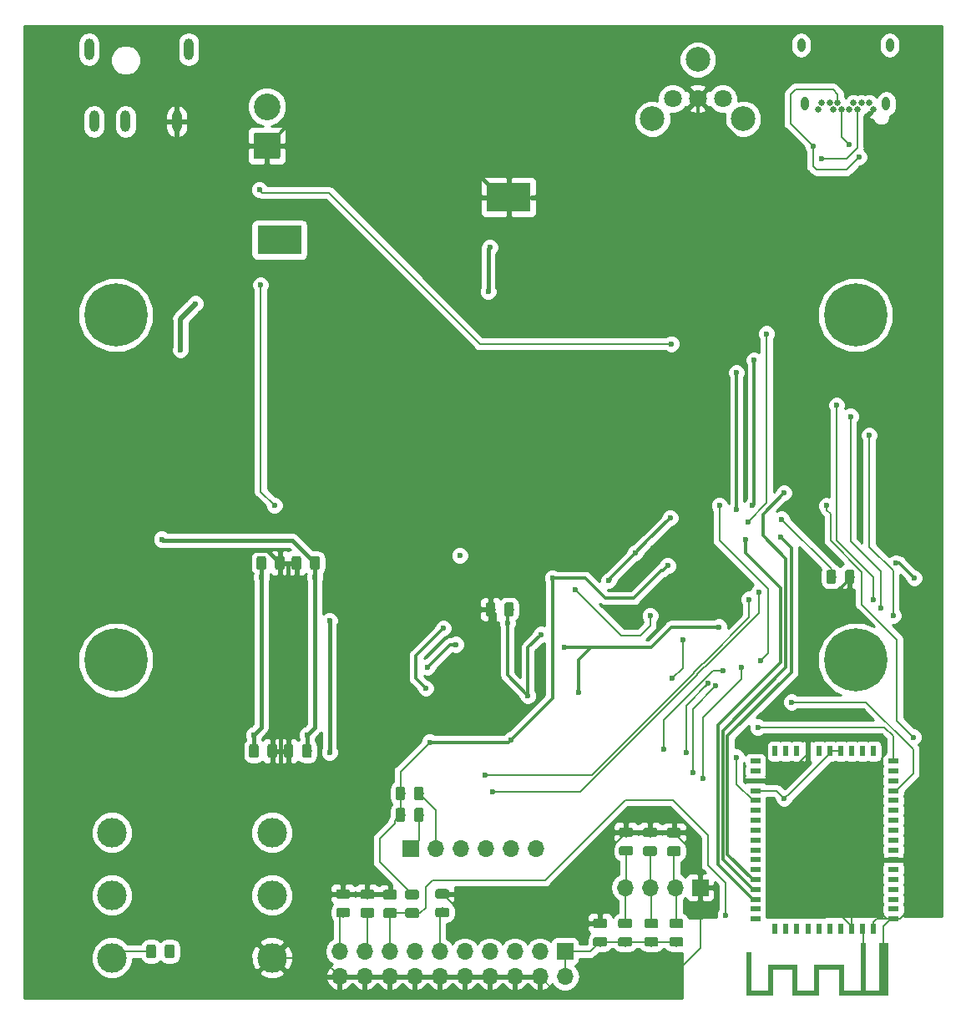
<source format=gbr>
G04 #@! TF.GenerationSoftware,KiCad,Pcbnew,5.0.2+dfsg1-1*
G04 #@! TF.CreationDate,2021-02-28T17:02:00+08:00*
G04 #@! TF.ProjectId,digital-amplifier2,64696769-7461-46c2-9d61-6d706c696669,rev?*
G04 #@! TF.SameCoordinates,Original*
G04 #@! TF.FileFunction,Copper,L2,Bot*
G04 #@! TF.FilePolarity,Positive*
%FSLAX46Y46*%
G04 Gerber Fmt 4.6, Leading zero omitted, Abs format (unit mm)*
G04 Created by KiCad (PCBNEW 5.0.2+dfsg1-1) date 2021年02月28日 星期日 17时02分00秒*
%MOMM*%
%LPD*%
G01*
G04 APERTURE LIST*
G04 #@! TA.AperFunction,EtchedComponent*
%ADD10C,0.100000*%
G04 #@! TD*
G04 #@! TA.AperFunction,ComponentPad*
%ADD11O,1.000000X2.200000*%
G04 #@! TD*
G04 #@! TA.AperFunction,ComponentPad*
%ADD12C,3.000000*%
G04 #@! TD*
G04 #@! TA.AperFunction,ComponentPad*
%ADD13O,0.800000X1.400000*%
G04 #@! TD*
G04 #@! TA.AperFunction,ComponentPad*
%ADD14C,0.650000*%
G04 #@! TD*
G04 #@! TA.AperFunction,ViaPad*
%ADD15R,0.900000X0.500000*%
G04 #@! TD*
G04 #@! TA.AperFunction,Conductor*
%ADD16R,0.500000X0.500000*%
G04 #@! TD*
G04 #@! TA.AperFunction,Conductor*
%ADD17C,0.100000*%
G04 #@! TD*
G04 #@! TA.AperFunction,SMDPad,CuDef*
%ADD18C,0.975000*%
G04 #@! TD*
G04 #@! TA.AperFunction,ComponentPad*
%ADD19C,2.700000*%
G04 #@! TD*
G04 #@! TA.AperFunction,ComponentPad*
%ADD20R,1.700000X1.700000*%
G04 #@! TD*
G04 #@! TA.AperFunction,ComponentPad*
%ADD21O,1.700000X1.700000*%
G04 #@! TD*
G04 #@! TA.AperFunction,ComponentPad*
%ADD22C,6.400000*%
G04 #@! TD*
G04 #@! TA.AperFunction,Conductor*
%ADD23R,4.500000X2.950000*%
G04 #@! TD*
G04 #@! TA.AperFunction,ViaPad*
%ADD24C,0.600000*%
G04 #@! TD*
G04 #@! TA.AperFunction,SMDPad,CuDef*
%ADD25R,1.000000X0.500000*%
G04 #@! TD*
G04 #@! TA.AperFunction,SMDPad,CuDef*
%ADD26R,0.500000X1.000000*%
G04 #@! TD*
G04 #@! TA.AperFunction,WasherPad*
%ADD27C,2.500000*%
G04 #@! TD*
G04 #@! TA.AperFunction,ComponentPad*
%ADD28C,1.800000*%
G04 #@! TD*
G04 #@! TA.AperFunction,Conductor*
%ADD29C,0.400000*%
G04 #@! TD*
G04 #@! TA.AperFunction,Conductor*
%ADD30C,0.300000*%
G04 #@! TD*
G04 #@! TA.AperFunction,Conductor*
%ADD31C,0.200000*%
G04 #@! TD*
G04 #@! TA.AperFunction,Conductor*
%ADD32C,0.500000*%
G04 #@! TD*
G04 #@! TA.AperFunction,Conductor*
%ADD33C,0.254000*%
G04 #@! TD*
G04 APERTURE END LIST*
D10*
G04 #@! TO.C,AE1*
G36*
X133313000Y-146401000D02*
X131313000Y-146401000D01*
X131313000Y-149041000D01*
X128613000Y-149041000D01*
X128613000Y-146401000D01*
X126613000Y-146401000D01*
X126613000Y-149041000D01*
X123913000Y-149041000D01*
X123913000Y-144601000D01*
X124413000Y-144601000D01*
X124413000Y-148541000D01*
X126113000Y-148541000D01*
X126113000Y-145901000D01*
X129113000Y-145901000D01*
X129113000Y-148541000D01*
X130813000Y-148541000D01*
X130813000Y-145901000D01*
X133813000Y-145901000D01*
X133813000Y-148541000D01*
X135513000Y-148541000D01*
X135513000Y-143641000D01*
X136013000Y-143641000D01*
X136013000Y-148541000D01*
X137413000Y-148541000D01*
X137413000Y-143641000D01*
X138313000Y-143641000D01*
X138313000Y-143884215D01*
X138010583Y-143884215D01*
X138000742Y-143836605D01*
X137976674Y-143794203D01*
X137938731Y-143761419D01*
X137930819Y-143757065D01*
X137888156Y-143744957D01*
X137839637Y-143745700D01*
X137794122Y-143758600D01*
X137775511Y-143769213D01*
X137741868Y-143804447D01*
X137721309Y-143849632D01*
X137714778Y-143899158D01*
X137723218Y-143947417D01*
X137740112Y-143979643D01*
X137775372Y-144012313D01*
X137820682Y-144032408D01*
X137870267Y-144038982D01*
X137918353Y-144031092D01*
X137951245Y-144014186D01*
X137986185Y-143977416D01*
X138005847Y-143932622D01*
X138010583Y-143884215D01*
X138313000Y-143884215D01*
X138313000Y-149041000D01*
X133313000Y-149041000D01*
X133313000Y-146401000D01*
X133313000Y-146401000D01*
G37*
G04 #@! TD*
D11*
G04 #@! TO.P,J5,shield*
G04 #@! TO.N,N/C*
X67377000Y-53086000D03*
G04 #@! TO.P,J5,2*
G04 #@! TO.N,GND*
X66177000Y-60386000D03*
G04 #@! TO.P,J5,3*
G04 #@! TO.N,Net-(J5-Pad3)*
X60977000Y-60386000D03*
G04 #@! TO.P,J5,1*
G04 #@! TO.N,Net-(D3-Pad2)*
X57777000Y-60386000D03*
G04 #@! TO.P,J5,shield*
G04 #@! TO.N,N/C*
X57277000Y-53086000D03*
G04 #@! TD*
D12*
G04 #@! TO.P,J7,R*
G04 #@! TO.N,Net-(J7-PadR)*
X75819000Y-138811000D03*
G04 #@! TO.P,J7,S*
G04 #@! TO.N,GND*
X75819000Y-145161000D03*
G04 #@! TO.P,J7,T*
G04 #@! TO.N,Net-(J7-PadT)*
X75819000Y-132461000D03*
G04 #@! TO.P,J7,RN*
G04 #@! TO.N,Net-(J7-PadRN)*
X59589000Y-138811000D03*
G04 #@! TO.P,J7,SN*
G04 #@! TO.N,Net-(J7-PadSN)*
X59589000Y-145161000D03*
G04 #@! TO.P,J7,TN*
G04 #@! TO.N,Net-(J7-PadTN)*
X59589000Y-132461000D03*
G04 #@! TD*
D13*
G04 #@! TO.P,J3,S1*
G04 #@! TO.N,Net-(J3-PadS1)*
X138115000Y-58609000D03*
X129855000Y-58609000D03*
X129495000Y-52659000D03*
X138475000Y-52659000D03*
D14*
G04 #@! TO.P,J3,B1*
G04 #@! TO.N,GND*
X131185000Y-59209000D03*
G04 #@! TO.P,J3,B4*
G04 #@! TO.N,Net-(J3-PadA4)*
X132785000Y-59209000D03*
G04 #@! TO.P,J3,B6*
G04 #@! TO.N,Net-(J3-PadA6)*
X133585000Y-59209000D03*
G04 #@! TO.P,J3,B7*
G04 #@! TO.N,Net-(J3-PadA7)*
X134385000Y-59209000D03*
G04 #@! TO.P,J3,B9*
G04 #@! TO.N,Net-(J3-PadA4)*
X135185000Y-59209000D03*
G04 #@! TO.P,J3,B12*
G04 #@! TO.N,GND*
X136785000Y-59209000D03*
G04 #@! TO.P,J3,B2*
G04 #@! TO.N,Net-(J3-PadB2)*
X131585000Y-58509000D03*
G04 #@! TO.P,J3,B3*
G04 #@! TO.N,Net-(J3-PadB3)*
X132385000Y-58509000D03*
G04 #@! TO.P,J3,B5*
G04 #@! TO.N,Net-(J3-PadA5)*
X133185000Y-58509000D03*
G04 #@! TO.P,J3,B8*
G04 #@! TO.N,Net-(J3-PadB8)*
X134785000Y-58509000D03*
G04 #@! TO.P,J3,B10*
G04 #@! TO.N,Net-(J3-PadB10)*
X135585000Y-58509000D03*
G04 #@! TO.P,J3,B11*
G04 #@! TO.N,Net-(J3-PadB11)*
X136385000Y-58509000D03*
G04 #@! TD*
D15*
G04 #@! TO.N,GND*
G04 #@! TO.C,AE1*
X137863000Y-143891000D03*
D16*
G04 #@! TO.N,Net-(AE1-Pad1)*
X135763000Y-143891000D03*
G04 #@! TD*
D17*
G04 #@! TO.N,GND*
G04 #@! TO.C,C33*
G36*
X98263142Y-109156174D02*
X98286803Y-109159684D01*
X98310007Y-109165496D01*
X98332529Y-109173554D01*
X98354153Y-109183782D01*
X98374670Y-109196079D01*
X98393883Y-109210329D01*
X98411607Y-109226393D01*
X98427671Y-109244117D01*
X98441921Y-109263330D01*
X98454218Y-109283847D01*
X98464446Y-109305471D01*
X98472504Y-109327993D01*
X98478316Y-109351197D01*
X98481826Y-109374858D01*
X98483000Y-109398750D01*
X98483000Y-110311250D01*
X98481826Y-110335142D01*
X98478316Y-110358803D01*
X98472504Y-110382007D01*
X98464446Y-110404529D01*
X98454218Y-110426153D01*
X98441921Y-110446670D01*
X98427671Y-110465883D01*
X98411607Y-110483607D01*
X98393883Y-110499671D01*
X98374670Y-110513921D01*
X98354153Y-110526218D01*
X98332529Y-110536446D01*
X98310007Y-110544504D01*
X98286803Y-110550316D01*
X98263142Y-110553826D01*
X98239250Y-110555000D01*
X97751750Y-110555000D01*
X97727858Y-110553826D01*
X97704197Y-110550316D01*
X97680993Y-110544504D01*
X97658471Y-110536446D01*
X97636847Y-110526218D01*
X97616330Y-110513921D01*
X97597117Y-110499671D01*
X97579393Y-110483607D01*
X97563329Y-110465883D01*
X97549079Y-110446670D01*
X97536782Y-110426153D01*
X97526554Y-110404529D01*
X97518496Y-110382007D01*
X97512684Y-110358803D01*
X97509174Y-110335142D01*
X97508000Y-110311250D01*
X97508000Y-109398750D01*
X97509174Y-109374858D01*
X97512684Y-109351197D01*
X97518496Y-109327993D01*
X97526554Y-109305471D01*
X97536782Y-109283847D01*
X97549079Y-109263330D01*
X97563329Y-109244117D01*
X97579393Y-109226393D01*
X97597117Y-109210329D01*
X97616330Y-109196079D01*
X97636847Y-109183782D01*
X97658471Y-109173554D01*
X97680993Y-109165496D01*
X97704197Y-109159684D01*
X97727858Y-109156174D01*
X97751750Y-109155000D01*
X98239250Y-109155000D01*
X98263142Y-109156174D01*
X98263142Y-109156174D01*
G37*
D18*
G04 #@! TD*
G04 #@! TO.P,C33,2*
G04 #@! TO.N,GND*
X97995500Y-109855000D03*
D17*
G04 #@! TO.N,/Sheet6035C8EF/DVDD*
G04 #@! TO.C,C33*
G36*
X100138142Y-109156174D02*
X100161803Y-109159684D01*
X100185007Y-109165496D01*
X100207529Y-109173554D01*
X100229153Y-109183782D01*
X100249670Y-109196079D01*
X100268883Y-109210329D01*
X100286607Y-109226393D01*
X100302671Y-109244117D01*
X100316921Y-109263330D01*
X100329218Y-109283847D01*
X100339446Y-109305471D01*
X100347504Y-109327993D01*
X100353316Y-109351197D01*
X100356826Y-109374858D01*
X100358000Y-109398750D01*
X100358000Y-110311250D01*
X100356826Y-110335142D01*
X100353316Y-110358803D01*
X100347504Y-110382007D01*
X100339446Y-110404529D01*
X100329218Y-110426153D01*
X100316921Y-110446670D01*
X100302671Y-110465883D01*
X100286607Y-110483607D01*
X100268883Y-110499671D01*
X100249670Y-110513921D01*
X100229153Y-110526218D01*
X100207529Y-110536446D01*
X100185007Y-110544504D01*
X100161803Y-110550316D01*
X100138142Y-110553826D01*
X100114250Y-110555000D01*
X99626750Y-110555000D01*
X99602858Y-110553826D01*
X99579197Y-110550316D01*
X99555993Y-110544504D01*
X99533471Y-110536446D01*
X99511847Y-110526218D01*
X99491330Y-110513921D01*
X99472117Y-110499671D01*
X99454393Y-110483607D01*
X99438329Y-110465883D01*
X99424079Y-110446670D01*
X99411782Y-110426153D01*
X99401554Y-110404529D01*
X99393496Y-110382007D01*
X99387684Y-110358803D01*
X99384174Y-110335142D01*
X99383000Y-110311250D01*
X99383000Y-109398750D01*
X99384174Y-109374858D01*
X99387684Y-109351197D01*
X99393496Y-109327993D01*
X99401554Y-109305471D01*
X99411782Y-109283847D01*
X99424079Y-109263330D01*
X99438329Y-109244117D01*
X99454393Y-109226393D01*
X99472117Y-109210329D01*
X99491330Y-109196079D01*
X99511847Y-109183782D01*
X99533471Y-109173554D01*
X99555993Y-109165496D01*
X99579197Y-109159684D01*
X99602858Y-109156174D01*
X99626750Y-109155000D01*
X100114250Y-109155000D01*
X100138142Y-109156174D01*
X100138142Y-109156174D01*
G37*
D18*
G04 #@! TD*
G04 #@! TO.P,C33,1*
G04 #@! TO.N,/Sheet6035C8EF/DVDD*
X99870500Y-109855000D03*
D17*
G04 #@! TO.N,GND*
G04 #@! TO.C,J8*
G36*
X76435503Y-61516204D02*
X76459772Y-61519804D01*
X76483570Y-61525765D01*
X76506670Y-61534030D01*
X76528849Y-61544520D01*
X76549892Y-61557133D01*
X76569598Y-61571748D01*
X76587776Y-61588224D01*
X76604252Y-61606402D01*
X76618867Y-61626108D01*
X76631480Y-61647151D01*
X76641970Y-61669330D01*
X76650235Y-61692430D01*
X76656196Y-61716228D01*
X76659796Y-61740497D01*
X76661000Y-61765001D01*
X76661000Y-63964999D01*
X76659796Y-63989503D01*
X76656196Y-64013772D01*
X76650235Y-64037570D01*
X76641970Y-64060670D01*
X76631480Y-64082849D01*
X76618867Y-64103892D01*
X76604252Y-64123598D01*
X76587776Y-64141776D01*
X76569598Y-64158252D01*
X76549892Y-64172867D01*
X76528849Y-64185480D01*
X76506670Y-64195970D01*
X76483570Y-64204235D01*
X76459772Y-64210196D01*
X76435503Y-64213796D01*
X76410999Y-64215000D01*
X74211001Y-64215000D01*
X74186497Y-64213796D01*
X74162228Y-64210196D01*
X74138430Y-64204235D01*
X74115330Y-64195970D01*
X74093151Y-64185480D01*
X74072108Y-64172867D01*
X74052402Y-64158252D01*
X74034224Y-64141776D01*
X74017748Y-64123598D01*
X74003133Y-64103892D01*
X73990520Y-64082849D01*
X73980030Y-64060670D01*
X73971765Y-64037570D01*
X73965804Y-64013772D01*
X73962204Y-63989503D01*
X73961000Y-63964999D01*
X73961000Y-61765001D01*
X73962204Y-61740497D01*
X73965804Y-61716228D01*
X73971765Y-61692430D01*
X73980030Y-61669330D01*
X73990520Y-61647151D01*
X74003133Y-61626108D01*
X74017748Y-61606402D01*
X74034224Y-61588224D01*
X74052402Y-61571748D01*
X74072108Y-61557133D01*
X74093151Y-61544520D01*
X74115330Y-61534030D01*
X74138430Y-61525765D01*
X74162228Y-61519804D01*
X74186497Y-61516204D01*
X74211001Y-61515000D01*
X76410999Y-61515000D01*
X76435503Y-61516204D01*
X76435503Y-61516204D01*
G37*
D19*
G04 #@! TD*
G04 #@! TO.P,J8,1*
G04 #@! TO.N,GND*
X75311000Y-62865000D03*
G04 #@! TO.P,J8,2*
G04 #@! TO.N,VCC*
X75311000Y-58905000D03*
G04 #@! TD*
D20*
G04 #@! TO.P,J6,1*
G04 #@! TO.N,/SCL*
X89916000Y-134112000D03*
D21*
G04 #@! TO.P,J6,2*
G04 #@! TO.N,/SDA*
X92456000Y-134112000D03*
G04 #@! TO.P,J6,3*
G04 #@! TO.N,/SAI1_B_CLK*
X94996000Y-134112000D03*
G04 #@! TO.P,J6,4*
G04 #@! TO.N,/SAI1_B_FS*
X97536000Y-134112000D03*
G04 #@! TO.P,J6,5*
G04 #@! TO.N,/SAI1_B_SD*
X100076000Y-134112000D03*
G04 #@! TO.P,J6,6*
G04 #@! TO.N,/tas6424_en*
X102616000Y-134112000D03*
G04 #@! TD*
D22*
G04 #@! TO.P,H4,1*
G04 #@! TO.N,Net-(H4-Pad1)*
X135000000Y-115000000D03*
G04 #@! TD*
G04 #@! TO.P,H3,1*
G04 #@! TO.N,Net-(H3-Pad1)*
X60000000Y-80000000D03*
G04 #@! TD*
G04 #@! TO.P,H2,1*
G04 #@! TO.N,Net-(H2-Pad1)*
X60000000Y-115000000D03*
G04 #@! TD*
G04 #@! TO.P,H1,1*
G04 #@! TO.N,Net-(H1-Pad1)*
X135000000Y-80000000D03*
G04 #@! TD*
D23*
G04 #@! TO.N,Net-(C36-Pad2)*
G04 #@! TO.C,U6*
X76581000Y-72390000D03*
D24*
X78381000Y-71790000D03*
X77181000Y-71790000D03*
X77181000Y-72990000D03*
X78381000Y-72990000D03*
X74781000Y-71790000D03*
X75881000Y-71790000D03*
X75881000Y-72990000D03*
X74781000Y-72990000D03*
G04 #@! TD*
D17*
G04 #@! TO.N,+3V3*
G04 #@! TO.C,R27*
G36*
X117320142Y-143072174D02*
X117343803Y-143075684D01*
X117367007Y-143081496D01*
X117389529Y-143089554D01*
X117411153Y-143099782D01*
X117431670Y-143112079D01*
X117450883Y-143126329D01*
X117468607Y-143142393D01*
X117484671Y-143160117D01*
X117498921Y-143179330D01*
X117511218Y-143199847D01*
X117521446Y-143221471D01*
X117529504Y-143243993D01*
X117535316Y-143267197D01*
X117538826Y-143290858D01*
X117540000Y-143314750D01*
X117540000Y-143802250D01*
X117538826Y-143826142D01*
X117535316Y-143849803D01*
X117529504Y-143873007D01*
X117521446Y-143895529D01*
X117511218Y-143917153D01*
X117498921Y-143937670D01*
X117484671Y-143956883D01*
X117468607Y-143974607D01*
X117450883Y-143990671D01*
X117431670Y-144004921D01*
X117411153Y-144017218D01*
X117389529Y-144027446D01*
X117367007Y-144035504D01*
X117343803Y-144041316D01*
X117320142Y-144044826D01*
X117296250Y-144046000D01*
X116383750Y-144046000D01*
X116359858Y-144044826D01*
X116336197Y-144041316D01*
X116312993Y-144035504D01*
X116290471Y-144027446D01*
X116268847Y-144017218D01*
X116248330Y-144004921D01*
X116229117Y-143990671D01*
X116211393Y-143974607D01*
X116195329Y-143956883D01*
X116181079Y-143937670D01*
X116168782Y-143917153D01*
X116158554Y-143895529D01*
X116150496Y-143873007D01*
X116144684Y-143849803D01*
X116141174Y-143826142D01*
X116140000Y-143802250D01*
X116140000Y-143314750D01*
X116141174Y-143290858D01*
X116144684Y-143267197D01*
X116150496Y-143243993D01*
X116158554Y-143221471D01*
X116168782Y-143199847D01*
X116181079Y-143179330D01*
X116195329Y-143160117D01*
X116211393Y-143142393D01*
X116229117Y-143126329D01*
X116248330Y-143112079D01*
X116268847Y-143099782D01*
X116290471Y-143089554D01*
X116312993Y-143081496D01*
X116336197Y-143075684D01*
X116359858Y-143072174D01*
X116383750Y-143071000D01*
X117296250Y-143071000D01*
X117320142Y-143072174D01*
X117320142Y-143072174D01*
G37*
D18*
G04 #@! TD*
G04 #@! TO.P,R27,1*
G04 #@! TO.N,+3V3*
X116840000Y-143558500D03*
D17*
G04 #@! TO.N,/stm32/encoder_b*
G04 #@! TO.C,R27*
G36*
X117320142Y-141197174D02*
X117343803Y-141200684D01*
X117367007Y-141206496D01*
X117389529Y-141214554D01*
X117411153Y-141224782D01*
X117431670Y-141237079D01*
X117450883Y-141251329D01*
X117468607Y-141267393D01*
X117484671Y-141285117D01*
X117498921Y-141304330D01*
X117511218Y-141324847D01*
X117521446Y-141346471D01*
X117529504Y-141368993D01*
X117535316Y-141392197D01*
X117538826Y-141415858D01*
X117540000Y-141439750D01*
X117540000Y-141927250D01*
X117538826Y-141951142D01*
X117535316Y-141974803D01*
X117529504Y-141998007D01*
X117521446Y-142020529D01*
X117511218Y-142042153D01*
X117498921Y-142062670D01*
X117484671Y-142081883D01*
X117468607Y-142099607D01*
X117450883Y-142115671D01*
X117431670Y-142129921D01*
X117411153Y-142142218D01*
X117389529Y-142152446D01*
X117367007Y-142160504D01*
X117343803Y-142166316D01*
X117320142Y-142169826D01*
X117296250Y-142171000D01*
X116383750Y-142171000D01*
X116359858Y-142169826D01*
X116336197Y-142166316D01*
X116312993Y-142160504D01*
X116290471Y-142152446D01*
X116268847Y-142142218D01*
X116248330Y-142129921D01*
X116229117Y-142115671D01*
X116211393Y-142099607D01*
X116195329Y-142081883D01*
X116181079Y-142062670D01*
X116168782Y-142042153D01*
X116158554Y-142020529D01*
X116150496Y-141998007D01*
X116144684Y-141974803D01*
X116141174Y-141951142D01*
X116140000Y-141927250D01*
X116140000Y-141439750D01*
X116141174Y-141415858D01*
X116144684Y-141392197D01*
X116150496Y-141368993D01*
X116158554Y-141346471D01*
X116168782Y-141324847D01*
X116181079Y-141304330D01*
X116195329Y-141285117D01*
X116211393Y-141267393D01*
X116229117Y-141251329D01*
X116248330Y-141237079D01*
X116268847Y-141224782D01*
X116290471Y-141214554D01*
X116312993Y-141206496D01*
X116336197Y-141200684D01*
X116359858Y-141197174D01*
X116383750Y-141196000D01*
X117296250Y-141196000D01*
X117320142Y-141197174D01*
X117320142Y-141197174D01*
G37*
D18*
G04 #@! TD*
G04 #@! TO.P,R27,2*
G04 #@! TO.N,/stm32/encoder_b*
X116840000Y-141683500D03*
D17*
G04 #@! TO.N,+3V3*
G04 #@! TO.C,R26*
G36*
X114780142Y-143072174D02*
X114803803Y-143075684D01*
X114827007Y-143081496D01*
X114849529Y-143089554D01*
X114871153Y-143099782D01*
X114891670Y-143112079D01*
X114910883Y-143126329D01*
X114928607Y-143142393D01*
X114944671Y-143160117D01*
X114958921Y-143179330D01*
X114971218Y-143199847D01*
X114981446Y-143221471D01*
X114989504Y-143243993D01*
X114995316Y-143267197D01*
X114998826Y-143290858D01*
X115000000Y-143314750D01*
X115000000Y-143802250D01*
X114998826Y-143826142D01*
X114995316Y-143849803D01*
X114989504Y-143873007D01*
X114981446Y-143895529D01*
X114971218Y-143917153D01*
X114958921Y-143937670D01*
X114944671Y-143956883D01*
X114928607Y-143974607D01*
X114910883Y-143990671D01*
X114891670Y-144004921D01*
X114871153Y-144017218D01*
X114849529Y-144027446D01*
X114827007Y-144035504D01*
X114803803Y-144041316D01*
X114780142Y-144044826D01*
X114756250Y-144046000D01*
X113843750Y-144046000D01*
X113819858Y-144044826D01*
X113796197Y-144041316D01*
X113772993Y-144035504D01*
X113750471Y-144027446D01*
X113728847Y-144017218D01*
X113708330Y-144004921D01*
X113689117Y-143990671D01*
X113671393Y-143974607D01*
X113655329Y-143956883D01*
X113641079Y-143937670D01*
X113628782Y-143917153D01*
X113618554Y-143895529D01*
X113610496Y-143873007D01*
X113604684Y-143849803D01*
X113601174Y-143826142D01*
X113600000Y-143802250D01*
X113600000Y-143314750D01*
X113601174Y-143290858D01*
X113604684Y-143267197D01*
X113610496Y-143243993D01*
X113618554Y-143221471D01*
X113628782Y-143199847D01*
X113641079Y-143179330D01*
X113655329Y-143160117D01*
X113671393Y-143142393D01*
X113689117Y-143126329D01*
X113708330Y-143112079D01*
X113728847Y-143099782D01*
X113750471Y-143089554D01*
X113772993Y-143081496D01*
X113796197Y-143075684D01*
X113819858Y-143072174D01*
X113843750Y-143071000D01*
X114756250Y-143071000D01*
X114780142Y-143072174D01*
X114780142Y-143072174D01*
G37*
D18*
G04 #@! TD*
G04 #@! TO.P,R26,1*
G04 #@! TO.N,+3V3*
X114300000Y-143558500D03*
D17*
G04 #@! TO.N,/stm32/encoder_a*
G04 #@! TO.C,R26*
G36*
X114780142Y-141197174D02*
X114803803Y-141200684D01*
X114827007Y-141206496D01*
X114849529Y-141214554D01*
X114871153Y-141224782D01*
X114891670Y-141237079D01*
X114910883Y-141251329D01*
X114928607Y-141267393D01*
X114944671Y-141285117D01*
X114958921Y-141304330D01*
X114971218Y-141324847D01*
X114981446Y-141346471D01*
X114989504Y-141368993D01*
X114995316Y-141392197D01*
X114998826Y-141415858D01*
X115000000Y-141439750D01*
X115000000Y-141927250D01*
X114998826Y-141951142D01*
X114995316Y-141974803D01*
X114989504Y-141998007D01*
X114981446Y-142020529D01*
X114971218Y-142042153D01*
X114958921Y-142062670D01*
X114944671Y-142081883D01*
X114928607Y-142099607D01*
X114910883Y-142115671D01*
X114891670Y-142129921D01*
X114871153Y-142142218D01*
X114849529Y-142152446D01*
X114827007Y-142160504D01*
X114803803Y-142166316D01*
X114780142Y-142169826D01*
X114756250Y-142171000D01*
X113843750Y-142171000D01*
X113819858Y-142169826D01*
X113796197Y-142166316D01*
X113772993Y-142160504D01*
X113750471Y-142152446D01*
X113728847Y-142142218D01*
X113708330Y-142129921D01*
X113689117Y-142115671D01*
X113671393Y-142099607D01*
X113655329Y-142081883D01*
X113641079Y-142062670D01*
X113628782Y-142042153D01*
X113618554Y-142020529D01*
X113610496Y-141998007D01*
X113604684Y-141974803D01*
X113601174Y-141951142D01*
X113600000Y-141927250D01*
X113600000Y-141439750D01*
X113601174Y-141415858D01*
X113604684Y-141392197D01*
X113610496Y-141368993D01*
X113618554Y-141346471D01*
X113628782Y-141324847D01*
X113641079Y-141304330D01*
X113655329Y-141285117D01*
X113671393Y-141267393D01*
X113689117Y-141251329D01*
X113708330Y-141237079D01*
X113728847Y-141224782D01*
X113750471Y-141214554D01*
X113772993Y-141206496D01*
X113796197Y-141200684D01*
X113819858Y-141197174D01*
X113843750Y-141196000D01*
X114756250Y-141196000D01*
X114780142Y-141197174D01*
X114780142Y-141197174D01*
G37*
D18*
G04 #@! TD*
G04 #@! TO.P,R26,2*
G04 #@! TO.N,/stm32/encoder_a*
X114300000Y-141683500D03*
D17*
G04 #@! TO.N,/headphone_in*
G04 #@! TO.C,R44*
G36*
X65721142Y-143827174D02*
X65744803Y-143830684D01*
X65768007Y-143836496D01*
X65790529Y-143844554D01*
X65812153Y-143854782D01*
X65832670Y-143867079D01*
X65851883Y-143881329D01*
X65869607Y-143897393D01*
X65885671Y-143915117D01*
X65899921Y-143934330D01*
X65912218Y-143954847D01*
X65922446Y-143976471D01*
X65930504Y-143998993D01*
X65936316Y-144022197D01*
X65939826Y-144045858D01*
X65941000Y-144069750D01*
X65941000Y-144982250D01*
X65939826Y-145006142D01*
X65936316Y-145029803D01*
X65930504Y-145053007D01*
X65922446Y-145075529D01*
X65912218Y-145097153D01*
X65899921Y-145117670D01*
X65885671Y-145136883D01*
X65869607Y-145154607D01*
X65851883Y-145170671D01*
X65832670Y-145184921D01*
X65812153Y-145197218D01*
X65790529Y-145207446D01*
X65768007Y-145215504D01*
X65744803Y-145221316D01*
X65721142Y-145224826D01*
X65697250Y-145226000D01*
X65209750Y-145226000D01*
X65185858Y-145224826D01*
X65162197Y-145221316D01*
X65138993Y-145215504D01*
X65116471Y-145207446D01*
X65094847Y-145197218D01*
X65074330Y-145184921D01*
X65055117Y-145170671D01*
X65037393Y-145154607D01*
X65021329Y-145136883D01*
X65007079Y-145117670D01*
X64994782Y-145097153D01*
X64984554Y-145075529D01*
X64976496Y-145053007D01*
X64970684Y-145029803D01*
X64967174Y-145006142D01*
X64966000Y-144982250D01*
X64966000Y-144069750D01*
X64967174Y-144045858D01*
X64970684Y-144022197D01*
X64976496Y-143998993D01*
X64984554Y-143976471D01*
X64994782Y-143954847D01*
X65007079Y-143934330D01*
X65021329Y-143915117D01*
X65037393Y-143897393D01*
X65055117Y-143881329D01*
X65074330Y-143867079D01*
X65094847Y-143854782D01*
X65116471Y-143844554D01*
X65138993Y-143836496D01*
X65162197Y-143830684D01*
X65185858Y-143827174D01*
X65209750Y-143826000D01*
X65697250Y-143826000D01*
X65721142Y-143827174D01*
X65721142Y-143827174D01*
G37*
D18*
G04 #@! TD*
G04 #@! TO.P,R44,1*
G04 #@! TO.N,/headphone_in*
X65453500Y-144526000D03*
D17*
G04 #@! TO.N,Net-(J7-PadSN)*
G04 #@! TO.C,R44*
G36*
X63846142Y-143827174D02*
X63869803Y-143830684D01*
X63893007Y-143836496D01*
X63915529Y-143844554D01*
X63937153Y-143854782D01*
X63957670Y-143867079D01*
X63976883Y-143881329D01*
X63994607Y-143897393D01*
X64010671Y-143915117D01*
X64024921Y-143934330D01*
X64037218Y-143954847D01*
X64047446Y-143976471D01*
X64055504Y-143998993D01*
X64061316Y-144022197D01*
X64064826Y-144045858D01*
X64066000Y-144069750D01*
X64066000Y-144982250D01*
X64064826Y-145006142D01*
X64061316Y-145029803D01*
X64055504Y-145053007D01*
X64047446Y-145075529D01*
X64037218Y-145097153D01*
X64024921Y-145117670D01*
X64010671Y-145136883D01*
X63994607Y-145154607D01*
X63976883Y-145170671D01*
X63957670Y-145184921D01*
X63937153Y-145197218D01*
X63915529Y-145207446D01*
X63893007Y-145215504D01*
X63869803Y-145221316D01*
X63846142Y-145224826D01*
X63822250Y-145226000D01*
X63334750Y-145226000D01*
X63310858Y-145224826D01*
X63287197Y-145221316D01*
X63263993Y-145215504D01*
X63241471Y-145207446D01*
X63219847Y-145197218D01*
X63199330Y-145184921D01*
X63180117Y-145170671D01*
X63162393Y-145154607D01*
X63146329Y-145136883D01*
X63132079Y-145117670D01*
X63119782Y-145097153D01*
X63109554Y-145075529D01*
X63101496Y-145053007D01*
X63095684Y-145029803D01*
X63092174Y-145006142D01*
X63091000Y-144982250D01*
X63091000Y-144069750D01*
X63092174Y-144045858D01*
X63095684Y-144022197D01*
X63101496Y-143998993D01*
X63109554Y-143976471D01*
X63119782Y-143954847D01*
X63132079Y-143934330D01*
X63146329Y-143915117D01*
X63162393Y-143897393D01*
X63180117Y-143881329D01*
X63199330Y-143867079D01*
X63219847Y-143854782D01*
X63241471Y-143844554D01*
X63263993Y-143836496D01*
X63287197Y-143830684D01*
X63310858Y-143827174D01*
X63334750Y-143826000D01*
X63822250Y-143826000D01*
X63846142Y-143827174D01*
X63846142Y-143827174D01*
G37*
D18*
G04 #@! TD*
G04 #@! TO.P,R44,2*
G04 #@! TO.N,Net-(J7-PadSN)*
X63578500Y-144526000D03*
D17*
G04 #@! TO.N,/stm32/encoder_sw*
G04 #@! TO.C,R2*
G36*
X112113142Y-141197174D02*
X112136803Y-141200684D01*
X112160007Y-141206496D01*
X112182529Y-141214554D01*
X112204153Y-141224782D01*
X112224670Y-141237079D01*
X112243883Y-141251329D01*
X112261607Y-141267393D01*
X112277671Y-141285117D01*
X112291921Y-141304330D01*
X112304218Y-141324847D01*
X112314446Y-141346471D01*
X112322504Y-141368993D01*
X112328316Y-141392197D01*
X112331826Y-141415858D01*
X112333000Y-141439750D01*
X112333000Y-141927250D01*
X112331826Y-141951142D01*
X112328316Y-141974803D01*
X112322504Y-141998007D01*
X112314446Y-142020529D01*
X112304218Y-142042153D01*
X112291921Y-142062670D01*
X112277671Y-142081883D01*
X112261607Y-142099607D01*
X112243883Y-142115671D01*
X112224670Y-142129921D01*
X112204153Y-142142218D01*
X112182529Y-142152446D01*
X112160007Y-142160504D01*
X112136803Y-142166316D01*
X112113142Y-142169826D01*
X112089250Y-142171000D01*
X111176750Y-142171000D01*
X111152858Y-142169826D01*
X111129197Y-142166316D01*
X111105993Y-142160504D01*
X111083471Y-142152446D01*
X111061847Y-142142218D01*
X111041330Y-142129921D01*
X111022117Y-142115671D01*
X111004393Y-142099607D01*
X110988329Y-142081883D01*
X110974079Y-142062670D01*
X110961782Y-142042153D01*
X110951554Y-142020529D01*
X110943496Y-141998007D01*
X110937684Y-141974803D01*
X110934174Y-141951142D01*
X110933000Y-141927250D01*
X110933000Y-141439750D01*
X110934174Y-141415858D01*
X110937684Y-141392197D01*
X110943496Y-141368993D01*
X110951554Y-141346471D01*
X110961782Y-141324847D01*
X110974079Y-141304330D01*
X110988329Y-141285117D01*
X111004393Y-141267393D01*
X111022117Y-141251329D01*
X111041330Y-141237079D01*
X111061847Y-141224782D01*
X111083471Y-141214554D01*
X111105993Y-141206496D01*
X111129197Y-141200684D01*
X111152858Y-141197174D01*
X111176750Y-141196000D01*
X112089250Y-141196000D01*
X112113142Y-141197174D01*
X112113142Y-141197174D01*
G37*
D18*
G04 #@! TD*
G04 #@! TO.P,R2,2*
G04 #@! TO.N,/stm32/encoder_sw*
X111633000Y-141683500D03*
D17*
G04 #@! TO.N,+3V3*
G04 #@! TO.C,R2*
G36*
X112113142Y-143072174D02*
X112136803Y-143075684D01*
X112160007Y-143081496D01*
X112182529Y-143089554D01*
X112204153Y-143099782D01*
X112224670Y-143112079D01*
X112243883Y-143126329D01*
X112261607Y-143142393D01*
X112277671Y-143160117D01*
X112291921Y-143179330D01*
X112304218Y-143199847D01*
X112314446Y-143221471D01*
X112322504Y-143243993D01*
X112328316Y-143267197D01*
X112331826Y-143290858D01*
X112333000Y-143314750D01*
X112333000Y-143802250D01*
X112331826Y-143826142D01*
X112328316Y-143849803D01*
X112322504Y-143873007D01*
X112314446Y-143895529D01*
X112304218Y-143917153D01*
X112291921Y-143937670D01*
X112277671Y-143956883D01*
X112261607Y-143974607D01*
X112243883Y-143990671D01*
X112224670Y-144004921D01*
X112204153Y-144017218D01*
X112182529Y-144027446D01*
X112160007Y-144035504D01*
X112136803Y-144041316D01*
X112113142Y-144044826D01*
X112089250Y-144046000D01*
X111176750Y-144046000D01*
X111152858Y-144044826D01*
X111129197Y-144041316D01*
X111105993Y-144035504D01*
X111083471Y-144027446D01*
X111061847Y-144017218D01*
X111041330Y-144004921D01*
X111022117Y-143990671D01*
X111004393Y-143974607D01*
X110988329Y-143956883D01*
X110974079Y-143937670D01*
X110961782Y-143917153D01*
X110951554Y-143895529D01*
X110943496Y-143873007D01*
X110937684Y-143849803D01*
X110934174Y-143826142D01*
X110933000Y-143802250D01*
X110933000Y-143314750D01*
X110934174Y-143290858D01*
X110937684Y-143267197D01*
X110943496Y-143243993D01*
X110951554Y-143221471D01*
X110961782Y-143199847D01*
X110974079Y-143179330D01*
X110988329Y-143160117D01*
X111004393Y-143142393D01*
X111022117Y-143126329D01*
X111041330Y-143112079D01*
X111061847Y-143099782D01*
X111083471Y-143089554D01*
X111105993Y-143081496D01*
X111129197Y-143075684D01*
X111152858Y-143072174D01*
X111176750Y-143071000D01*
X112089250Y-143071000D01*
X112113142Y-143072174D01*
X112113142Y-143072174D01*
G37*
D18*
G04 #@! TD*
G04 #@! TO.P,R2,1*
G04 #@! TO.N,+3V3*
X111633000Y-143558500D03*
D17*
G04 #@! TO.N,+15V*
G04 #@! TO.C,C39*
G36*
X74260142Y-123507174D02*
X74283803Y-123510684D01*
X74307007Y-123516496D01*
X74329529Y-123524554D01*
X74351153Y-123534782D01*
X74371670Y-123547079D01*
X74390883Y-123561329D01*
X74408607Y-123577393D01*
X74424671Y-123595117D01*
X74438921Y-123614330D01*
X74451218Y-123634847D01*
X74461446Y-123656471D01*
X74469504Y-123678993D01*
X74475316Y-123702197D01*
X74478826Y-123725858D01*
X74480000Y-123749750D01*
X74480000Y-124662250D01*
X74478826Y-124686142D01*
X74475316Y-124709803D01*
X74469504Y-124733007D01*
X74461446Y-124755529D01*
X74451218Y-124777153D01*
X74438921Y-124797670D01*
X74424671Y-124816883D01*
X74408607Y-124834607D01*
X74390883Y-124850671D01*
X74371670Y-124864921D01*
X74351153Y-124877218D01*
X74329529Y-124887446D01*
X74307007Y-124895504D01*
X74283803Y-124901316D01*
X74260142Y-124904826D01*
X74236250Y-124906000D01*
X73748750Y-124906000D01*
X73724858Y-124904826D01*
X73701197Y-124901316D01*
X73677993Y-124895504D01*
X73655471Y-124887446D01*
X73633847Y-124877218D01*
X73613330Y-124864921D01*
X73594117Y-124850671D01*
X73576393Y-124834607D01*
X73560329Y-124816883D01*
X73546079Y-124797670D01*
X73533782Y-124777153D01*
X73523554Y-124755529D01*
X73515496Y-124733007D01*
X73509684Y-124709803D01*
X73506174Y-124686142D01*
X73505000Y-124662250D01*
X73505000Y-123749750D01*
X73506174Y-123725858D01*
X73509684Y-123702197D01*
X73515496Y-123678993D01*
X73523554Y-123656471D01*
X73533782Y-123634847D01*
X73546079Y-123614330D01*
X73560329Y-123595117D01*
X73576393Y-123577393D01*
X73594117Y-123561329D01*
X73613330Y-123547079D01*
X73633847Y-123534782D01*
X73655471Y-123524554D01*
X73677993Y-123516496D01*
X73701197Y-123510684D01*
X73724858Y-123507174D01*
X73748750Y-123506000D01*
X74236250Y-123506000D01*
X74260142Y-123507174D01*
X74260142Y-123507174D01*
G37*
D18*
G04 #@! TD*
G04 #@! TO.P,C39,1*
G04 #@! TO.N,+15V*
X73992500Y-124206000D03*
D17*
G04 #@! TO.N,GND*
G04 #@! TO.C,C39*
G36*
X76135142Y-123507174D02*
X76158803Y-123510684D01*
X76182007Y-123516496D01*
X76204529Y-123524554D01*
X76226153Y-123534782D01*
X76246670Y-123547079D01*
X76265883Y-123561329D01*
X76283607Y-123577393D01*
X76299671Y-123595117D01*
X76313921Y-123614330D01*
X76326218Y-123634847D01*
X76336446Y-123656471D01*
X76344504Y-123678993D01*
X76350316Y-123702197D01*
X76353826Y-123725858D01*
X76355000Y-123749750D01*
X76355000Y-124662250D01*
X76353826Y-124686142D01*
X76350316Y-124709803D01*
X76344504Y-124733007D01*
X76336446Y-124755529D01*
X76326218Y-124777153D01*
X76313921Y-124797670D01*
X76299671Y-124816883D01*
X76283607Y-124834607D01*
X76265883Y-124850671D01*
X76246670Y-124864921D01*
X76226153Y-124877218D01*
X76204529Y-124887446D01*
X76182007Y-124895504D01*
X76158803Y-124901316D01*
X76135142Y-124904826D01*
X76111250Y-124906000D01*
X75623750Y-124906000D01*
X75599858Y-124904826D01*
X75576197Y-124901316D01*
X75552993Y-124895504D01*
X75530471Y-124887446D01*
X75508847Y-124877218D01*
X75488330Y-124864921D01*
X75469117Y-124850671D01*
X75451393Y-124834607D01*
X75435329Y-124816883D01*
X75421079Y-124797670D01*
X75408782Y-124777153D01*
X75398554Y-124755529D01*
X75390496Y-124733007D01*
X75384684Y-124709803D01*
X75381174Y-124686142D01*
X75380000Y-124662250D01*
X75380000Y-123749750D01*
X75381174Y-123725858D01*
X75384684Y-123702197D01*
X75390496Y-123678993D01*
X75398554Y-123656471D01*
X75408782Y-123634847D01*
X75421079Y-123614330D01*
X75435329Y-123595117D01*
X75451393Y-123577393D01*
X75469117Y-123561329D01*
X75488330Y-123547079D01*
X75508847Y-123534782D01*
X75530471Y-123524554D01*
X75552993Y-123516496D01*
X75576197Y-123510684D01*
X75599858Y-123507174D01*
X75623750Y-123506000D01*
X76111250Y-123506000D01*
X76135142Y-123507174D01*
X76135142Y-123507174D01*
G37*
D18*
G04 #@! TD*
G04 #@! TO.P,C39,2*
G04 #@! TO.N,GND*
X75867500Y-124206000D03*
D17*
G04 #@! TO.N,+15V*
G04 #@! TO.C,C38*
G36*
X75022142Y-104457174D02*
X75045803Y-104460684D01*
X75069007Y-104466496D01*
X75091529Y-104474554D01*
X75113153Y-104484782D01*
X75133670Y-104497079D01*
X75152883Y-104511329D01*
X75170607Y-104527393D01*
X75186671Y-104545117D01*
X75200921Y-104564330D01*
X75213218Y-104584847D01*
X75223446Y-104606471D01*
X75231504Y-104628993D01*
X75237316Y-104652197D01*
X75240826Y-104675858D01*
X75242000Y-104699750D01*
X75242000Y-105612250D01*
X75240826Y-105636142D01*
X75237316Y-105659803D01*
X75231504Y-105683007D01*
X75223446Y-105705529D01*
X75213218Y-105727153D01*
X75200921Y-105747670D01*
X75186671Y-105766883D01*
X75170607Y-105784607D01*
X75152883Y-105800671D01*
X75133670Y-105814921D01*
X75113153Y-105827218D01*
X75091529Y-105837446D01*
X75069007Y-105845504D01*
X75045803Y-105851316D01*
X75022142Y-105854826D01*
X74998250Y-105856000D01*
X74510750Y-105856000D01*
X74486858Y-105854826D01*
X74463197Y-105851316D01*
X74439993Y-105845504D01*
X74417471Y-105837446D01*
X74395847Y-105827218D01*
X74375330Y-105814921D01*
X74356117Y-105800671D01*
X74338393Y-105784607D01*
X74322329Y-105766883D01*
X74308079Y-105747670D01*
X74295782Y-105727153D01*
X74285554Y-105705529D01*
X74277496Y-105683007D01*
X74271684Y-105659803D01*
X74268174Y-105636142D01*
X74267000Y-105612250D01*
X74267000Y-104699750D01*
X74268174Y-104675858D01*
X74271684Y-104652197D01*
X74277496Y-104628993D01*
X74285554Y-104606471D01*
X74295782Y-104584847D01*
X74308079Y-104564330D01*
X74322329Y-104545117D01*
X74338393Y-104527393D01*
X74356117Y-104511329D01*
X74375330Y-104497079D01*
X74395847Y-104484782D01*
X74417471Y-104474554D01*
X74439993Y-104466496D01*
X74463197Y-104460684D01*
X74486858Y-104457174D01*
X74510750Y-104456000D01*
X74998250Y-104456000D01*
X75022142Y-104457174D01*
X75022142Y-104457174D01*
G37*
D18*
G04 #@! TD*
G04 #@! TO.P,C38,1*
G04 #@! TO.N,+15V*
X74754500Y-105156000D03*
D17*
G04 #@! TO.N,GND*
G04 #@! TO.C,C38*
G36*
X76897142Y-104457174D02*
X76920803Y-104460684D01*
X76944007Y-104466496D01*
X76966529Y-104474554D01*
X76988153Y-104484782D01*
X77008670Y-104497079D01*
X77027883Y-104511329D01*
X77045607Y-104527393D01*
X77061671Y-104545117D01*
X77075921Y-104564330D01*
X77088218Y-104584847D01*
X77098446Y-104606471D01*
X77106504Y-104628993D01*
X77112316Y-104652197D01*
X77115826Y-104675858D01*
X77117000Y-104699750D01*
X77117000Y-105612250D01*
X77115826Y-105636142D01*
X77112316Y-105659803D01*
X77106504Y-105683007D01*
X77098446Y-105705529D01*
X77088218Y-105727153D01*
X77075921Y-105747670D01*
X77061671Y-105766883D01*
X77045607Y-105784607D01*
X77027883Y-105800671D01*
X77008670Y-105814921D01*
X76988153Y-105827218D01*
X76966529Y-105837446D01*
X76944007Y-105845504D01*
X76920803Y-105851316D01*
X76897142Y-105854826D01*
X76873250Y-105856000D01*
X76385750Y-105856000D01*
X76361858Y-105854826D01*
X76338197Y-105851316D01*
X76314993Y-105845504D01*
X76292471Y-105837446D01*
X76270847Y-105827218D01*
X76250330Y-105814921D01*
X76231117Y-105800671D01*
X76213393Y-105784607D01*
X76197329Y-105766883D01*
X76183079Y-105747670D01*
X76170782Y-105727153D01*
X76160554Y-105705529D01*
X76152496Y-105683007D01*
X76146684Y-105659803D01*
X76143174Y-105636142D01*
X76142000Y-105612250D01*
X76142000Y-104699750D01*
X76143174Y-104675858D01*
X76146684Y-104652197D01*
X76152496Y-104628993D01*
X76160554Y-104606471D01*
X76170782Y-104584847D01*
X76183079Y-104564330D01*
X76197329Y-104545117D01*
X76213393Y-104527393D01*
X76231117Y-104511329D01*
X76250330Y-104497079D01*
X76270847Y-104484782D01*
X76292471Y-104474554D01*
X76314993Y-104466496D01*
X76338197Y-104460684D01*
X76361858Y-104457174D01*
X76385750Y-104456000D01*
X76873250Y-104456000D01*
X76897142Y-104457174D01*
X76897142Y-104457174D01*
G37*
D18*
G04 #@! TD*
G04 #@! TO.P,C38,2*
G04 #@! TO.N,GND*
X76629500Y-105156000D03*
D17*
G04 #@! TO.N,-15V*
G04 #@! TO.C,C47*
G36*
X79642642Y-123507174D02*
X79666303Y-123510684D01*
X79689507Y-123516496D01*
X79712029Y-123524554D01*
X79733653Y-123534782D01*
X79754170Y-123547079D01*
X79773383Y-123561329D01*
X79791107Y-123577393D01*
X79807171Y-123595117D01*
X79821421Y-123614330D01*
X79833718Y-123634847D01*
X79843946Y-123656471D01*
X79852004Y-123678993D01*
X79857816Y-123702197D01*
X79861326Y-123725858D01*
X79862500Y-123749750D01*
X79862500Y-124662250D01*
X79861326Y-124686142D01*
X79857816Y-124709803D01*
X79852004Y-124733007D01*
X79843946Y-124755529D01*
X79833718Y-124777153D01*
X79821421Y-124797670D01*
X79807171Y-124816883D01*
X79791107Y-124834607D01*
X79773383Y-124850671D01*
X79754170Y-124864921D01*
X79733653Y-124877218D01*
X79712029Y-124887446D01*
X79689507Y-124895504D01*
X79666303Y-124901316D01*
X79642642Y-124904826D01*
X79618750Y-124906000D01*
X79131250Y-124906000D01*
X79107358Y-124904826D01*
X79083697Y-124901316D01*
X79060493Y-124895504D01*
X79037971Y-124887446D01*
X79016347Y-124877218D01*
X78995830Y-124864921D01*
X78976617Y-124850671D01*
X78958893Y-124834607D01*
X78942829Y-124816883D01*
X78928579Y-124797670D01*
X78916282Y-124777153D01*
X78906054Y-124755529D01*
X78897996Y-124733007D01*
X78892184Y-124709803D01*
X78888674Y-124686142D01*
X78887500Y-124662250D01*
X78887500Y-123749750D01*
X78888674Y-123725858D01*
X78892184Y-123702197D01*
X78897996Y-123678993D01*
X78906054Y-123656471D01*
X78916282Y-123634847D01*
X78928579Y-123614330D01*
X78942829Y-123595117D01*
X78958893Y-123577393D01*
X78976617Y-123561329D01*
X78995830Y-123547079D01*
X79016347Y-123534782D01*
X79037971Y-123524554D01*
X79060493Y-123516496D01*
X79083697Y-123510684D01*
X79107358Y-123507174D01*
X79131250Y-123506000D01*
X79618750Y-123506000D01*
X79642642Y-123507174D01*
X79642642Y-123507174D01*
G37*
D18*
G04 #@! TD*
G04 #@! TO.P,C47,1*
G04 #@! TO.N,-15V*
X79375000Y-124206000D03*
D17*
G04 #@! TO.N,GND*
G04 #@! TO.C,C47*
G36*
X77767642Y-123507174D02*
X77791303Y-123510684D01*
X77814507Y-123516496D01*
X77837029Y-123524554D01*
X77858653Y-123534782D01*
X77879170Y-123547079D01*
X77898383Y-123561329D01*
X77916107Y-123577393D01*
X77932171Y-123595117D01*
X77946421Y-123614330D01*
X77958718Y-123634847D01*
X77968946Y-123656471D01*
X77977004Y-123678993D01*
X77982816Y-123702197D01*
X77986326Y-123725858D01*
X77987500Y-123749750D01*
X77987500Y-124662250D01*
X77986326Y-124686142D01*
X77982816Y-124709803D01*
X77977004Y-124733007D01*
X77968946Y-124755529D01*
X77958718Y-124777153D01*
X77946421Y-124797670D01*
X77932171Y-124816883D01*
X77916107Y-124834607D01*
X77898383Y-124850671D01*
X77879170Y-124864921D01*
X77858653Y-124877218D01*
X77837029Y-124887446D01*
X77814507Y-124895504D01*
X77791303Y-124901316D01*
X77767642Y-124904826D01*
X77743750Y-124906000D01*
X77256250Y-124906000D01*
X77232358Y-124904826D01*
X77208697Y-124901316D01*
X77185493Y-124895504D01*
X77162971Y-124887446D01*
X77141347Y-124877218D01*
X77120830Y-124864921D01*
X77101617Y-124850671D01*
X77083893Y-124834607D01*
X77067829Y-124816883D01*
X77053579Y-124797670D01*
X77041282Y-124777153D01*
X77031054Y-124755529D01*
X77022996Y-124733007D01*
X77017184Y-124709803D01*
X77013674Y-124686142D01*
X77012500Y-124662250D01*
X77012500Y-123749750D01*
X77013674Y-123725858D01*
X77017184Y-123702197D01*
X77022996Y-123678993D01*
X77031054Y-123656471D01*
X77041282Y-123634847D01*
X77053579Y-123614330D01*
X77067829Y-123595117D01*
X77083893Y-123577393D01*
X77101617Y-123561329D01*
X77120830Y-123547079D01*
X77141347Y-123534782D01*
X77162971Y-123524554D01*
X77185493Y-123516496D01*
X77208697Y-123510684D01*
X77232358Y-123507174D01*
X77256250Y-123506000D01*
X77743750Y-123506000D01*
X77767642Y-123507174D01*
X77767642Y-123507174D01*
G37*
D18*
G04 #@! TD*
G04 #@! TO.P,C47,2*
G04 #@! TO.N,GND*
X77500000Y-124206000D03*
D17*
G04 #@! TO.N,GND*
G04 #@! TO.C,C46*
G36*
X78578142Y-104457174D02*
X78601803Y-104460684D01*
X78625007Y-104466496D01*
X78647529Y-104474554D01*
X78669153Y-104484782D01*
X78689670Y-104497079D01*
X78708883Y-104511329D01*
X78726607Y-104527393D01*
X78742671Y-104545117D01*
X78756921Y-104564330D01*
X78769218Y-104584847D01*
X78779446Y-104606471D01*
X78787504Y-104628993D01*
X78793316Y-104652197D01*
X78796826Y-104675858D01*
X78798000Y-104699750D01*
X78798000Y-105612250D01*
X78796826Y-105636142D01*
X78793316Y-105659803D01*
X78787504Y-105683007D01*
X78779446Y-105705529D01*
X78769218Y-105727153D01*
X78756921Y-105747670D01*
X78742671Y-105766883D01*
X78726607Y-105784607D01*
X78708883Y-105800671D01*
X78689670Y-105814921D01*
X78669153Y-105827218D01*
X78647529Y-105837446D01*
X78625007Y-105845504D01*
X78601803Y-105851316D01*
X78578142Y-105854826D01*
X78554250Y-105856000D01*
X78066750Y-105856000D01*
X78042858Y-105854826D01*
X78019197Y-105851316D01*
X77995993Y-105845504D01*
X77973471Y-105837446D01*
X77951847Y-105827218D01*
X77931330Y-105814921D01*
X77912117Y-105800671D01*
X77894393Y-105784607D01*
X77878329Y-105766883D01*
X77864079Y-105747670D01*
X77851782Y-105727153D01*
X77841554Y-105705529D01*
X77833496Y-105683007D01*
X77827684Y-105659803D01*
X77824174Y-105636142D01*
X77823000Y-105612250D01*
X77823000Y-104699750D01*
X77824174Y-104675858D01*
X77827684Y-104652197D01*
X77833496Y-104628993D01*
X77841554Y-104606471D01*
X77851782Y-104584847D01*
X77864079Y-104564330D01*
X77878329Y-104545117D01*
X77894393Y-104527393D01*
X77912117Y-104511329D01*
X77931330Y-104497079D01*
X77951847Y-104484782D01*
X77973471Y-104474554D01*
X77995993Y-104466496D01*
X78019197Y-104460684D01*
X78042858Y-104457174D01*
X78066750Y-104456000D01*
X78554250Y-104456000D01*
X78578142Y-104457174D01*
X78578142Y-104457174D01*
G37*
D18*
G04 #@! TD*
G04 #@! TO.P,C46,2*
G04 #@! TO.N,GND*
X78310500Y-105156000D03*
D17*
G04 #@! TO.N,-15V*
G04 #@! TO.C,C46*
G36*
X80453142Y-104457174D02*
X80476803Y-104460684D01*
X80500007Y-104466496D01*
X80522529Y-104474554D01*
X80544153Y-104484782D01*
X80564670Y-104497079D01*
X80583883Y-104511329D01*
X80601607Y-104527393D01*
X80617671Y-104545117D01*
X80631921Y-104564330D01*
X80644218Y-104584847D01*
X80654446Y-104606471D01*
X80662504Y-104628993D01*
X80668316Y-104652197D01*
X80671826Y-104675858D01*
X80673000Y-104699750D01*
X80673000Y-105612250D01*
X80671826Y-105636142D01*
X80668316Y-105659803D01*
X80662504Y-105683007D01*
X80654446Y-105705529D01*
X80644218Y-105727153D01*
X80631921Y-105747670D01*
X80617671Y-105766883D01*
X80601607Y-105784607D01*
X80583883Y-105800671D01*
X80564670Y-105814921D01*
X80544153Y-105827218D01*
X80522529Y-105837446D01*
X80500007Y-105845504D01*
X80476803Y-105851316D01*
X80453142Y-105854826D01*
X80429250Y-105856000D01*
X79941750Y-105856000D01*
X79917858Y-105854826D01*
X79894197Y-105851316D01*
X79870993Y-105845504D01*
X79848471Y-105837446D01*
X79826847Y-105827218D01*
X79806330Y-105814921D01*
X79787117Y-105800671D01*
X79769393Y-105784607D01*
X79753329Y-105766883D01*
X79739079Y-105747670D01*
X79726782Y-105727153D01*
X79716554Y-105705529D01*
X79708496Y-105683007D01*
X79702684Y-105659803D01*
X79699174Y-105636142D01*
X79698000Y-105612250D01*
X79698000Y-104699750D01*
X79699174Y-104675858D01*
X79702684Y-104652197D01*
X79708496Y-104628993D01*
X79716554Y-104606471D01*
X79726782Y-104584847D01*
X79739079Y-104564330D01*
X79753329Y-104545117D01*
X79769393Y-104527393D01*
X79787117Y-104511329D01*
X79806330Y-104497079D01*
X79826847Y-104484782D01*
X79848471Y-104474554D01*
X79870993Y-104466496D01*
X79894197Y-104460684D01*
X79917858Y-104457174D01*
X79941750Y-104456000D01*
X80429250Y-104456000D01*
X80453142Y-104457174D01*
X80453142Y-104457174D01*
G37*
D18*
G04 #@! TD*
G04 #@! TO.P,C46,1*
G04 #@! TO.N,-15V*
X80185500Y-105156000D03*
D25*
G04 #@! TO.P,U13,1*
G04 #@! TO.N,Net-(U13-Pad1)*
X124841000Y-141240000D03*
G04 #@! TO.P,U13,2*
G04 #@! TO.N,Net-(U13-Pad2)*
X124841000Y-140240000D03*
G04 #@! TO.P,U13,3*
G04 #@! TO.N,/I2S1_SD*
X124841000Y-139240000D03*
G04 #@! TO.P,U13,4*
G04 #@! TO.N,/I2S1_FS*
X124841000Y-138240000D03*
G04 #@! TO.P,U13,5*
G04 #@! TO.N,/I2S1_SCK*
X124841000Y-137240000D03*
G04 #@! TO.P,U13,6*
G04 #@! TO.N,Net-(U13-Pad6)*
X124841000Y-136240000D03*
G04 #@! TO.P,U13,7*
G04 #@! TO.N,Net-(U13-Pad7)*
X124841000Y-135240000D03*
G04 #@! TO.P,U13,8*
G04 #@! TO.N,Net-(U13-Pad8)*
X124841000Y-134240000D03*
G04 #@! TO.P,U13,9*
G04 #@! TO.N,Net-(U13-Pad9)*
X124841000Y-133240000D03*
G04 #@! TO.P,U13,10*
G04 #@! TO.N,Net-(U13-Pad10)*
X124841000Y-132240000D03*
G04 #@! TO.P,U13,11*
G04 #@! TO.N,Net-(U13-Pad11)*
X124841000Y-131240000D03*
G04 #@! TO.P,U13,12*
G04 #@! TO.N,Net-(U13-Pad12)*
X124841000Y-130240000D03*
G04 #@! TO.P,U13,13*
G04 #@! TO.N,/BT_en*
X124841000Y-129240000D03*
G04 #@! TO.P,U13,14*
G04 #@! TO.N,/Bluetooth/vdd_x*
X124841000Y-128240000D03*
G04 #@! TO.P,U13,15*
G04 #@! TO.N,GND*
X124841000Y-127240000D03*
G04 #@! TO.P,U13,16*
G04 #@! TO.N,Net-(U13-Pad16)*
X124841000Y-126240000D03*
G04 #@! TO.P,U13,17*
G04 #@! TO.N,Net-(U13-Pad17)*
X124841000Y-125240000D03*
D26*
G04 #@! TO.P,U13,18*
G04 #@! TO.N,Net-(U13-Pad18)*
X126841000Y-124240000D03*
G04 #@! TO.P,U13,19*
G04 #@! TO.N,Net-(U13-Pad19)*
X127952111Y-124240000D03*
G04 #@! TO.P,U13,20*
G04 #@! TO.N,Net-(U13-Pad20)*
X129063222Y-124240000D03*
G04 #@! TO.P,U13,21*
G04 #@! TO.N,GND*
X130174333Y-124240000D03*
G04 #@! TO.P,U13,22*
G04 #@! TO.N,Net-(U13-Pad22)*
X131285444Y-124240000D03*
G04 #@! TO.P,U13,23*
G04 #@! TO.N,/Bluetooth/vdd_x*
X132396555Y-124240000D03*
G04 #@! TO.P,U13,24*
X133507666Y-124240000D03*
G04 #@! TO.P,U13,25*
G04 #@! TO.N,Net-(U13-Pad25)*
X134618777Y-124240000D03*
G04 #@! TO.P,U13,26*
G04 #@! TO.N,Net-(U13-Pad26)*
X135729888Y-124240000D03*
G04 #@! TO.P,U13,27*
G04 #@! TO.N,Net-(U13-Pad27)*
X136841000Y-124240000D03*
G04 #@! TO.P,U13,45*
G04 #@! TO.N,GND*
X136841000Y-142240000D03*
G04 #@! TO.P,U13,52*
G04 #@! TO.N,Net-(U13-Pad52)*
X129063222Y-142240000D03*
G04 #@! TO.P,U13,49*
G04 #@! TO.N,Net-(U13-Pad49)*
X132396555Y-142240000D03*
G04 #@! TO.P,U13,51*
G04 #@! TO.N,Net-(U13-Pad51)*
X130174333Y-142240000D03*
G04 #@! TO.P,U13,46*
G04 #@! TO.N,Net-(AE1-Pad1)*
X135729888Y-142240000D03*
G04 #@! TO.P,U13,50*
G04 #@! TO.N,Net-(U13-Pad50)*
X131285444Y-142240000D03*
G04 #@! TO.P,U13,53*
G04 #@! TO.N,Net-(U13-Pad53)*
X127952111Y-142240000D03*
G04 #@! TO.P,U13,48*
G04 #@! TO.N,Net-(U13-Pad48)*
X133507666Y-142240000D03*
G04 #@! TO.P,U13,47*
G04 #@! TO.N,GND*
X134618777Y-142240000D03*
G04 #@! TO.P,U13,54*
G04 #@! TO.N,Net-(U13-Pad54)*
X126841000Y-142240000D03*
D25*
G04 #@! TO.P,U13,33*
G04 #@! TO.N,Net-(U13-Pad33)*
X138841000Y-130240000D03*
G04 #@! TO.P,U13,29*
G04 #@! TO.N,Net-(U13-Pad29)*
X138841000Y-126240000D03*
G04 #@! TO.P,U13,41*
G04 #@! TO.N,Net-(U13-Pad41)*
X138841000Y-138240000D03*
G04 #@! TO.P,U13,40*
G04 #@! TO.N,Net-(U13-Pad40)*
X138841000Y-137240000D03*
G04 #@! TO.P,U13,43*
G04 #@! TO.N,Net-(U13-Pad43)*
X138841000Y-140240000D03*
G04 #@! TO.P,U13,38*
G04 #@! TO.N,GND*
X138841000Y-135240000D03*
G04 #@! TO.P,U13,34*
G04 #@! TO.N,Net-(U13-Pad34)*
X138841000Y-131240000D03*
G04 #@! TO.P,U13,31*
G04 #@! TO.N,/BT_bn*
X138841000Y-128240000D03*
G04 #@! TO.P,U13,42*
G04 #@! TO.N,Net-(U13-Pad42)*
X138841000Y-139240000D03*
G04 #@! TO.P,U13,30*
G04 #@! TO.N,Net-(U13-Pad30)*
X138841000Y-127240000D03*
G04 #@! TO.P,U13,39*
G04 #@! TO.N,Net-(U13-Pad39)*
X138841000Y-136240000D03*
G04 #@! TO.P,U13,37*
G04 #@! TO.N,Net-(U13-Pad37)*
X138841000Y-134240000D03*
G04 #@! TO.P,U13,44*
G04 #@! TO.N,GND*
X138841000Y-141240000D03*
G04 #@! TO.P,U13,36*
G04 #@! TO.N,Net-(U13-Pad36)*
X138841000Y-133240000D03*
G04 #@! TO.P,U13,35*
G04 #@! TO.N,Net-(U13-Pad35)*
X138841000Y-132240000D03*
G04 #@! TO.P,U13,28*
G04 #@! TO.N,/BT_state*
X138841000Y-125240000D03*
G04 #@! TO.P,U13,32*
G04 #@! TO.N,Net-(U13-Pad32)*
X138841000Y-129240000D03*
G04 #@! TD*
D17*
G04 #@! TO.N,GND*
G04 #@! TO.C,C16*
G36*
X88287942Y-138276174D02*
X88311603Y-138279684D01*
X88334807Y-138285496D01*
X88357329Y-138293554D01*
X88378953Y-138303782D01*
X88399470Y-138316079D01*
X88418683Y-138330329D01*
X88436407Y-138346393D01*
X88452471Y-138364117D01*
X88466721Y-138383330D01*
X88479018Y-138403847D01*
X88489246Y-138425471D01*
X88497304Y-138447993D01*
X88503116Y-138471197D01*
X88506626Y-138494858D01*
X88507800Y-138518750D01*
X88507800Y-139006250D01*
X88506626Y-139030142D01*
X88503116Y-139053803D01*
X88497304Y-139077007D01*
X88489246Y-139099529D01*
X88479018Y-139121153D01*
X88466721Y-139141670D01*
X88452471Y-139160883D01*
X88436407Y-139178607D01*
X88418683Y-139194671D01*
X88399470Y-139208921D01*
X88378953Y-139221218D01*
X88357329Y-139231446D01*
X88334807Y-139239504D01*
X88311603Y-139245316D01*
X88287942Y-139248826D01*
X88264050Y-139250000D01*
X87351550Y-139250000D01*
X87327658Y-139248826D01*
X87303997Y-139245316D01*
X87280793Y-139239504D01*
X87258271Y-139231446D01*
X87236647Y-139221218D01*
X87216130Y-139208921D01*
X87196917Y-139194671D01*
X87179193Y-139178607D01*
X87163129Y-139160883D01*
X87148879Y-139141670D01*
X87136582Y-139121153D01*
X87126354Y-139099529D01*
X87118296Y-139077007D01*
X87112484Y-139053803D01*
X87108974Y-139030142D01*
X87107800Y-139006250D01*
X87107800Y-138518750D01*
X87108974Y-138494858D01*
X87112484Y-138471197D01*
X87118296Y-138447993D01*
X87126354Y-138425471D01*
X87136582Y-138403847D01*
X87148879Y-138383330D01*
X87163129Y-138364117D01*
X87179193Y-138346393D01*
X87196917Y-138330329D01*
X87216130Y-138316079D01*
X87236647Y-138303782D01*
X87258271Y-138293554D01*
X87280793Y-138285496D01*
X87303997Y-138279684D01*
X87327658Y-138276174D01*
X87351550Y-138275000D01*
X88264050Y-138275000D01*
X88287942Y-138276174D01*
X88287942Y-138276174D01*
G37*
D18*
G04 #@! TD*
G04 #@! TO.P,C16,2*
G04 #@! TO.N,GND*
X87807800Y-138762500D03*
D17*
G04 #@! TO.N,/stm32/NRST*
G04 #@! TO.C,C16*
G36*
X88287942Y-140151174D02*
X88311603Y-140154684D01*
X88334807Y-140160496D01*
X88357329Y-140168554D01*
X88378953Y-140178782D01*
X88399470Y-140191079D01*
X88418683Y-140205329D01*
X88436407Y-140221393D01*
X88452471Y-140239117D01*
X88466721Y-140258330D01*
X88479018Y-140278847D01*
X88489246Y-140300471D01*
X88497304Y-140322993D01*
X88503116Y-140346197D01*
X88506626Y-140369858D01*
X88507800Y-140393750D01*
X88507800Y-140881250D01*
X88506626Y-140905142D01*
X88503116Y-140928803D01*
X88497304Y-140952007D01*
X88489246Y-140974529D01*
X88479018Y-140996153D01*
X88466721Y-141016670D01*
X88452471Y-141035883D01*
X88436407Y-141053607D01*
X88418683Y-141069671D01*
X88399470Y-141083921D01*
X88378953Y-141096218D01*
X88357329Y-141106446D01*
X88334807Y-141114504D01*
X88311603Y-141120316D01*
X88287942Y-141123826D01*
X88264050Y-141125000D01*
X87351550Y-141125000D01*
X87327658Y-141123826D01*
X87303997Y-141120316D01*
X87280793Y-141114504D01*
X87258271Y-141106446D01*
X87236647Y-141096218D01*
X87216130Y-141083921D01*
X87196917Y-141069671D01*
X87179193Y-141053607D01*
X87163129Y-141035883D01*
X87148879Y-141016670D01*
X87136582Y-140996153D01*
X87126354Y-140974529D01*
X87118296Y-140952007D01*
X87112484Y-140928803D01*
X87108974Y-140905142D01*
X87107800Y-140881250D01*
X87107800Y-140393750D01*
X87108974Y-140369858D01*
X87112484Y-140346197D01*
X87118296Y-140322993D01*
X87126354Y-140300471D01*
X87136582Y-140278847D01*
X87148879Y-140258330D01*
X87163129Y-140239117D01*
X87179193Y-140221393D01*
X87196917Y-140205329D01*
X87216130Y-140191079D01*
X87236647Y-140178782D01*
X87258271Y-140168554D01*
X87280793Y-140160496D01*
X87303997Y-140154684D01*
X87327658Y-140151174D01*
X87351550Y-140150000D01*
X88264050Y-140150000D01*
X88287942Y-140151174D01*
X88287942Y-140151174D01*
G37*
D18*
G04 #@! TD*
G04 #@! TO.P,C16,1*
G04 #@! TO.N,/stm32/NRST*
X87807800Y-140637500D03*
D17*
G04 #@! TO.N,GND*
G04 #@! TO.C,C3*
G36*
X112202042Y-131976974D02*
X112225703Y-131980484D01*
X112248907Y-131986296D01*
X112271429Y-131994354D01*
X112293053Y-132004582D01*
X112313570Y-132016879D01*
X112332783Y-132031129D01*
X112350507Y-132047193D01*
X112366571Y-132064917D01*
X112380821Y-132084130D01*
X112393118Y-132104647D01*
X112403346Y-132126271D01*
X112411404Y-132148793D01*
X112417216Y-132171997D01*
X112420726Y-132195658D01*
X112421900Y-132219550D01*
X112421900Y-132707050D01*
X112420726Y-132730942D01*
X112417216Y-132754603D01*
X112411404Y-132777807D01*
X112403346Y-132800329D01*
X112393118Y-132821953D01*
X112380821Y-132842470D01*
X112366571Y-132861683D01*
X112350507Y-132879407D01*
X112332783Y-132895471D01*
X112313570Y-132909721D01*
X112293053Y-132922018D01*
X112271429Y-132932246D01*
X112248907Y-132940304D01*
X112225703Y-132946116D01*
X112202042Y-132949626D01*
X112178150Y-132950800D01*
X111265650Y-132950800D01*
X111241758Y-132949626D01*
X111218097Y-132946116D01*
X111194893Y-132940304D01*
X111172371Y-132932246D01*
X111150747Y-132922018D01*
X111130230Y-132909721D01*
X111111017Y-132895471D01*
X111093293Y-132879407D01*
X111077229Y-132861683D01*
X111062979Y-132842470D01*
X111050682Y-132821953D01*
X111040454Y-132800329D01*
X111032396Y-132777807D01*
X111026584Y-132754603D01*
X111023074Y-132730942D01*
X111021900Y-132707050D01*
X111021900Y-132219550D01*
X111023074Y-132195658D01*
X111026584Y-132171997D01*
X111032396Y-132148793D01*
X111040454Y-132126271D01*
X111050682Y-132104647D01*
X111062979Y-132084130D01*
X111077229Y-132064917D01*
X111093293Y-132047193D01*
X111111017Y-132031129D01*
X111130230Y-132016879D01*
X111150747Y-132004582D01*
X111172371Y-131994354D01*
X111194893Y-131986296D01*
X111218097Y-131980484D01*
X111241758Y-131976974D01*
X111265650Y-131975800D01*
X112178150Y-131975800D01*
X112202042Y-131976974D01*
X112202042Y-131976974D01*
G37*
D18*
G04 #@! TD*
G04 #@! TO.P,C3,2*
G04 #@! TO.N,GND*
X111721900Y-132463300D03*
D17*
G04 #@! TO.N,/stm32/encoder_sw*
G04 #@! TO.C,C3*
G36*
X112202042Y-133851974D02*
X112225703Y-133855484D01*
X112248907Y-133861296D01*
X112271429Y-133869354D01*
X112293053Y-133879582D01*
X112313570Y-133891879D01*
X112332783Y-133906129D01*
X112350507Y-133922193D01*
X112366571Y-133939917D01*
X112380821Y-133959130D01*
X112393118Y-133979647D01*
X112403346Y-134001271D01*
X112411404Y-134023793D01*
X112417216Y-134046997D01*
X112420726Y-134070658D01*
X112421900Y-134094550D01*
X112421900Y-134582050D01*
X112420726Y-134605942D01*
X112417216Y-134629603D01*
X112411404Y-134652807D01*
X112403346Y-134675329D01*
X112393118Y-134696953D01*
X112380821Y-134717470D01*
X112366571Y-134736683D01*
X112350507Y-134754407D01*
X112332783Y-134770471D01*
X112313570Y-134784721D01*
X112293053Y-134797018D01*
X112271429Y-134807246D01*
X112248907Y-134815304D01*
X112225703Y-134821116D01*
X112202042Y-134824626D01*
X112178150Y-134825800D01*
X111265650Y-134825800D01*
X111241758Y-134824626D01*
X111218097Y-134821116D01*
X111194893Y-134815304D01*
X111172371Y-134807246D01*
X111150747Y-134797018D01*
X111130230Y-134784721D01*
X111111017Y-134770471D01*
X111093293Y-134754407D01*
X111077229Y-134736683D01*
X111062979Y-134717470D01*
X111050682Y-134696953D01*
X111040454Y-134675329D01*
X111032396Y-134652807D01*
X111026584Y-134629603D01*
X111023074Y-134605942D01*
X111021900Y-134582050D01*
X111021900Y-134094550D01*
X111023074Y-134070658D01*
X111026584Y-134046997D01*
X111032396Y-134023793D01*
X111040454Y-134001271D01*
X111050682Y-133979647D01*
X111062979Y-133959130D01*
X111077229Y-133939917D01*
X111093293Y-133922193D01*
X111111017Y-133906129D01*
X111130230Y-133891879D01*
X111150747Y-133879582D01*
X111172371Y-133869354D01*
X111194893Y-133861296D01*
X111218097Y-133855484D01*
X111241758Y-133851974D01*
X111265650Y-133850800D01*
X112178150Y-133850800D01*
X112202042Y-133851974D01*
X112202042Y-133851974D01*
G37*
D18*
G04 #@! TD*
G04 #@! TO.P,C3,1*
G04 #@! TO.N,/stm32/encoder_sw*
X111721900Y-134338300D03*
D17*
G04 #@! TO.N,GND*
G04 #@! TO.C,C4*
G36*
X114653142Y-131989674D02*
X114676803Y-131993184D01*
X114700007Y-131998996D01*
X114722529Y-132007054D01*
X114744153Y-132017282D01*
X114764670Y-132029579D01*
X114783883Y-132043829D01*
X114801607Y-132059893D01*
X114817671Y-132077617D01*
X114831921Y-132096830D01*
X114844218Y-132117347D01*
X114854446Y-132138971D01*
X114862504Y-132161493D01*
X114868316Y-132184697D01*
X114871826Y-132208358D01*
X114873000Y-132232250D01*
X114873000Y-132719750D01*
X114871826Y-132743642D01*
X114868316Y-132767303D01*
X114862504Y-132790507D01*
X114854446Y-132813029D01*
X114844218Y-132834653D01*
X114831921Y-132855170D01*
X114817671Y-132874383D01*
X114801607Y-132892107D01*
X114783883Y-132908171D01*
X114764670Y-132922421D01*
X114744153Y-132934718D01*
X114722529Y-132944946D01*
X114700007Y-132953004D01*
X114676803Y-132958816D01*
X114653142Y-132962326D01*
X114629250Y-132963500D01*
X113716750Y-132963500D01*
X113692858Y-132962326D01*
X113669197Y-132958816D01*
X113645993Y-132953004D01*
X113623471Y-132944946D01*
X113601847Y-132934718D01*
X113581330Y-132922421D01*
X113562117Y-132908171D01*
X113544393Y-132892107D01*
X113528329Y-132874383D01*
X113514079Y-132855170D01*
X113501782Y-132834653D01*
X113491554Y-132813029D01*
X113483496Y-132790507D01*
X113477684Y-132767303D01*
X113474174Y-132743642D01*
X113473000Y-132719750D01*
X113473000Y-132232250D01*
X113474174Y-132208358D01*
X113477684Y-132184697D01*
X113483496Y-132161493D01*
X113491554Y-132138971D01*
X113501782Y-132117347D01*
X113514079Y-132096830D01*
X113528329Y-132077617D01*
X113544393Y-132059893D01*
X113562117Y-132043829D01*
X113581330Y-132029579D01*
X113601847Y-132017282D01*
X113623471Y-132007054D01*
X113645993Y-131998996D01*
X113669197Y-131993184D01*
X113692858Y-131989674D01*
X113716750Y-131988500D01*
X114629250Y-131988500D01*
X114653142Y-131989674D01*
X114653142Y-131989674D01*
G37*
D18*
G04 #@! TD*
G04 #@! TO.P,C4,2*
G04 #@! TO.N,GND*
X114173000Y-132476000D03*
D17*
G04 #@! TO.N,/stm32/encoder_a*
G04 #@! TO.C,C4*
G36*
X114653142Y-133864674D02*
X114676803Y-133868184D01*
X114700007Y-133873996D01*
X114722529Y-133882054D01*
X114744153Y-133892282D01*
X114764670Y-133904579D01*
X114783883Y-133918829D01*
X114801607Y-133934893D01*
X114817671Y-133952617D01*
X114831921Y-133971830D01*
X114844218Y-133992347D01*
X114854446Y-134013971D01*
X114862504Y-134036493D01*
X114868316Y-134059697D01*
X114871826Y-134083358D01*
X114873000Y-134107250D01*
X114873000Y-134594750D01*
X114871826Y-134618642D01*
X114868316Y-134642303D01*
X114862504Y-134665507D01*
X114854446Y-134688029D01*
X114844218Y-134709653D01*
X114831921Y-134730170D01*
X114817671Y-134749383D01*
X114801607Y-134767107D01*
X114783883Y-134783171D01*
X114764670Y-134797421D01*
X114744153Y-134809718D01*
X114722529Y-134819946D01*
X114700007Y-134828004D01*
X114676803Y-134833816D01*
X114653142Y-134837326D01*
X114629250Y-134838500D01*
X113716750Y-134838500D01*
X113692858Y-134837326D01*
X113669197Y-134833816D01*
X113645993Y-134828004D01*
X113623471Y-134819946D01*
X113601847Y-134809718D01*
X113581330Y-134797421D01*
X113562117Y-134783171D01*
X113544393Y-134767107D01*
X113528329Y-134749383D01*
X113514079Y-134730170D01*
X113501782Y-134709653D01*
X113491554Y-134688029D01*
X113483496Y-134665507D01*
X113477684Y-134642303D01*
X113474174Y-134618642D01*
X113473000Y-134594750D01*
X113473000Y-134107250D01*
X113474174Y-134083358D01*
X113477684Y-134059697D01*
X113483496Y-134036493D01*
X113491554Y-134013971D01*
X113501782Y-133992347D01*
X113514079Y-133971830D01*
X113528329Y-133952617D01*
X113544393Y-133934893D01*
X113562117Y-133918829D01*
X113581330Y-133904579D01*
X113601847Y-133892282D01*
X113623471Y-133882054D01*
X113645993Y-133873996D01*
X113669197Y-133868184D01*
X113692858Y-133864674D01*
X113716750Y-133863500D01*
X114629250Y-133863500D01*
X114653142Y-133864674D01*
X114653142Y-133864674D01*
G37*
D18*
G04 #@! TD*
G04 #@! TO.P,C4,1*
G04 #@! TO.N,/stm32/encoder_a*
X114173000Y-134351000D03*
D17*
G04 #@! TO.N,/stm32/encoder_b*
G04 #@! TO.C,C5*
G36*
X117066142Y-133877374D02*
X117089803Y-133880884D01*
X117113007Y-133886696D01*
X117135529Y-133894754D01*
X117157153Y-133904982D01*
X117177670Y-133917279D01*
X117196883Y-133931529D01*
X117214607Y-133947593D01*
X117230671Y-133965317D01*
X117244921Y-133984530D01*
X117257218Y-134005047D01*
X117267446Y-134026671D01*
X117275504Y-134049193D01*
X117281316Y-134072397D01*
X117284826Y-134096058D01*
X117286000Y-134119950D01*
X117286000Y-134607450D01*
X117284826Y-134631342D01*
X117281316Y-134655003D01*
X117275504Y-134678207D01*
X117267446Y-134700729D01*
X117257218Y-134722353D01*
X117244921Y-134742870D01*
X117230671Y-134762083D01*
X117214607Y-134779807D01*
X117196883Y-134795871D01*
X117177670Y-134810121D01*
X117157153Y-134822418D01*
X117135529Y-134832646D01*
X117113007Y-134840704D01*
X117089803Y-134846516D01*
X117066142Y-134850026D01*
X117042250Y-134851200D01*
X116129750Y-134851200D01*
X116105858Y-134850026D01*
X116082197Y-134846516D01*
X116058993Y-134840704D01*
X116036471Y-134832646D01*
X116014847Y-134822418D01*
X115994330Y-134810121D01*
X115975117Y-134795871D01*
X115957393Y-134779807D01*
X115941329Y-134762083D01*
X115927079Y-134742870D01*
X115914782Y-134722353D01*
X115904554Y-134700729D01*
X115896496Y-134678207D01*
X115890684Y-134655003D01*
X115887174Y-134631342D01*
X115886000Y-134607450D01*
X115886000Y-134119950D01*
X115887174Y-134096058D01*
X115890684Y-134072397D01*
X115896496Y-134049193D01*
X115904554Y-134026671D01*
X115914782Y-134005047D01*
X115927079Y-133984530D01*
X115941329Y-133965317D01*
X115957393Y-133947593D01*
X115975117Y-133931529D01*
X115994330Y-133917279D01*
X116014847Y-133904982D01*
X116036471Y-133894754D01*
X116058993Y-133886696D01*
X116082197Y-133880884D01*
X116105858Y-133877374D01*
X116129750Y-133876200D01*
X117042250Y-133876200D01*
X117066142Y-133877374D01*
X117066142Y-133877374D01*
G37*
D18*
G04 #@! TD*
G04 #@! TO.P,C5,1*
G04 #@! TO.N,/stm32/encoder_b*
X116586000Y-134363700D03*
D17*
G04 #@! TO.N,GND*
G04 #@! TO.C,C5*
G36*
X117066142Y-132002374D02*
X117089803Y-132005884D01*
X117113007Y-132011696D01*
X117135529Y-132019754D01*
X117157153Y-132029982D01*
X117177670Y-132042279D01*
X117196883Y-132056529D01*
X117214607Y-132072593D01*
X117230671Y-132090317D01*
X117244921Y-132109530D01*
X117257218Y-132130047D01*
X117267446Y-132151671D01*
X117275504Y-132174193D01*
X117281316Y-132197397D01*
X117284826Y-132221058D01*
X117286000Y-132244950D01*
X117286000Y-132732450D01*
X117284826Y-132756342D01*
X117281316Y-132780003D01*
X117275504Y-132803207D01*
X117267446Y-132825729D01*
X117257218Y-132847353D01*
X117244921Y-132867870D01*
X117230671Y-132887083D01*
X117214607Y-132904807D01*
X117196883Y-132920871D01*
X117177670Y-132935121D01*
X117157153Y-132947418D01*
X117135529Y-132957646D01*
X117113007Y-132965704D01*
X117089803Y-132971516D01*
X117066142Y-132975026D01*
X117042250Y-132976200D01*
X116129750Y-132976200D01*
X116105858Y-132975026D01*
X116082197Y-132971516D01*
X116058993Y-132965704D01*
X116036471Y-132957646D01*
X116014847Y-132947418D01*
X115994330Y-132935121D01*
X115975117Y-132920871D01*
X115957393Y-132904807D01*
X115941329Y-132887083D01*
X115927079Y-132867870D01*
X115914782Y-132847353D01*
X115904554Y-132825729D01*
X115896496Y-132803207D01*
X115890684Y-132780003D01*
X115887174Y-132756342D01*
X115886000Y-132732450D01*
X115886000Y-132244950D01*
X115887174Y-132221058D01*
X115890684Y-132197397D01*
X115896496Y-132174193D01*
X115904554Y-132151671D01*
X115914782Y-132130047D01*
X115927079Y-132109530D01*
X115941329Y-132090317D01*
X115957393Y-132072593D01*
X115975117Y-132056529D01*
X115994330Y-132042279D01*
X116014847Y-132029982D01*
X116036471Y-132019754D01*
X116058993Y-132011696D01*
X116082197Y-132005884D01*
X116105858Y-132002374D01*
X116129750Y-132001200D01*
X117042250Y-132001200D01*
X117066142Y-132002374D01*
X117066142Y-132002374D01*
G37*
D18*
G04 #@! TD*
G04 #@! TO.P,C5,2*
G04 #@! TO.N,GND*
X116586000Y-132488700D03*
D17*
G04 #@! TO.N,+3V3*
G04 #@! TO.C,C15*
G36*
X109573142Y-143072174D02*
X109596803Y-143075684D01*
X109620007Y-143081496D01*
X109642529Y-143089554D01*
X109664153Y-143099782D01*
X109684670Y-143112079D01*
X109703883Y-143126329D01*
X109721607Y-143142393D01*
X109737671Y-143160117D01*
X109751921Y-143179330D01*
X109764218Y-143199847D01*
X109774446Y-143221471D01*
X109782504Y-143243993D01*
X109788316Y-143267197D01*
X109791826Y-143290858D01*
X109793000Y-143314750D01*
X109793000Y-143802250D01*
X109791826Y-143826142D01*
X109788316Y-143849803D01*
X109782504Y-143873007D01*
X109774446Y-143895529D01*
X109764218Y-143917153D01*
X109751921Y-143937670D01*
X109737671Y-143956883D01*
X109721607Y-143974607D01*
X109703883Y-143990671D01*
X109684670Y-144004921D01*
X109664153Y-144017218D01*
X109642529Y-144027446D01*
X109620007Y-144035504D01*
X109596803Y-144041316D01*
X109573142Y-144044826D01*
X109549250Y-144046000D01*
X108636750Y-144046000D01*
X108612858Y-144044826D01*
X108589197Y-144041316D01*
X108565993Y-144035504D01*
X108543471Y-144027446D01*
X108521847Y-144017218D01*
X108501330Y-144004921D01*
X108482117Y-143990671D01*
X108464393Y-143974607D01*
X108448329Y-143956883D01*
X108434079Y-143937670D01*
X108421782Y-143917153D01*
X108411554Y-143895529D01*
X108403496Y-143873007D01*
X108397684Y-143849803D01*
X108394174Y-143826142D01*
X108393000Y-143802250D01*
X108393000Y-143314750D01*
X108394174Y-143290858D01*
X108397684Y-143267197D01*
X108403496Y-143243993D01*
X108411554Y-143221471D01*
X108421782Y-143199847D01*
X108434079Y-143179330D01*
X108448329Y-143160117D01*
X108464393Y-143142393D01*
X108482117Y-143126329D01*
X108501330Y-143112079D01*
X108521847Y-143099782D01*
X108543471Y-143089554D01*
X108565993Y-143081496D01*
X108589197Y-143075684D01*
X108612858Y-143072174D01*
X108636750Y-143071000D01*
X109549250Y-143071000D01*
X109573142Y-143072174D01*
X109573142Y-143072174D01*
G37*
D18*
G04 #@! TD*
G04 #@! TO.P,C15,1*
G04 #@! TO.N,+3V3*
X109093000Y-143558500D03*
D17*
G04 #@! TO.N,GND*
G04 #@! TO.C,C15*
G36*
X109573142Y-141197174D02*
X109596803Y-141200684D01*
X109620007Y-141206496D01*
X109642529Y-141214554D01*
X109664153Y-141224782D01*
X109684670Y-141237079D01*
X109703883Y-141251329D01*
X109721607Y-141267393D01*
X109737671Y-141285117D01*
X109751921Y-141304330D01*
X109764218Y-141324847D01*
X109774446Y-141346471D01*
X109782504Y-141368993D01*
X109788316Y-141392197D01*
X109791826Y-141415858D01*
X109793000Y-141439750D01*
X109793000Y-141927250D01*
X109791826Y-141951142D01*
X109788316Y-141974803D01*
X109782504Y-141998007D01*
X109774446Y-142020529D01*
X109764218Y-142042153D01*
X109751921Y-142062670D01*
X109737671Y-142081883D01*
X109721607Y-142099607D01*
X109703883Y-142115671D01*
X109684670Y-142129921D01*
X109664153Y-142142218D01*
X109642529Y-142152446D01*
X109620007Y-142160504D01*
X109596803Y-142166316D01*
X109573142Y-142169826D01*
X109549250Y-142171000D01*
X108636750Y-142171000D01*
X108612858Y-142169826D01*
X108589197Y-142166316D01*
X108565993Y-142160504D01*
X108543471Y-142152446D01*
X108521847Y-142142218D01*
X108501330Y-142129921D01*
X108482117Y-142115671D01*
X108464393Y-142099607D01*
X108448329Y-142081883D01*
X108434079Y-142062670D01*
X108421782Y-142042153D01*
X108411554Y-142020529D01*
X108403496Y-141998007D01*
X108397684Y-141974803D01*
X108394174Y-141951142D01*
X108393000Y-141927250D01*
X108393000Y-141439750D01*
X108394174Y-141415858D01*
X108397684Y-141392197D01*
X108403496Y-141368993D01*
X108411554Y-141346471D01*
X108421782Y-141324847D01*
X108434079Y-141304330D01*
X108448329Y-141285117D01*
X108464393Y-141267393D01*
X108482117Y-141251329D01*
X108501330Y-141237079D01*
X108521847Y-141224782D01*
X108543471Y-141214554D01*
X108565993Y-141206496D01*
X108589197Y-141200684D01*
X108612858Y-141197174D01*
X108636750Y-141196000D01*
X109549250Y-141196000D01*
X109573142Y-141197174D01*
X109573142Y-141197174D01*
G37*
D18*
G04 #@! TD*
G04 #@! TO.P,C15,2*
G04 #@! TO.N,GND*
X109093000Y-141683500D03*
D20*
G04 #@! TO.P,J2,1*
G04 #@! TO.N,GND*
X119253000Y-138049000D03*
D21*
G04 #@! TO.P,J2,2*
G04 #@! TO.N,/stm32/encoder_b*
X116713000Y-138049000D03*
G04 #@! TO.P,J2,3*
G04 #@! TO.N,/stm32/encoder_a*
X114173000Y-138049000D03*
G04 #@! TO.P,J2,4*
G04 #@! TO.N,/stm32/encoder_sw*
X111633000Y-138049000D03*
G04 #@! TD*
D20*
G04 #@! TO.P,J4,1*
G04 #@! TO.N,+3V3*
X105537000Y-144526000D03*
D21*
G04 #@! TO.P,J4,2*
X105537000Y-147066000D03*
G04 #@! TO.P,J4,3*
G04 #@! TO.N,/stm32/JTRST*
X102997000Y-144526000D03*
G04 #@! TO.P,J4,4*
G04 #@! TO.N,GND*
X102997000Y-147066000D03*
G04 #@! TO.P,J4,5*
G04 #@! TO.N,/stm32/JTDI*
X100457000Y-144526000D03*
G04 #@! TO.P,J4,6*
G04 #@! TO.N,GND*
X100457000Y-147066000D03*
G04 #@! TO.P,J4,7*
G04 #@! TO.N,/stm32/SWDIO*
X97917000Y-144526000D03*
G04 #@! TO.P,J4,8*
G04 #@! TO.N,GND*
X97917000Y-147066000D03*
G04 #@! TO.P,J4,9*
G04 #@! TO.N,/stm32/SWCLK*
X95377000Y-144526000D03*
G04 #@! TO.P,J4,10*
G04 #@! TO.N,GND*
X95377000Y-147066000D03*
G04 #@! TO.P,J4,11*
G04 #@! TO.N,Net-(J4-Pad11)*
X92837000Y-144526000D03*
G04 #@! TO.P,J4,12*
G04 #@! TO.N,GND*
X92837000Y-147066000D03*
G04 #@! TO.P,J4,13*
G04 #@! TO.N,/stm32/JTDO*
X90297000Y-144526000D03*
G04 #@! TO.P,J4,14*
G04 #@! TO.N,GND*
X90297000Y-147066000D03*
G04 #@! TO.P,J4,15*
G04 #@! TO.N,/stm32/NRST*
X87757000Y-144526000D03*
G04 #@! TO.P,J4,16*
G04 #@! TO.N,GND*
X87757000Y-147066000D03*
G04 #@! TO.P,J4,17*
G04 #@! TO.N,Net-(J4-Pad17)*
X85217000Y-144526000D03*
G04 #@! TO.P,J4,18*
G04 #@! TO.N,GND*
X85217000Y-147066000D03*
G04 #@! TO.P,J4,19*
G04 #@! TO.N,Net-(J4-Pad19)*
X82677000Y-144526000D03*
G04 #@! TO.P,J4,20*
G04 #@! TO.N,GND*
X82677000Y-147066000D03*
G04 #@! TD*
D24*
G04 #@! TO.N,GND*
G04 #@! TO.C,U3*
X98022000Y-68672000D03*
X99122000Y-68672000D03*
X99122000Y-67472000D03*
X98022000Y-67472000D03*
X101622000Y-68672000D03*
X100422000Y-68672000D03*
X100422000Y-67472000D03*
X101622000Y-67472000D03*
D23*
X99822000Y-68072000D03*
G04 #@! TD*
D17*
G04 #@! TO.N,+3V3*
G04 #@! TO.C,R13*
G36*
X90523142Y-138276174D02*
X90546803Y-138279684D01*
X90570007Y-138285496D01*
X90592529Y-138293554D01*
X90614153Y-138303782D01*
X90634670Y-138316079D01*
X90653883Y-138330329D01*
X90671607Y-138346393D01*
X90687671Y-138364117D01*
X90701921Y-138383330D01*
X90714218Y-138403847D01*
X90724446Y-138425471D01*
X90732504Y-138447993D01*
X90738316Y-138471197D01*
X90741826Y-138494858D01*
X90743000Y-138518750D01*
X90743000Y-139006250D01*
X90741826Y-139030142D01*
X90738316Y-139053803D01*
X90732504Y-139077007D01*
X90724446Y-139099529D01*
X90714218Y-139121153D01*
X90701921Y-139141670D01*
X90687671Y-139160883D01*
X90671607Y-139178607D01*
X90653883Y-139194671D01*
X90634670Y-139208921D01*
X90614153Y-139221218D01*
X90592529Y-139231446D01*
X90570007Y-139239504D01*
X90546803Y-139245316D01*
X90523142Y-139248826D01*
X90499250Y-139250000D01*
X89586750Y-139250000D01*
X89562858Y-139248826D01*
X89539197Y-139245316D01*
X89515993Y-139239504D01*
X89493471Y-139231446D01*
X89471847Y-139221218D01*
X89451330Y-139208921D01*
X89432117Y-139194671D01*
X89414393Y-139178607D01*
X89398329Y-139160883D01*
X89384079Y-139141670D01*
X89371782Y-139121153D01*
X89361554Y-139099529D01*
X89353496Y-139077007D01*
X89347684Y-139053803D01*
X89344174Y-139030142D01*
X89343000Y-139006250D01*
X89343000Y-138518750D01*
X89344174Y-138494858D01*
X89347684Y-138471197D01*
X89353496Y-138447993D01*
X89361554Y-138425471D01*
X89371782Y-138403847D01*
X89384079Y-138383330D01*
X89398329Y-138364117D01*
X89414393Y-138346393D01*
X89432117Y-138330329D01*
X89451330Y-138316079D01*
X89471847Y-138303782D01*
X89493471Y-138293554D01*
X89515993Y-138285496D01*
X89539197Y-138279684D01*
X89562858Y-138276174D01*
X89586750Y-138275000D01*
X90499250Y-138275000D01*
X90523142Y-138276174D01*
X90523142Y-138276174D01*
G37*
D18*
G04 #@! TD*
G04 #@! TO.P,R13,1*
G04 #@! TO.N,+3V3*
X90043000Y-138762500D03*
D17*
G04 #@! TO.N,/stm32/NRST*
G04 #@! TO.C,R13*
G36*
X90523142Y-140151174D02*
X90546803Y-140154684D01*
X90570007Y-140160496D01*
X90592529Y-140168554D01*
X90614153Y-140178782D01*
X90634670Y-140191079D01*
X90653883Y-140205329D01*
X90671607Y-140221393D01*
X90687671Y-140239117D01*
X90701921Y-140258330D01*
X90714218Y-140278847D01*
X90724446Y-140300471D01*
X90732504Y-140322993D01*
X90738316Y-140346197D01*
X90741826Y-140369858D01*
X90743000Y-140393750D01*
X90743000Y-140881250D01*
X90741826Y-140905142D01*
X90738316Y-140928803D01*
X90732504Y-140952007D01*
X90724446Y-140974529D01*
X90714218Y-140996153D01*
X90701921Y-141016670D01*
X90687671Y-141035883D01*
X90671607Y-141053607D01*
X90653883Y-141069671D01*
X90634670Y-141083921D01*
X90614153Y-141096218D01*
X90592529Y-141106446D01*
X90570007Y-141114504D01*
X90546803Y-141120316D01*
X90523142Y-141123826D01*
X90499250Y-141125000D01*
X89586750Y-141125000D01*
X89562858Y-141123826D01*
X89539197Y-141120316D01*
X89515993Y-141114504D01*
X89493471Y-141106446D01*
X89471847Y-141096218D01*
X89451330Y-141083921D01*
X89432117Y-141069671D01*
X89414393Y-141053607D01*
X89398329Y-141035883D01*
X89384079Y-141016670D01*
X89371782Y-140996153D01*
X89361554Y-140974529D01*
X89353496Y-140952007D01*
X89347684Y-140928803D01*
X89344174Y-140905142D01*
X89343000Y-140881250D01*
X89343000Y-140393750D01*
X89344174Y-140369858D01*
X89347684Y-140346197D01*
X89353496Y-140322993D01*
X89361554Y-140300471D01*
X89371782Y-140278847D01*
X89384079Y-140258330D01*
X89398329Y-140239117D01*
X89414393Y-140221393D01*
X89432117Y-140205329D01*
X89451330Y-140191079D01*
X89471847Y-140178782D01*
X89493471Y-140168554D01*
X89515993Y-140160496D01*
X89539197Y-140154684D01*
X89562858Y-140151174D01*
X89586750Y-140150000D01*
X90499250Y-140150000D01*
X90523142Y-140151174D01*
X90523142Y-140151174D01*
G37*
D18*
G04 #@! TD*
G04 #@! TO.P,R13,2*
G04 #@! TO.N,/stm32/NRST*
X90043000Y-140637500D03*
D17*
G04 #@! TO.N,GND*
G04 #@! TO.C,R14*
G36*
X85976542Y-138250774D02*
X86000203Y-138254284D01*
X86023407Y-138260096D01*
X86045929Y-138268154D01*
X86067553Y-138278382D01*
X86088070Y-138290679D01*
X86107283Y-138304929D01*
X86125007Y-138320993D01*
X86141071Y-138338717D01*
X86155321Y-138357930D01*
X86167618Y-138378447D01*
X86177846Y-138400071D01*
X86185904Y-138422593D01*
X86191716Y-138445797D01*
X86195226Y-138469458D01*
X86196400Y-138493350D01*
X86196400Y-138980850D01*
X86195226Y-139004742D01*
X86191716Y-139028403D01*
X86185904Y-139051607D01*
X86177846Y-139074129D01*
X86167618Y-139095753D01*
X86155321Y-139116270D01*
X86141071Y-139135483D01*
X86125007Y-139153207D01*
X86107283Y-139169271D01*
X86088070Y-139183521D01*
X86067553Y-139195818D01*
X86045929Y-139206046D01*
X86023407Y-139214104D01*
X86000203Y-139219916D01*
X85976542Y-139223426D01*
X85952650Y-139224600D01*
X85040150Y-139224600D01*
X85016258Y-139223426D01*
X84992597Y-139219916D01*
X84969393Y-139214104D01*
X84946871Y-139206046D01*
X84925247Y-139195818D01*
X84904730Y-139183521D01*
X84885517Y-139169271D01*
X84867793Y-139153207D01*
X84851729Y-139135483D01*
X84837479Y-139116270D01*
X84825182Y-139095753D01*
X84814954Y-139074129D01*
X84806896Y-139051607D01*
X84801084Y-139028403D01*
X84797574Y-139004742D01*
X84796400Y-138980850D01*
X84796400Y-138493350D01*
X84797574Y-138469458D01*
X84801084Y-138445797D01*
X84806896Y-138422593D01*
X84814954Y-138400071D01*
X84825182Y-138378447D01*
X84837479Y-138357930D01*
X84851729Y-138338717D01*
X84867793Y-138320993D01*
X84885517Y-138304929D01*
X84904730Y-138290679D01*
X84925247Y-138278382D01*
X84946871Y-138268154D01*
X84969393Y-138260096D01*
X84992597Y-138254284D01*
X85016258Y-138250774D01*
X85040150Y-138249600D01*
X85952650Y-138249600D01*
X85976542Y-138250774D01*
X85976542Y-138250774D01*
G37*
D18*
G04 #@! TD*
G04 #@! TO.P,R14,2*
G04 #@! TO.N,GND*
X85496400Y-138737100D03*
D17*
G04 #@! TO.N,Net-(J4-Pad17)*
G04 #@! TO.C,R14*
G36*
X85976542Y-140125774D02*
X86000203Y-140129284D01*
X86023407Y-140135096D01*
X86045929Y-140143154D01*
X86067553Y-140153382D01*
X86088070Y-140165679D01*
X86107283Y-140179929D01*
X86125007Y-140195993D01*
X86141071Y-140213717D01*
X86155321Y-140232930D01*
X86167618Y-140253447D01*
X86177846Y-140275071D01*
X86185904Y-140297593D01*
X86191716Y-140320797D01*
X86195226Y-140344458D01*
X86196400Y-140368350D01*
X86196400Y-140855850D01*
X86195226Y-140879742D01*
X86191716Y-140903403D01*
X86185904Y-140926607D01*
X86177846Y-140949129D01*
X86167618Y-140970753D01*
X86155321Y-140991270D01*
X86141071Y-141010483D01*
X86125007Y-141028207D01*
X86107283Y-141044271D01*
X86088070Y-141058521D01*
X86067553Y-141070818D01*
X86045929Y-141081046D01*
X86023407Y-141089104D01*
X86000203Y-141094916D01*
X85976542Y-141098426D01*
X85952650Y-141099600D01*
X85040150Y-141099600D01*
X85016258Y-141098426D01*
X84992597Y-141094916D01*
X84969393Y-141089104D01*
X84946871Y-141081046D01*
X84925247Y-141070818D01*
X84904730Y-141058521D01*
X84885517Y-141044271D01*
X84867793Y-141028207D01*
X84851729Y-141010483D01*
X84837479Y-140991270D01*
X84825182Y-140970753D01*
X84814954Y-140949129D01*
X84806896Y-140926607D01*
X84801084Y-140903403D01*
X84797574Y-140879742D01*
X84796400Y-140855850D01*
X84796400Y-140368350D01*
X84797574Y-140344458D01*
X84801084Y-140320797D01*
X84806896Y-140297593D01*
X84814954Y-140275071D01*
X84825182Y-140253447D01*
X84837479Y-140232930D01*
X84851729Y-140213717D01*
X84867793Y-140195993D01*
X84885517Y-140179929D01*
X84904730Y-140165679D01*
X84925247Y-140153382D01*
X84946871Y-140143154D01*
X84969393Y-140135096D01*
X84992597Y-140129284D01*
X85016258Y-140125774D01*
X85040150Y-140124600D01*
X85952650Y-140124600D01*
X85976542Y-140125774D01*
X85976542Y-140125774D01*
G37*
D18*
G04 #@! TD*
G04 #@! TO.P,R14,1*
G04 #@! TO.N,Net-(J4-Pad17)*
X85496400Y-140612100D03*
D17*
G04 #@! TO.N,Net-(J4-Pad19)*
G04 #@! TO.C,R15*
G36*
X83512742Y-140100374D02*
X83536403Y-140103884D01*
X83559607Y-140109696D01*
X83582129Y-140117754D01*
X83603753Y-140127982D01*
X83624270Y-140140279D01*
X83643483Y-140154529D01*
X83661207Y-140170593D01*
X83677271Y-140188317D01*
X83691521Y-140207530D01*
X83703818Y-140228047D01*
X83714046Y-140249671D01*
X83722104Y-140272193D01*
X83727916Y-140295397D01*
X83731426Y-140319058D01*
X83732600Y-140342950D01*
X83732600Y-140830450D01*
X83731426Y-140854342D01*
X83727916Y-140878003D01*
X83722104Y-140901207D01*
X83714046Y-140923729D01*
X83703818Y-140945353D01*
X83691521Y-140965870D01*
X83677271Y-140985083D01*
X83661207Y-141002807D01*
X83643483Y-141018871D01*
X83624270Y-141033121D01*
X83603753Y-141045418D01*
X83582129Y-141055646D01*
X83559607Y-141063704D01*
X83536403Y-141069516D01*
X83512742Y-141073026D01*
X83488850Y-141074200D01*
X82576350Y-141074200D01*
X82552458Y-141073026D01*
X82528797Y-141069516D01*
X82505593Y-141063704D01*
X82483071Y-141055646D01*
X82461447Y-141045418D01*
X82440930Y-141033121D01*
X82421717Y-141018871D01*
X82403993Y-141002807D01*
X82387929Y-140985083D01*
X82373679Y-140965870D01*
X82361382Y-140945353D01*
X82351154Y-140923729D01*
X82343096Y-140901207D01*
X82337284Y-140878003D01*
X82333774Y-140854342D01*
X82332600Y-140830450D01*
X82332600Y-140342950D01*
X82333774Y-140319058D01*
X82337284Y-140295397D01*
X82343096Y-140272193D01*
X82351154Y-140249671D01*
X82361382Y-140228047D01*
X82373679Y-140207530D01*
X82387929Y-140188317D01*
X82403993Y-140170593D01*
X82421717Y-140154529D01*
X82440930Y-140140279D01*
X82461447Y-140127982D01*
X82483071Y-140117754D01*
X82505593Y-140109696D01*
X82528797Y-140103884D01*
X82552458Y-140100374D01*
X82576350Y-140099200D01*
X83488850Y-140099200D01*
X83512742Y-140100374D01*
X83512742Y-140100374D01*
G37*
D18*
G04 #@! TD*
G04 #@! TO.P,R15,1*
G04 #@! TO.N,Net-(J4-Pad19)*
X83032600Y-140586700D03*
D17*
G04 #@! TO.N,GND*
G04 #@! TO.C,R15*
G36*
X83512742Y-138225374D02*
X83536403Y-138228884D01*
X83559607Y-138234696D01*
X83582129Y-138242754D01*
X83603753Y-138252982D01*
X83624270Y-138265279D01*
X83643483Y-138279529D01*
X83661207Y-138295593D01*
X83677271Y-138313317D01*
X83691521Y-138332530D01*
X83703818Y-138353047D01*
X83714046Y-138374671D01*
X83722104Y-138397193D01*
X83727916Y-138420397D01*
X83731426Y-138444058D01*
X83732600Y-138467950D01*
X83732600Y-138955450D01*
X83731426Y-138979342D01*
X83727916Y-139003003D01*
X83722104Y-139026207D01*
X83714046Y-139048729D01*
X83703818Y-139070353D01*
X83691521Y-139090870D01*
X83677271Y-139110083D01*
X83661207Y-139127807D01*
X83643483Y-139143871D01*
X83624270Y-139158121D01*
X83603753Y-139170418D01*
X83582129Y-139180646D01*
X83559607Y-139188704D01*
X83536403Y-139194516D01*
X83512742Y-139198026D01*
X83488850Y-139199200D01*
X82576350Y-139199200D01*
X82552458Y-139198026D01*
X82528797Y-139194516D01*
X82505593Y-139188704D01*
X82483071Y-139180646D01*
X82461447Y-139170418D01*
X82440930Y-139158121D01*
X82421717Y-139143871D01*
X82403993Y-139127807D01*
X82387929Y-139110083D01*
X82373679Y-139090870D01*
X82361382Y-139070353D01*
X82351154Y-139048729D01*
X82343096Y-139026207D01*
X82337284Y-139003003D01*
X82333774Y-138979342D01*
X82332600Y-138955450D01*
X82332600Y-138467950D01*
X82333774Y-138444058D01*
X82337284Y-138420397D01*
X82343096Y-138397193D01*
X82351154Y-138374671D01*
X82361382Y-138353047D01*
X82373679Y-138332530D01*
X82387929Y-138313317D01*
X82403993Y-138295593D01*
X82421717Y-138279529D01*
X82440930Y-138265279D01*
X82461447Y-138252982D01*
X82483071Y-138242754D01*
X82505593Y-138234696D01*
X82528797Y-138228884D01*
X82552458Y-138225374D01*
X82576350Y-138224200D01*
X83488850Y-138224200D01*
X83512742Y-138225374D01*
X83512742Y-138225374D01*
G37*
D18*
G04 #@! TD*
G04 #@! TO.P,R15,2*
G04 #@! TO.N,GND*
X83032600Y-138711700D03*
D17*
G04 #@! TO.N,GND*
G04 #@! TO.C,R16*
G36*
X93571142Y-138212674D02*
X93594803Y-138216184D01*
X93618007Y-138221996D01*
X93640529Y-138230054D01*
X93662153Y-138240282D01*
X93682670Y-138252579D01*
X93701883Y-138266829D01*
X93719607Y-138282893D01*
X93735671Y-138300617D01*
X93749921Y-138319830D01*
X93762218Y-138340347D01*
X93772446Y-138361971D01*
X93780504Y-138384493D01*
X93786316Y-138407697D01*
X93789826Y-138431358D01*
X93791000Y-138455250D01*
X93791000Y-138942750D01*
X93789826Y-138966642D01*
X93786316Y-138990303D01*
X93780504Y-139013507D01*
X93772446Y-139036029D01*
X93762218Y-139057653D01*
X93749921Y-139078170D01*
X93735671Y-139097383D01*
X93719607Y-139115107D01*
X93701883Y-139131171D01*
X93682670Y-139145421D01*
X93662153Y-139157718D01*
X93640529Y-139167946D01*
X93618007Y-139176004D01*
X93594803Y-139181816D01*
X93571142Y-139185326D01*
X93547250Y-139186500D01*
X92634750Y-139186500D01*
X92610858Y-139185326D01*
X92587197Y-139181816D01*
X92563993Y-139176004D01*
X92541471Y-139167946D01*
X92519847Y-139157718D01*
X92499330Y-139145421D01*
X92480117Y-139131171D01*
X92462393Y-139115107D01*
X92446329Y-139097383D01*
X92432079Y-139078170D01*
X92419782Y-139057653D01*
X92409554Y-139036029D01*
X92401496Y-139013507D01*
X92395684Y-138990303D01*
X92392174Y-138966642D01*
X92391000Y-138942750D01*
X92391000Y-138455250D01*
X92392174Y-138431358D01*
X92395684Y-138407697D01*
X92401496Y-138384493D01*
X92409554Y-138361971D01*
X92419782Y-138340347D01*
X92432079Y-138319830D01*
X92446329Y-138300617D01*
X92462393Y-138282893D01*
X92480117Y-138266829D01*
X92499330Y-138252579D01*
X92519847Y-138240282D01*
X92541471Y-138230054D01*
X92563993Y-138221996D01*
X92587197Y-138216184D01*
X92610858Y-138212674D01*
X92634750Y-138211500D01*
X93547250Y-138211500D01*
X93571142Y-138212674D01*
X93571142Y-138212674D01*
G37*
D18*
G04 #@! TD*
G04 #@! TO.P,R16,2*
G04 #@! TO.N,GND*
X93091000Y-138699000D03*
D17*
G04 #@! TO.N,Net-(J4-Pad11)*
G04 #@! TO.C,R16*
G36*
X93571142Y-140087674D02*
X93594803Y-140091184D01*
X93618007Y-140096996D01*
X93640529Y-140105054D01*
X93662153Y-140115282D01*
X93682670Y-140127579D01*
X93701883Y-140141829D01*
X93719607Y-140157893D01*
X93735671Y-140175617D01*
X93749921Y-140194830D01*
X93762218Y-140215347D01*
X93772446Y-140236971D01*
X93780504Y-140259493D01*
X93786316Y-140282697D01*
X93789826Y-140306358D01*
X93791000Y-140330250D01*
X93791000Y-140817750D01*
X93789826Y-140841642D01*
X93786316Y-140865303D01*
X93780504Y-140888507D01*
X93772446Y-140911029D01*
X93762218Y-140932653D01*
X93749921Y-140953170D01*
X93735671Y-140972383D01*
X93719607Y-140990107D01*
X93701883Y-141006171D01*
X93682670Y-141020421D01*
X93662153Y-141032718D01*
X93640529Y-141042946D01*
X93618007Y-141051004D01*
X93594803Y-141056816D01*
X93571142Y-141060326D01*
X93547250Y-141061500D01*
X92634750Y-141061500D01*
X92610858Y-141060326D01*
X92587197Y-141056816D01*
X92563993Y-141051004D01*
X92541471Y-141042946D01*
X92519847Y-141032718D01*
X92499330Y-141020421D01*
X92480117Y-141006171D01*
X92462393Y-140990107D01*
X92446329Y-140972383D01*
X92432079Y-140953170D01*
X92419782Y-140932653D01*
X92409554Y-140911029D01*
X92401496Y-140888507D01*
X92395684Y-140865303D01*
X92392174Y-140841642D01*
X92391000Y-140817750D01*
X92391000Y-140330250D01*
X92392174Y-140306358D01*
X92395684Y-140282697D01*
X92401496Y-140259493D01*
X92409554Y-140236971D01*
X92419782Y-140215347D01*
X92432079Y-140194830D01*
X92446329Y-140175617D01*
X92462393Y-140157893D01*
X92480117Y-140141829D01*
X92499330Y-140127579D01*
X92519847Y-140115282D01*
X92541471Y-140105054D01*
X92563993Y-140096996D01*
X92587197Y-140091184D01*
X92610858Y-140087674D01*
X92634750Y-140086500D01*
X93547250Y-140086500D01*
X93571142Y-140087674D01*
X93571142Y-140087674D01*
G37*
D18*
G04 #@! TD*
G04 #@! TO.P,R16,1*
G04 #@! TO.N,Net-(J4-Pad11)*
X93091000Y-140574000D03*
D17*
G04 #@! TO.N,/SDA*
G04 #@! TO.C,R4*
G36*
X90994142Y-127825174D02*
X91017803Y-127828684D01*
X91041007Y-127834496D01*
X91063529Y-127842554D01*
X91085153Y-127852782D01*
X91105670Y-127865079D01*
X91124883Y-127879329D01*
X91142607Y-127895393D01*
X91158671Y-127913117D01*
X91172921Y-127932330D01*
X91185218Y-127952847D01*
X91195446Y-127974471D01*
X91203504Y-127996993D01*
X91209316Y-128020197D01*
X91212826Y-128043858D01*
X91214000Y-128067750D01*
X91214000Y-128980250D01*
X91212826Y-129004142D01*
X91209316Y-129027803D01*
X91203504Y-129051007D01*
X91195446Y-129073529D01*
X91185218Y-129095153D01*
X91172921Y-129115670D01*
X91158671Y-129134883D01*
X91142607Y-129152607D01*
X91124883Y-129168671D01*
X91105670Y-129182921D01*
X91085153Y-129195218D01*
X91063529Y-129205446D01*
X91041007Y-129213504D01*
X91017803Y-129219316D01*
X90994142Y-129222826D01*
X90970250Y-129224000D01*
X90482750Y-129224000D01*
X90458858Y-129222826D01*
X90435197Y-129219316D01*
X90411993Y-129213504D01*
X90389471Y-129205446D01*
X90367847Y-129195218D01*
X90347330Y-129182921D01*
X90328117Y-129168671D01*
X90310393Y-129152607D01*
X90294329Y-129134883D01*
X90280079Y-129115670D01*
X90267782Y-129095153D01*
X90257554Y-129073529D01*
X90249496Y-129051007D01*
X90243684Y-129027803D01*
X90240174Y-129004142D01*
X90239000Y-128980250D01*
X90239000Y-128067750D01*
X90240174Y-128043858D01*
X90243684Y-128020197D01*
X90249496Y-127996993D01*
X90257554Y-127974471D01*
X90267782Y-127952847D01*
X90280079Y-127932330D01*
X90294329Y-127913117D01*
X90310393Y-127895393D01*
X90328117Y-127879329D01*
X90347330Y-127865079D01*
X90367847Y-127852782D01*
X90389471Y-127842554D01*
X90411993Y-127834496D01*
X90435197Y-127828684D01*
X90458858Y-127825174D01*
X90482750Y-127824000D01*
X90970250Y-127824000D01*
X90994142Y-127825174D01*
X90994142Y-127825174D01*
G37*
D18*
G04 #@! TD*
G04 #@! TO.P,R4,2*
G04 #@! TO.N,/SDA*
X90726500Y-128524000D03*
D17*
G04 #@! TO.N,+3V3*
G04 #@! TO.C,R4*
G36*
X89119142Y-127825174D02*
X89142803Y-127828684D01*
X89166007Y-127834496D01*
X89188529Y-127842554D01*
X89210153Y-127852782D01*
X89230670Y-127865079D01*
X89249883Y-127879329D01*
X89267607Y-127895393D01*
X89283671Y-127913117D01*
X89297921Y-127932330D01*
X89310218Y-127952847D01*
X89320446Y-127974471D01*
X89328504Y-127996993D01*
X89334316Y-128020197D01*
X89337826Y-128043858D01*
X89339000Y-128067750D01*
X89339000Y-128980250D01*
X89337826Y-129004142D01*
X89334316Y-129027803D01*
X89328504Y-129051007D01*
X89320446Y-129073529D01*
X89310218Y-129095153D01*
X89297921Y-129115670D01*
X89283671Y-129134883D01*
X89267607Y-129152607D01*
X89249883Y-129168671D01*
X89230670Y-129182921D01*
X89210153Y-129195218D01*
X89188529Y-129205446D01*
X89166007Y-129213504D01*
X89142803Y-129219316D01*
X89119142Y-129222826D01*
X89095250Y-129224000D01*
X88607750Y-129224000D01*
X88583858Y-129222826D01*
X88560197Y-129219316D01*
X88536993Y-129213504D01*
X88514471Y-129205446D01*
X88492847Y-129195218D01*
X88472330Y-129182921D01*
X88453117Y-129168671D01*
X88435393Y-129152607D01*
X88419329Y-129134883D01*
X88405079Y-129115670D01*
X88392782Y-129095153D01*
X88382554Y-129073529D01*
X88374496Y-129051007D01*
X88368684Y-129027803D01*
X88365174Y-129004142D01*
X88364000Y-128980250D01*
X88364000Y-128067750D01*
X88365174Y-128043858D01*
X88368684Y-128020197D01*
X88374496Y-127996993D01*
X88382554Y-127974471D01*
X88392782Y-127952847D01*
X88405079Y-127932330D01*
X88419329Y-127913117D01*
X88435393Y-127895393D01*
X88453117Y-127879329D01*
X88472330Y-127865079D01*
X88492847Y-127852782D01*
X88514471Y-127842554D01*
X88536993Y-127834496D01*
X88560197Y-127828684D01*
X88583858Y-127825174D01*
X88607750Y-127824000D01*
X89095250Y-127824000D01*
X89119142Y-127825174D01*
X89119142Y-127825174D01*
G37*
D18*
G04 #@! TD*
G04 #@! TO.P,R4,1*
G04 #@! TO.N,+3V3*
X88851500Y-128524000D03*
D17*
G04 #@! TO.N,/SCL*
G04 #@! TO.C,R3*
G36*
X90994142Y-129984174D02*
X91017803Y-129987684D01*
X91041007Y-129993496D01*
X91063529Y-130001554D01*
X91085153Y-130011782D01*
X91105670Y-130024079D01*
X91124883Y-130038329D01*
X91142607Y-130054393D01*
X91158671Y-130072117D01*
X91172921Y-130091330D01*
X91185218Y-130111847D01*
X91195446Y-130133471D01*
X91203504Y-130155993D01*
X91209316Y-130179197D01*
X91212826Y-130202858D01*
X91214000Y-130226750D01*
X91214000Y-131139250D01*
X91212826Y-131163142D01*
X91209316Y-131186803D01*
X91203504Y-131210007D01*
X91195446Y-131232529D01*
X91185218Y-131254153D01*
X91172921Y-131274670D01*
X91158671Y-131293883D01*
X91142607Y-131311607D01*
X91124883Y-131327671D01*
X91105670Y-131341921D01*
X91085153Y-131354218D01*
X91063529Y-131364446D01*
X91041007Y-131372504D01*
X91017803Y-131378316D01*
X90994142Y-131381826D01*
X90970250Y-131383000D01*
X90482750Y-131383000D01*
X90458858Y-131381826D01*
X90435197Y-131378316D01*
X90411993Y-131372504D01*
X90389471Y-131364446D01*
X90367847Y-131354218D01*
X90347330Y-131341921D01*
X90328117Y-131327671D01*
X90310393Y-131311607D01*
X90294329Y-131293883D01*
X90280079Y-131274670D01*
X90267782Y-131254153D01*
X90257554Y-131232529D01*
X90249496Y-131210007D01*
X90243684Y-131186803D01*
X90240174Y-131163142D01*
X90239000Y-131139250D01*
X90239000Y-130226750D01*
X90240174Y-130202858D01*
X90243684Y-130179197D01*
X90249496Y-130155993D01*
X90257554Y-130133471D01*
X90267782Y-130111847D01*
X90280079Y-130091330D01*
X90294329Y-130072117D01*
X90310393Y-130054393D01*
X90328117Y-130038329D01*
X90347330Y-130024079D01*
X90367847Y-130011782D01*
X90389471Y-130001554D01*
X90411993Y-129993496D01*
X90435197Y-129987684D01*
X90458858Y-129984174D01*
X90482750Y-129983000D01*
X90970250Y-129983000D01*
X90994142Y-129984174D01*
X90994142Y-129984174D01*
G37*
D18*
G04 #@! TD*
G04 #@! TO.P,R3,2*
G04 #@! TO.N,/SCL*
X90726500Y-130683000D03*
D17*
G04 #@! TO.N,+3V3*
G04 #@! TO.C,R3*
G36*
X89119142Y-129984174D02*
X89142803Y-129987684D01*
X89166007Y-129993496D01*
X89188529Y-130001554D01*
X89210153Y-130011782D01*
X89230670Y-130024079D01*
X89249883Y-130038329D01*
X89267607Y-130054393D01*
X89283671Y-130072117D01*
X89297921Y-130091330D01*
X89310218Y-130111847D01*
X89320446Y-130133471D01*
X89328504Y-130155993D01*
X89334316Y-130179197D01*
X89337826Y-130202858D01*
X89339000Y-130226750D01*
X89339000Y-131139250D01*
X89337826Y-131163142D01*
X89334316Y-131186803D01*
X89328504Y-131210007D01*
X89320446Y-131232529D01*
X89310218Y-131254153D01*
X89297921Y-131274670D01*
X89283671Y-131293883D01*
X89267607Y-131311607D01*
X89249883Y-131327671D01*
X89230670Y-131341921D01*
X89210153Y-131354218D01*
X89188529Y-131364446D01*
X89166007Y-131372504D01*
X89142803Y-131378316D01*
X89119142Y-131381826D01*
X89095250Y-131383000D01*
X88607750Y-131383000D01*
X88583858Y-131381826D01*
X88560197Y-131378316D01*
X88536993Y-131372504D01*
X88514471Y-131364446D01*
X88492847Y-131354218D01*
X88472330Y-131341921D01*
X88453117Y-131327671D01*
X88435393Y-131311607D01*
X88419329Y-131293883D01*
X88405079Y-131274670D01*
X88392782Y-131254153D01*
X88382554Y-131232529D01*
X88374496Y-131210007D01*
X88368684Y-131186803D01*
X88365174Y-131163142D01*
X88364000Y-131139250D01*
X88364000Y-130226750D01*
X88365174Y-130202858D01*
X88368684Y-130179197D01*
X88374496Y-130155993D01*
X88382554Y-130133471D01*
X88392782Y-130111847D01*
X88405079Y-130091330D01*
X88419329Y-130072117D01*
X88435393Y-130054393D01*
X88453117Y-130038329D01*
X88472330Y-130024079D01*
X88492847Y-130011782D01*
X88514471Y-130001554D01*
X88536993Y-129993496D01*
X88560197Y-129987684D01*
X88583858Y-129984174D01*
X88607750Y-129983000D01*
X89095250Y-129983000D01*
X89119142Y-129984174D01*
X89119142Y-129984174D01*
G37*
D18*
G04 #@! TD*
G04 #@! TO.P,R3,1*
G04 #@! TO.N,+3V3*
X88851500Y-130683000D03*
D17*
G04 #@! TO.N,/stm32/BOOT*
G04 #@! TO.C,R1*
G36*
X132807142Y-105854174D02*
X132830803Y-105857684D01*
X132854007Y-105863496D01*
X132876529Y-105871554D01*
X132898153Y-105881782D01*
X132918670Y-105894079D01*
X132937883Y-105908329D01*
X132955607Y-105924393D01*
X132971671Y-105942117D01*
X132985921Y-105961330D01*
X132998218Y-105981847D01*
X133008446Y-106003471D01*
X133016504Y-106025993D01*
X133022316Y-106049197D01*
X133025826Y-106072858D01*
X133027000Y-106096750D01*
X133027000Y-107009250D01*
X133025826Y-107033142D01*
X133022316Y-107056803D01*
X133016504Y-107080007D01*
X133008446Y-107102529D01*
X132998218Y-107124153D01*
X132985921Y-107144670D01*
X132971671Y-107163883D01*
X132955607Y-107181607D01*
X132937883Y-107197671D01*
X132918670Y-107211921D01*
X132898153Y-107224218D01*
X132876529Y-107234446D01*
X132854007Y-107242504D01*
X132830803Y-107248316D01*
X132807142Y-107251826D01*
X132783250Y-107253000D01*
X132295750Y-107253000D01*
X132271858Y-107251826D01*
X132248197Y-107248316D01*
X132224993Y-107242504D01*
X132202471Y-107234446D01*
X132180847Y-107224218D01*
X132160330Y-107211921D01*
X132141117Y-107197671D01*
X132123393Y-107181607D01*
X132107329Y-107163883D01*
X132093079Y-107144670D01*
X132080782Y-107124153D01*
X132070554Y-107102529D01*
X132062496Y-107080007D01*
X132056684Y-107056803D01*
X132053174Y-107033142D01*
X132052000Y-107009250D01*
X132052000Y-106096750D01*
X132053174Y-106072858D01*
X132056684Y-106049197D01*
X132062496Y-106025993D01*
X132070554Y-106003471D01*
X132080782Y-105981847D01*
X132093079Y-105961330D01*
X132107329Y-105942117D01*
X132123393Y-105924393D01*
X132141117Y-105908329D01*
X132160330Y-105894079D01*
X132180847Y-105881782D01*
X132202471Y-105871554D01*
X132224993Y-105863496D01*
X132248197Y-105857684D01*
X132271858Y-105854174D01*
X132295750Y-105853000D01*
X132783250Y-105853000D01*
X132807142Y-105854174D01*
X132807142Y-105854174D01*
G37*
D18*
G04 #@! TD*
G04 #@! TO.P,R1,1*
G04 #@! TO.N,/stm32/BOOT*
X132539500Y-106553000D03*
D17*
G04 #@! TO.N,GND*
G04 #@! TO.C,R1*
G36*
X134682142Y-105854174D02*
X134705803Y-105857684D01*
X134729007Y-105863496D01*
X134751529Y-105871554D01*
X134773153Y-105881782D01*
X134793670Y-105894079D01*
X134812883Y-105908329D01*
X134830607Y-105924393D01*
X134846671Y-105942117D01*
X134860921Y-105961330D01*
X134873218Y-105981847D01*
X134883446Y-106003471D01*
X134891504Y-106025993D01*
X134897316Y-106049197D01*
X134900826Y-106072858D01*
X134902000Y-106096750D01*
X134902000Y-107009250D01*
X134900826Y-107033142D01*
X134897316Y-107056803D01*
X134891504Y-107080007D01*
X134883446Y-107102529D01*
X134873218Y-107124153D01*
X134860921Y-107144670D01*
X134846671Y-107163883D01*
X134830607Y-107181607D01*
X134812883Y-107197671D01*
X134793670Y-107211921D01*
X134773153Y-107224218D01*
X134751529Y-107234446D01*
X134729007Y-107242504D01*
X134705803Y-107248316D01*
X134682142Y-107251826D01*
X134658250Y-107253000D01*
X134170750Y-107253000D01*
X134146858Y-107251826D01*
X134123197Y-107248316D01*
X134099993Y-107242504D01*
X134077471Y-107234446D01*
X134055847Y-107224218D01*
X134035330Y-107211921D01*
X134016117Y-107197671D01*
X133998393Y-107181607D01*
X133982329Y-107163883D01*
X133968079Y-107144670D01*
X133955782Y-107124153D01*
X133945554Y-107102529D01*
X133937496Y-107080007D01*
X133931684Y-107056803D01*
X133928174Y-107033142D01*
X133927000Y-107009250D01*
X133927000Y-106096750D01*
X133928174Y-106072858D01*
X133931684Y-106049197D01*
X133937496Y-106025993D01*
X133945554Y-106003471D01*
X133955782Y-105981847D01*
X133968079Y-105961330D01*
X133982329Y-105942117D01*
X133998393Y-105924393D01*
X134016117Y-105908329D01*
X134035330Y-105894079D01*
X134055847Y-105881782D01*
X134077471Y-105871554D01*
X134099993Y-105863496D01*
X134123197Y-105857684D01*
X134146858Y-105854174D01*
X134170750Y-105853000D01*
X134658250Y-105853000D01*
X134682142Y-105854174D01*
X134682142Y-105854174D01*
G37*
D18*
G04 #@! TD*
G04 #@! TO.P,R1,2*
G04 #@! TO.N,GND*
X134414500Y-106553000D03*
D27*
G04 #@! TO.P,U1,*
G04 #@! TO.N,*
X123599000Y-60137250D03*
X114399000Y-60137250D03*
X118999000Y-54137250D03*
D28*
G04 #@! TO.P,U1,2*
G04 #@! TO.N,GND*
X118999000Y-58087250D03*
G04 #@! TO.P,U1,1*
G04 #@! TO.N,/stm32/SPDIF_RX*
X116459000Y-58087250D03*
G04 #@! TO.P,U1,3*
G04 #@! TO.N,+3V3*
X121539000Y-58087250D03*
G04 #@! TD*
D24*
G04 #@! TO.N,GND*
X134493000Y-106680000D03*
X98425000Y-114681000D03*
X84074000Y-107442000D03*
X84074000Y-121793000D03*
X61976000Y-102743000D03*
X92075000Y-104394000D03*
X68326000Y-114427000D03*
X76708000Y-122555000D03*
X77470000Y-106553000D03*
X127776000Y-127240000D03*
X128397000Y-136827500D03*
X129667000Y-112268000D03*
X115951000Y-103860500D03*
X117221000Y-91440000D03*
X128803500Y-90805000D03*
X141097000Y-138811000D03*
G04 #@! TO.N,/SCL*
X124206000Y-108839000D03*
X97409000Y-126619000D03*
G04 #@! TO.N,/SDA*
X125222000Y-108077000D03*
X98191000Y-128377000D03*
G04 #@! TO.N,/tas6424_en*
X114173000Y-110490000D03*
X106553000Y-107823000D03*
G04 #@! TO.N,+3V3*
X91821000Y-123317000D03*
X100076000Y-123063000D03*
X104267000Y-106680000D03*
X115951000Y-105435500D03*
G04 #@! TO.N,/stm32/BOOT*
X127508000Y-100711000D03*
G04 #@! TO.N,/stm32/USB_DM*
X122936000Y-99695000D03*
X122936000Y-85852000D03*
G04 #@! TO.N,/stm32/USB_DP*
X124714000Y-84582000D03*
X124559990Y-99347080D03*
G04 #@! TO.N,/stm32/USB_CO*
X124079000Y-100965000D03*
X125984000Y-81915000D03*
G04 #@! TO.N,/headphone_in*
X65532000Y-144399000D03*
X140970000Y-106680000D03*
X139119127Y-105140990D03*
G04 #@! TO.N,Net-(R23-Pad2)*
X97917000Y-73152000D03*
X97741500Y-77618898D03*
G04 #@! TO.N,/headphone_en*
X116332000Y-82937506D03*
X74549000Y-67318000D03*
G04 #@! TO.N,/stm32/encoder_sw*
X136398000Y-92202000D03*
X138811000Y-110490000D03*
G04 #@! TO.N,/stm32/encoder_a*
X134493000Y-90297000D03*
X137541000Y-109728022D03*
G04 #@! TO.N,/stm32/encoder_b*
X133096000Y-89154000D03*
X136779000Y-108839000D03*
G04 #@! TO.N,/I2S1_FS*
X127762000Y-98044000D03*
G04 #@! TO.N,/I2S1_SCK*
X127381000Y-102489000D03*
G04 #@! TO.N,/I2S1_SD*
X123825000Y-102743008D03*
G04 #@! TO.N,/BT_state*
X125095000Y-121793000D03*
G04 #@! TO.N,/BT_en*
X122936002Y-124841000D03*
G04 #@! TO.N,/BT_bn*
X121202000Y-99314000D03*
X125349000Y-115062000D03*
X128524000Y-119253000D03*
G04 #@! TO.N,/stm32/SWDIO*
X120082016Y-117367528D03*
X117856000Y-124333000D03*
G04 #@! TO.N,/stm32/SWCLK*
X117475000Y-112903000D03*
X116444578Y-116854422D03*
G04 #@! TO.N,/stm32/JTDI*
X120840049Y-117623271D03*
X118491000Y-126365000D03*
G04 #@! TO.N,/stm32/JTDO*
X121539000Y-116078000D03*
X115570000Y-123998325D03*
G04 #@! TO.N,/stm32/JTRST*
X123444000Y-115697000D03*
X119507000Y-127000000D03*
G04 #@! TO.N,/SAI1_B_FS*
X106934000Y-118237000D03*
X121158000Y-111633000D03*
X105517315Y-113684685D03*
G04 #@! TO.N,/SAI1_B_SD*
X116205000Y-100572000D03*
X112649000Y-104140006D03*
X109982000Y-106934008D03*
G04 #@! TO.N,Net-(J3-PadA6)*
X134365992Y-62738000D03*
G04 #@! TO.N,Net-(J3-PadA5)*
X130683000Y-62865000D03*
X135382000Y-64008000D03*
G04 #@! TO.N,/stm32/NRST*
X132080000Y-99352000D03*
X121793000Y-140843000D03*
X140843000Y-122809000D03*
G04 #@! TO.N,/Bluetooth/vdd_x*
X127762000Y-129032000D03*
G04 #@! TO.N,-15V*
X64643000Y-102743000D03*
X79423500Y-122555000D03*
X80185500Y-106553000D03*
G04 #@! TO.N,/Sheet6035C8EF/sheet5FF9330D/LOUT*
X81661000Y-124333000D03*
X81661008Y-110997992D03*
G04 #@! TO.N,+15V*
X94869000Y-104394000D03*
X73992500Y-122555000D03*
X74754500Y-106553000D03*
G04 #@! TO.N,/Sheet6035C8EF/DVDD*
X101775500Y-118618000D03*
X99690946Y-111256000D03*
X103124000Y-112395000D03*
G04 #@! TO.N,/Sheet6035C8EF/OUTLP*
X91440000Y-117856000D03*
X93218000Y-111760000D03*
G04 #@! TO.N,/Sheet6035C8EF/OUTLN*
X91567000Y-115697000D03*
X94487974Y-113411000D03*
G04 #@! TO.N,Net-(J3-PadA4)*
X131557000Y-64135000D03*
G04 #@! TO.N,Net-(R33-Pad2)*
X76073000Y-99314000D03*
X74676000Y-76962000D03*
G04 #@! TO.N,Net-(C36-Pad2)*
X66548000Y-83566000D03*
X68072000Y-78867000D03*
G04 #@! TD*
D29*
G04 #@! TO.N,GND*
X76708000Y-122555000D02*
X76708000Y-124206000D01*
X75867500Y-124206000D02*
X76708000Y-124206000D01*
X76708000Y-124206000D02*
X77500000Y-124206000D01*
X77470000Y-106553000D02*
X77470000Y-105156000D01*
X76629500Y-105156000D02*
X77470000Y-105156000D01*
X77470000Y-105156000D02*
X78310500Y-105156000D01*
X77470000Y-121793000D02*
X76708000Y-122555000D01*
X77470000Y-106553000D02*
X77470000Y-121793000D01*
X76629500Y-105156000D02*
X75359500Y-103886000D01*
X75359500Y-103886000D02*
X67437000Y-103886000D01*
X67437000Y-103886000D02*
X65405000Y-105918000D01*
X65405000Y-105918000D02*
X62992000Y-105918000D01*
X61973000Y-104899000D02*
X61973000Y-102870000D01*
X62992000Y-105918000D02*
X61973000Y-104899000D01*
X87122000Y-104394000D02*
X92075000Y-104394000D01*
X84074000Y-107442000D02*
X87122000Y-104394000D01*
X84074000Y-121793000D02*
X84074000Y-123952000D01*
X84074000Y-123952000D02*
X81534000Y-126492000D01*
X81534000Y-126492000D02*
X77216000Y-126492000D01*
X76708000Y-125984000D02*
X76708000Y-124206000D01*
X77216000Y-126492000D02*
X76708000Y-125984000D01*
X99047000Y-68072000D02*
X99822000Y-68072000D01*
X93840000Y-62865000D02*
X99047000Y-68072000D01*
X75311000Y-62865000D02*
X93840000Y-62865000D01*
D30*
X118999000Y-58087250D02*
X115775750Y-54864000D01*
X83312000Y-54864000D02*
X75311000Y-62865000D01*
X115775750Y-54864000D02*
X83312000Y-54864000D01*
X98425000Y-110284500D02*
X97995500Y-109855000D01*
X98425000Y-114681000D02*
X98425000Y-110284500D01*
X92075000Y-104818264D02*
X94234000Y-106977264D01*
X92075000Y-104394000D02*
X92075000Y-104818264D01*
X94234000Y-106977264D02*
X94234000Y-109093000D01*
X94234000Y-109093000D02*
X94996000Y-109855000D01*
X94996000Y-109855000D02*
X97995500Y-109855000D01*
D31*
X124841000Y-127240000D02*
X127776000Y-127240000D01*
X127776000Y-127240000D02*
X127889000Y-127127000D01*
X130174333Y-124490000D02*
X130174333Y-124240000D01*
X127889000Y-126775333D02*
X130174333Y-124490000D01*
X127889000Y-127127000D02*
X127889000Y-126775333D01*
X129456277Y-136827500D02*
X134618777Y-141990000D01*
X134618777Y-141990000D02*
X134618777Y-142240000D01*
X128397000Y-136827500D02*
X129456277Y-136827500D01*
X137141000Y-141240000D02*
X138141000Y-141240000D01*
X136841000Y-141540000D02*
X137141000Y-141240000D01*
X136841000Y-142240000D02*
X136841000Y-141540000D01*
X138141000Y-135240000D02*
X138841000Y-135240000D01*
X134618777Y-138762223D02*
X138141000Y-135240000D01*
X134618777Y-142240000D02*
X134618777Y-138762223D01*
X138141000Y-141240000D02*
X135663223Y-138762223D01*
X135663223Y-138762223D02*
X134618777Y-138762223D01*
X138841000Y-141240000D02*
X138141000Y-141240000D01*
X136847000Y-142246000D02*
X136841000Y-142240000D01*
X138591000Y-141240000D02*
X138841000Y-141240000D01*
X137863000Y-141968000D02*
X138591000Y-141240000D01*
X137863000Y-143891000D02*
X137863000Y-141968000D01*
X85521800Y-138762500D02*
X85496400Y-138737100D01*
X87807800Y-138762500D02*
X85521800Y-138762500D01*
X83058000Y-138737100D02*
X83032600Y-138711700D01*
X85496400Y-138737100D02*
X83058000Y-138737100D01*
X82232600Y-138711700D02*
X79883000Y-141061300D01*
X83032600Y-138711700D02*
X82232600Y-138711700D01*
X79883000Y-141061300D02*
X79883000Y-145669000D01*
X81280000Y-147066000D02*
X82677000Y-147066000D01*
X79883000Y-145669000D02*
X81280000Y-147066000D01*
X82677000Y-147066000D02*
X85217000Y-147066000D01*
X85217000Y-147066000D02*
X87757000Y-147066000D01*
X87757000Y-147066000D02*
X90297000Y-147066000D01*
X90297000Y-147066000D02*
X92837000Y-147066000D01*
X92837000Y-147066000D02*
X95377000Y-147066000D01*
X95377000Y-147066000D02*
X97917000Y-147066000D01*
X97917000Y-147066000D02*
X100457000Y-147066000D01*
X100457000Y-147066000D02*
X102997000Y-147066000D01*
X114185700Y-132488700D02*
X114173000Y-132476000D01*
X116586000Y-132488700D02*
X114185700Y-132488700D01*
X111734600Y-132476000D02*
X111721900Y-132463300D01*
X114173000Y-132476000D02*
X111734600Y-132476000D01*
X109093000Y-135092200D02*
X109093000Y-141683500D01*
X111721900Y-132463300D02*
X109093000Y-135092200D01*
X119253000Y-135155700D02*
X119253000Y-138049000D01*
X116586000Y-132488700D02*
X119253000Y-135155700D01*
X80772000Y-145161000D02*
X82677000Y-147066000D01*
X75819000Y-145161000D02*
X80772000Y-145161000D01*
D30*
X129667000Y-111506000D02*
X134493000Y-106680000D01*
X129667000Y-112268000D02*
X129667000Y-111506000D01*
X115951000Y-103860500D02*
X115951000Y-102743000D01*
X115951000Y-102743000D02*
X117221000Y-101473000D01*
X117221000Y-101473000D02*
X117221000Y-91440000D01*
X128803500Y-90230000D02*
X127381000Y-88807500D01*
X128803500Y-90805000D02*
X128803500Y-90230000D01*
X127381000Y-66469250D02*
X118999000Y-58087250D01*
X127381000Y-88807500D02*
X127381000Y-66469250D01*
X118999000Y-89662000D02*
X118999000Y-58087250D01*
X117221000Y-91440000D02*
X118999000Y-89662000D01*
D31*
X96075500Y-141683500D02*
X109093000Y-141683500D01*
X93091000Y-138699000D02*
X96075500Y-141683500D01*
X104648000Y-148717000D02*
X102997000Y-147066000D01*
X114681000Y-148717000D02*
X104648000Y-148717000D01*
X119253000Y-138049000D02*
X119253000Y-144145000D01*
X119253000Y-144145000D02*
X114681000Y-148717000D01*
X139541000Y-141240000D02*
X141097000Y-139684000D01*
X138841000Y-141240000D02*
X139541000Y-141240000D01*
X141097000Y-139684000D02*
X141097000Y-138811000D01*
X141097000Y-138811000D02*
X141097000Y-138811000D01*
G04 #@! TO.N,/SCL*
X90726500Y-133301500D02*
X89916000Y-134112000D01*
X90726500Y-130683000D02*
X90726500Y-133301500D01*
X97409000Y-126619000D02*
X108273300Y-126619000D01*
X119556622Y-115277978D02*
X119614322Y-115277978D01*
X118579980Y-116254620D02*
X119556622Y-115277978D01*
X108273300Y-126619000D02*
X118579980Y-116312320D01*
X124206000Y-110686300D02*
X124206000Y-108839000D01*
X119614322Y-115277978D02*
X124206000Y-110686300D01*
X118579980Y-116312320D02*
X118579980Y-116254620D01*
G04 #@! TO.N,/SDA*
X92456000Y-130253500D02*
X92456000Y-134112000D01*
X90726500Y-128524000D02*
X92456000Y-130253500D01*
X118979991Y-116420309D02*
X119722311Y-115677989D01*
X119722311Y-115677989D02*
X119780011Y-115677989D01*
X107081000Y-128377000D02*
X118979991Y-116478009D01*
X125222000Y-110236000D02*
X125222000Y-108077000D01*
X118979991Y-116478009D02*
X118979991Y-116420309D01*
X98191000Y-128377000D02*
X107081000Y-128377000D01*
X119780011Y-115677989D02*
X125222000Y-110236000D01*
G04 #@! TO.N,/tas6424_en*
X106553000Y-107823000D02*
X111252000Y-112522000D01*
X111252000Y-112522000D02*
X113157000Y-112522000D01*
X114173000Y-111506000D02*
X114173000Y-110490000D01*
X113157000Y-112522000D02*
X114173000Y-111506000D01*
D30*
G04 #@! TO.N,+3V3*
X99822000Y-123317000D02*
X100076000Y-123063000D01*
X91821000Y-123317000D02*
X99822000Y-123317000D01*
X100076000Y-123063000D02*
X104267000Y-118872000D01*
X104267000Y-118872000D02*
X104267000Y-106680000D01*
D31*
X88851500Y-130683000D02*
X88851500Y-128524000D01*
X105537000Y-147066000D02*
X105537000Y-144526000D01*
X108125500Y-144526000D02*
X109093000Y-143558500D01*
X105537000Y-144526000D02*
X108125500Y-144526000D01*
X111633000Y-143558500D02*
X109093000Y-143558500D01*
X111633000Y-143558500D02*
X114300000Y-143558500D01*
X114300000Y-143558500D02*
X116840000Y-143558500D01*
X88295263Y-131239237D02*
X88295263Y-131541737D01*
X88851500Y-130683000D02*
X88295263Y-131239237D01*
X88295263Y-131541737D02*
X86741000Y-133096000D01*
X86741000Y-135460500D02*
X90043000Y-138762500D01*
X86741000Y-133096000D02*
X86741000Y-135460500D01*
X88851500Y-126286500D02*
X88851500Y-128524000D01*
X91821000Y-123317000D02*
X88851500Y-126286500D01*
D30*
X115489388Y-105897112D02*
X115336888Y-105897112D01*
X115951000Y-105435500D02*
X115489388Y-105897112D01*
X115336888Y-105897112D02*
X112522000Y-108712000D01*
X112522000Y-108712000D02*
X109601000Y-108712000D01*
X107569000Y-106680000D02*
X104267000Y-106680000D01*
X109601000Y-108712000D02*
X107569000Y-106680000D01*
D31*
G04 #@! TO.N,/stm32/BOOT*
X132539500Y-105742500D02*
X132539500Y-106553000D01*
X127508000Y-100711000D02*
X132539500Y-105742500D01*
D30*
G04 #@! TO.N,/stm32/USB_DM*
X122936000Y-99695000D02*
X122936000Y-85852000D01*
G04 #@! TO.N,/stm32/USB_DP*
X124714000Y-99193070D02*
X124559990Y-99347080D01*
X124714000Y-84582000D02*
X124714000Y-99193070D01*
D31*
G04 #@! TO.N,/stm32/USB_CO*
X124079000Y-100965000D02*
X125984000Y-99060000D01*
X125984000Y-85979000D02*
X125984000Y-81915000D01*
X125984000Y-99060000D02*
X125984000Y-85979000D01*
X125984000Y-97663000D02*
X125984000Y-85979000D01*
D30*
G04 #@! TO.N,/headphone_in*
X140970000Y-106680000D02*
X139430990Y-105140990D01*
X139430990Y-105140990D02*
X139119127Y-105140990D01*
D29*
G04 #@! TO.N,Net-(R23-Pad2)*
X97741500Y-73327500D02*
X97917000Y-73152000D01*
X97741500Y-77618898D02*
X97741500Y-73327500D01*
D31*
G04 #@! TO.N,Net-(J4-Pad11)*
X92837000Y-140828000D02*
X93091000Y-140574000D01*
X92837000Y-144526000D02*
X92837000Y-140828000D01*
G04 #@! TO.N,Net-(J4-Pad19)*
X82677000Y-140942300D02*
X83032600Y-140586700D01*
X82677000Y-144526000D02*
X82677000Y-140942300D01*
G04 #@! TO.N,Net-(J4-Pad17)*
X85496400Y-144246600D02*
X85217000Y-144526000D01*
X85496400Y-140612100D02*
X85496400Y-144246600D01*
G04 #@! TO.N,/headphone_en*
X81587999Y-67617999D02*
X74848999Y-67617999D01*
X74848999Y-67617999D02*
X74549000Y-67318000D01*
X96907506Y-82937506D02*
X81587999Y-67617999D01*
X116332000Y-82937506D02*
X96907506Y-82937506D01*
G04 #@! TO.N,/stm32/encoder_sw*
X111633000Y-141683500D02*
X111633000Y-138049000D01*
X111721900Y-137960100D02*
X111633000Y-138049000D01*
X111721900Y-134338300D02*
X111721900Y-137960100D01*
X138811000Y-105917002D02*
X138811000Y-110490000D01*
X136398000Y-92202000D02*
X136398000Y-103504002D01*
X136398000Y-103504002D02*
X138811000Y-105917002D01*
G04 #@! TO.N,/stm32/encoder_a*
X114300000Y-138176000D02*
X114173000Y-138049000D01*
X114300000Y-141683500D02*
X114300000Y-138176000D01*
X114173000Y-134351000D02*
X114173000Y-138049000D01*
X137541000Y-106001736D02*
X137541000Y-109728022D01*
X134493000Y-102953736D02*
X137541000Y-106001736D01*
X134493000Y-90297000D02*
X134493000Y-102953736D01*
G04 #@! TO.N,/stm32/encoder_b*
X116840000Y-138176000D02*
X116713000Y-138049000D01*
X116840000Y-141683500D02*
X116840000Y-138176000D01*
X116586000Y-137922000D02*
X116713000Y-138049000D01*
X116586000Y-134363700D02*
X116586000Y-137922000D01*
X133096000Y-89154000D02*
X133096000Y-102870000D01*
X136779000Y-106553000D02*
X136779000Y-108839000D01*
X133096000Y-102870000D02*
X136779000Y-106553000D01*
D30*
G04 #@! TO.N,/I2S1_FS*
X127958009Y-104688151D02*
X125603000Y-102333142D01*
X125603000Y-102333142D02*
X125603000Y-100203000D01*
X124841000Y-138240000D02*
X124591000Y-138240000D01*
X125603000Y-100203000D02*
X127762000Y-98044000D01*
X121531989Y-122181011D02*
X127958009Y-115754991D01*
X121531989Y-135180989D02*
X121531989Y-122181011D01*
X124591000Y-138240000D02*
X121531989Y-135180989D01*
X127958009Y-115754991D02*
X127958009Y-104688151D01*
G04 #@! TO.N,/I2S1_SCK*
X122031999Y-122697001D02*
X128513221Y-116215779D01*
X128513221Y-103621221D02*
X127381000Y-102489000D01*
X122031999Y-134680999D02*
X122031999Y-122697001D01*
X128513221Y-116215779D02*
X128513221Y-103621221D01*
X124841000Y-137240000D02*
X124591000Y-137240000D01*
X124591000Y-137240000D02*
X122031999Y-134680999D01*
G04 #@! TO.N,/I2S1_SD*
X123825000Y-104140000D02*
X123825000Y-102743008D01*
X124591000Y-139240000D02*
X121031000Y-135680000D01*
X127381000Y-115189000D02*
X127381000Y-107696000D01*
X124841000Y-139240000D02*
X124591000Y-139240000D01*
X121031000Y-135680000D02*
X121031000Y-121539000D01*
X127381000Y-107696000D02*
X123825000Y-104140000D01*
X121031000Y-121539000D02*
X127381000Y-115189000D01*
D31*
G04 #@! TO.N,/BT_state*
X138841000Y-125240000D02*
X138841000Y-122712000D01*
X138841000Y-122712000D02*
X137922000Y-121793000D01*
X137922000Y-121793000D02*
X125095000Y-121793000D01*
G04 #@! TO.N,/BT_en*
X122936002Y-127585002D02*
X122936002Y-124841000D01*
X124841000Y-129240000D02*
X124591000Y-129240000D01*
X124591000Y-129240000D02*
X122936002Y-127585002D01*
G04 #@! TO.N,/BT_bn*
X126130011Y-114280989D02*
X125349000Y-115062000D01*
X121202000Y-99314000D02*
X121202000Y-102856300D01*
X126130011Y-107784311D02*
X126130011Y-114280989D01*
X121202000Y-102856300D02*
X126130011Y-107784311D01*
X138841000Y-128240000D02*
X139091000Y-128240000D01*
X140843000Y-126488000D02*
X140843000Y-124035736D01*
X139091000Y-128240000D02*
X140843000Y-126488000D01*
X136060264Y-119253000D02*
X128524000Y-119253000D01*
X140843000Y-124035736D02*
X136060264Y-119253000D01*
G04 #@! TO.N,/stm32/SWDIO*
X119782017Y-117667527D02*
X120082016Y-117367528D01*
X120082016Y-117367528D02*
X117856000Y-119593544D01*
X117856000Y-119593544D02*
X117856000Y-124333000D01*
G04 #@! TO.N,/stm32/SWCLK*
X117475000Y-115824000D02*
X116444578Y-116854422D01*
X117475000Y-112903000D02*
X117475000Y-115824000D01*
G04 #@! TO.N,/stm32/JTDI*
X118491000Y-119972320D02*
X118491000Y-126365000D01*
X120840049Y-117623271D02*
X118491000Y-119972320D01*
G04 #@! TO.N,/stm32/JTDO*
X115570000Y-121031000D02*
X115570000Y-123998325D01*
X121539000Y-116078000D02*
X120523000Y-116078000D01*
X120523000Y-116078000D02*
X115570000Y-121031000D01*
G04 #@! TO.N,/stm32/JTRST*
X123444000Y-116883264D02*
X123444000Y-115697000D01*
X123444000Y-116883264D02*
X123444000Y-116121264D01*
X119507000Y-120820264D02*
X119507000Y-127000000D01*
X123444000Y-116883264D02*
X119507000Y-120820264D01*
D30*
G04 #@! TO.N,/SAI1_B_FS*
X121157989Y-111633011D02*
X121158000Y-111633000D01*
X121157989Y-111633011D02*
X116331989Y-111633011D01*
X116331989Y-111633011D02*
X114280315Y-113684685D01*
X106934000Y-114954685D02*
X108204000Y-113684685D01*
X106934000Y-118237000D02*
X106934000Y-114954685D01*
X105517315Y-113684685D02*
X108204000Y-113684685D01*
X108204000Y-113684685D02*
X114280315Y-113684685D01*
G04 #@! TO.N,/SAI1_B_SD*
X116205000Y-100572000D02*
X113907000Y-102870000D01*
X113907000Y-102882006D02*
X112649000Y-104140006D01*
X113907000Y-102870000D02*
X113907000Y-102882006D01*
X113907000Y-102870000D02*
X113018000Y-103759000D01*
X112649000Y-104140006D02*
X110109006Y-106680000D01*
X110109006Y-106807002D02*
X109982000Y-106934008D01*
X110109006Y-106680000D02*
X110109006Y-106807002D01*
D31*
G04 #@! TO.N,Net-(J3-PadA6)*
X133585000Y-59209000D02*
X133585000Y-61957008D01*
X133585000Y-61957008D02*
X134365992Y-62738000D01*
G04 #@! TO.N,Net-(J3-PadA5)*
X130683000Y-62865000D02*
X128397000Y-60579000D01*
X128397000Y-60579000D02*
X128397000Y-57658000D01*
X128397000Y-57658000D02*
X128905000Y-57150000D01*
X128905000Y-57150000D02*
X132715000Y-57150000D01*
X133185000Y-57620000D02*
X133185000Y-58509000D01*
X132715000Y-57150000D02*
X133185000Y-57620000D01*
X130683000Y-64897000D02*
X130683000Y-62865000D01*
X131064000Y-65278000D02*
X130683000Y-64897000D01*
X135382000Y-64008000D02*
X134112000Y-65278000D01*
X134112000Y-65278000D02*
X131064000Y-65278000D01*
G04 #@! TO.N,/stm32/NRST*
X132080000Y-99776264D02*
X132461000Y-100157264D01*
X132080000Y-99352000D02*
X132080000Y-99776264D01*
X132461000Y-100157264D02*
X132461000Y-102870000D01*
X132461000Y-102870000D02*
X135636000Y-106045000D01*
X135636000Y-106045000D02*
X135636000Y-109347000D01*
X135636000Y-109347000D02*
X139192000Y-112903000D01*
X139192000Y-112903000D02*
X139192000Y-121158000D01*
X87757000Y-140688300D02*
X87807800Y-140637500D01*
X87757000Y-144526000D02*
X87757000Y-140688300D01*
X87807800Y-140637500D02*
X90043000Y-140637500D01*
X139192000Y-121158000D02*
X140843000Y-122809000D01*
X121793000Y-137541000D02*
X121793000Y-140843000D01*
X120015000Y-132715000D02*
X120015000Y-135763000D01*
X111633000Y-129159000D02*
X116459000Y-129159000D01*
X120015000Y-135763000D02*
X121793000Y-137541000D01*
X90843000Y-140637500D02*
X91399500Y-140081000D01*
X91399500Y-140081000D02*
X91399500Y-137962500D01*
X91399500Y-137962500D02*
X92075000Y-137287000D01*
X90043000Y-140637500D02*
X90843000Y-140637500D01*
X92075000Y-137287000D02*
X103505000Y-137287000D01*
X116459000Y-129159000D02*
X120015000Y-132715000D01*
X103505000Y-137287000D02*
X111633000Y-129159000D01*
G04 #@! TO.N,/Bluetooth/vdd_x*
X124841000Y-128240000D02*
X126970000Y-128240000D01*
X126970000Y-128240000D02*
X127762000Y-129032000D01*
X128154554Y-128732001D02*
X132396555Y-124490000D01*
X132396555Y-124490000D02*
X132396555Y-124240000D01*
X128061999Y-128732001D02*
X128154554Y-128732001D01*
X127762000Y-129032000D02*
X128061999Y-128732001D01*
X132396555Y-124240000D02*
X133507666Y-124240000D01*
D29*
G04 #@! TO.N,-15V*
X79423500Y-124157500D02*
X79375000Y-124206000D01*
X79423500Y-122555000D02*
X79423500Y-124157500D01*
X80185500Y-106553000D02*
X80185500Y-105156000D01*
X80185500Y-121793000D02*
X79423500Y-122555000D01*
X80185500Y-106553000D02*
X80185500Y-121793000D01*
X77899500Y-102870000D02*
X64773000Y-102870000D01*
X80185500Y-105156000D02*
X77899500Y-102870000D01*
G04 #@! TO.N,/Sheet6035C8EF/sheet5FF9330D/LOUT*
X81661000Y-124333000D02*
X81661000Y-110998000D01*
X81661000Y-110998000D02*
X81661008Y-110997992D01*
G04 #@! TO.N,+15V*
X73992500Y-122555000D02*
X73992500Y-124206000D01*
X74754500Y-106553000D02*
X74754500Y-105156000D01*
X74754500Y-121793000D02*
X73992500Y-122555000D01*
X74754500Y-106553000D02*
X74754500Y-121793000D01*
D30*
G04 #@! TO.N,/Sheet6035C8EF/DVDD*
X99690946Y-116533446D02*
X101775500Y-118618000D01*
X99690946Y-111256000D02*
X99690946Y-116533446D01*
X101775500Y-113743500D02*
X101775500Y-118618000D01*
X103124000Y-112395000D02*
X101775500Y-113743500D01*
X99690946Y-110034554D02*
X99870500Y-109855000D01*
X99690946Y-111256000D02*
X99690946Y-110034554D01*
G04 #@! TO.N,/Sheet6035C8EF/OUTLP*
X90424000Y-114554000D02*
X93218000Y-111760000D01*
X90424000Y-116840000D02*
X90424000Y-114554000D01*
X91440000Y-117856000D02*
X90424000Y-116840000D01*
G04 #@! TO.N,/Sheet6035C8EF/OUTLN*
X94063710Y-113411000D02*
X94487974Y-113411000D01*
X91567000Y-115697000D02*
X93853000Y-113411000D01*
X93853000Y-113411000D02*
X94063710Y-113411000D01*
D31*
G04 #@! TO.N,Net-(AE1-Pad1)*
X135729888Y-142240000D02*
X135729888Y-142490000D01*
X135763000Y-142273112D02*
X135729888Y-142240000D01*
X135763000Y-143891000D02*
X135763000Y-142273112D01*
G04 #@! TO.N,Net-(J3-PadA4)*
X131557000Y-64135000D02*
X134112000Y-64135000D01*
X135185000Y-63062000D02*
X135185000Y-59209000D01*
X134112000Y-64135000D02*
X135185000Y-63062000D01*
G04 #@! TO.N,Net-(R33-Pad2)*
X74676000Y-97917000D02*
X76073000Y-99314000D01*
X74676000Y-76962000D02*
X74676000Y-97917000D01*
D32*
G04 #@! TO.N,Net-(C36-Pad2)*
X66548000Y-83566000D02*
X66548000Y-80391000D01*
X66548000Y-80391000D02*
X68072000Y-78867000D01*
D31*
G04 #@! TO.N,Net-(J7-PadSN)*
X60224000Y-144526000D02*
X59589000Y-145161000D01*
X63578500Y-144526000D02*
X60224000Y-144526000D01*
G04 #@! TD*
D33*
G04 #@! TO.N,GND*
G36*
X143790000Y-140977385D02*
X139937353Y-140994897D01*
X139976000Y-140956250D01*
X139976000Y-140863690D01*
X139929702Y-140751916D01*
X139939157Y-140737765D01*
X139988440Y-140490000D01*
X139988440Y-139990000D01*
X139939157Y-139742235D01*
X139937664Y-139740000D01*
X139939157Y-139737765D01*
X139988440Y-139490000D01*
X139988440Y-138990000D01*
X139939157Y-138742235D01*
X139937664Y-138740000D01*
X139939157Y-138737765D01*
X139988440Y-138490000D01*
X139988440Y-137990000D01*
X139939157Y-137742235D01*
X139937664Y-137740000D01*
X139939157Y-137737765D01*
X139988440Y-137490000D01*
X139988440Y-136990000D01*
X139939157Y-136742235D01*
X139937664Y-136740000D01*
X139939157Y-136737765D01*
X139988440Y-136490000D01*
X139988440Y-135990000D01*
X139939157Y-135742235D01*
X139929702Y-135728084D01*
X139976000Y-135616310D01*
X139976000Y-135523750D01*
X139817250Y-135365000D01*
X139453815Y-135365000D01*
X139341000Y-135342560D01*
X138341000Y-135342560D01*
X138228185Y-135365000D01*
X137864750Y-135365000D01*
X137706000Y-135523750D01*
X137706000Y-135616310D01*
X137752298Y-135728084D01*
X137742843Y-135742235D01*
X137693560Y-135990000D01*
X137693560Y-136490000D01*
X137742843Y-136737765D01*
X137744336Y-136740000D01*
X137742843Y-136742235D01*
X137693560Y-136990000D01*
X137693560Y-137490000D01*
X137742843Y-137737765D01*
X137744336Y-137740000D01*
X137742843Y-137742235D01*
X137693560Y-137990000D01*
X137693560Y-138490000D01*
X137742843Y-138737765D01*
X137744336Y-138740000D01*
X137742843Y-138742235D01*
X137693560Y-138990000D01*
X137693560Y-139490000D01*
X137742843Y-139737765D01*
X137744336Y-139740000D01*
X137742843Y-139742235D01*
X137693560Y-139990000D01*
X137693560Y-140490000D01*
X137742843Y-140737765D01*
X137752298Y-140751916D01*
X137706000Y-140863690D01*
X137706000Y-140956250D01*
X137754569Y-141004819D01*
X125988440Y-141058301D01*
X125988440Y-140990000D01*
X125939157Y-140742235D01*
X125937664Y-140740000D01*
X125939157Y-140737765D01*
X125988440Y-140490000D01*
X125988440Y-139990000D01*
X125939157Y-139742235D01*
X125937664Y-139740000D01*
X125939157Y-139737765D01*
X125988440Y-139490000D01*
X125988440Y-138990000D01*
X125939157Y-138742235D01*
X125937664Y-138740000D01*
X125939157Y-138737765D01*
X125988440Y-138490000D01*
X125988440Y-137990000D01*
X125939157Y-137742235D01*
X125937664Y-137740000D01*
X125939157Y-137737765D01*
X125988440Y-137490000D01*
X125988440Y-136990000D01*
X125939157Y-136742235D01*
X125937664Y-136740000D01*
X125939157Y-136737765D01*
X125988440Y-136490000D01*
X125988440Y-135990000D01*
X125939157Y-135742235D01*
X125937664Y-135740000D01*
X125939157Y-135737765D01*
X125988440Y-135490000D01*
X125988440Y-134990000D01*
X125939157Y-134742235D01*
X125937664Y-134740000D01*
X125939157Y-134737765D01*
X125988440Y-134490000D01*
X125988440Y-133990000D01*
X125939157Y-133742235D01*
X125937664Y-133740000D01*
X125939157Y-133737765D01*
X125988440Y-133490000D01*
X125988440Y-132990000D01*
X125939157Y-132742235D01*
X125937664Y-132740000D01*
X125939157Y-132737765D01*
X125988440Y-132490000D01*
X125988440Y-131990000D01*
X125939157Y-131742235D01*
X125937664Y-131740000D01*
X125939157Y-131737765D01*
X125988440Y-131490000D01*
X125988440Y-130990000D01*
X125939157Y-130742235D01*
X125937664Y-130740000D01*
X125939157Y-130737765D01*
X125988440Y-130490000D01*
X125988440Y-129990000D01*
X125939157Y-129742235D01*
X125937664Y-129740000D01*
X125939157Y-129737765D01*
X125988440Y-129490000D01*
X125988440Y-128990000D01*
X125985456Y-128975000D01*
X126665554Y-128975000D01*
X126827000Y-129136446D01*
X126827000Y-129217983D01*
X126969345Y-129561635D01*
X127232365Y-129824655D01*
X127576017Y-129967000D01*
X127947983Y-129967000D01*
X128291635Y-129824655D01*
X128554655Y-129561635D01*
X128676643Y-129267128D01*
X128684459Y-129261906D01*
X128725465Y-129200536D01*
X132538562Y-125387440D01*
X132646555Y-125387440D01*
X132894320Y-125338157D01*
X132952111Y-125299542D01*
X133009901Y-125338157D01*
X133257666Y-125387440D01*
X133757666Y-125387440D01*
X134005431Y-125338157D01*
X134063222Y-125299542D01*
X134121012Y-125338157D01*
X134368777Y-125387440D01*
X134868777Y-125387440D01*
X135116542Y-125338157D01*
X135174333Y-125299542D01*
X135232123Y-125338157D01*
X135479888Y-125387440D01*
X135979888Y-125387440D01*
X136227653Y-125338157D01*
X136285444Y-125299542D01*
X136343235Y-125338157D01*
X136591000Y-125387440D01*
X137091000Y-125387440D01*
X137338765Y-125338157D01*
X137548809Y-125197809D01*
X137689157Y-124987765D01*
X137738440Y-124740000D01*
X137738440Y-123740000D01*
X137689157Y-123492235D01*
X137548809Y-123282191D01*
X137338765Y-123141843D01*
X137091000Y-123092560D01*
X136591000Y-123092560D01*
X136343235Y-123141843D01*
X136285444Y-123180458D01*
X136227653Y-123141843D01*
X135979888Y-123092560D01*
X135479888Y-123092560D01*
X135232123Y-123141843D01*
X135174333Y-123180458D01*
X135116542Y-123141843D01*
X134868777Y-123092560D01*
X134368777Y-123092560D01*
X134121012Y-123141843D01*
X134063222Y-123180458D01*
X134005431Y-123141843D01*
X133757666Y-123092560D01*
X133257666Y-123092560D01*
X133009901Y-123141843D01*
X132952111Y-123180458D01*
X132894320Y-123141843D01*
X132646555Y-123092560D01*
X132146555Y-123092560D01*
X131898790Y-123141843D01*
X131841000Y-123180458D01*
X131783209Y-123141843D01*
X131535444Y-123092560D01*
X131035444Y-123092560D01*
X130787679Y-123141843D01*
X130731008Y-123179710D01*
X130550642Y-123105000D01*
X130458083Y-123105000D01*
X130299333Y-123263750D01*
X130299333Y-124113000D01*
X130321333Y-124113000D01*
X130321333Y-124367000D01*
X130299333Y-124367000D01*
X130299333Y-125216250D01*
X130458083Y-125375000D01*
X130472108Y-125375000D01*
X127815469Y-128031640D01*
X127803473Y-128034026D01*
X127540911Y-127771465D01*
X127499905Y-127710095D01*
X127256783Y-127547646D01*
X127042388Y-127505000D01*
X127042384Y-127505000D01*
X126970000Y-127490602D01*
X126897616Y-127505000D01*
X125957250Y-127505000D01*
X125817250Y-127365000D01*
X125453815Y-127365000D01*
X125341000Y-127342560D01*
X124341000Y-127342560D01*
X124228185Y-127365000D01*
X123864750Y-127365000D01*
X123810098Y-127419652D01*
X123671002Y-127280556D01*
X123671002Y-125428290D01*
X123693560Y-125405732D01*
X123693560Y-125490000D01*
X123742843Y-125737765D01*
X123744336Y-125740000D01*
X123742843Y-125742235D01*
X123693560Y-125990000D01*
X123693560Y-126490000D01*
X123742843Y-126737765D01*
X123752298Y-126751916D01*
X123706000Y-126863690D01*
X123706000Y-126956250D01*
X123864750Y-127115000D01*
X124228185Y-127115000D01*
X124341000Y-127137440D01*
X125341000Y-127137440D01*
X125453815Y-127115000D01*
X125817250Y-127115000D01*
X125976000Y-126956250D01*
X125976000Y-126863690D01*
X125929702Y-126751916D01*
X125939157Y-126737765D01*
X125988440Y-126490000D01*
X125988440Y-125990000D01*
X125939157Y-125742235D01*
X125937664Y-125740000D01*
X125939157Y-125737765D01*
X125988440Y-125490000D01*
X125988440Y-124990000D01*
X125939157Y-124742235D01*
X125798809Y-124532191D01*
X125588765Y-124391843D01*
X125341000Y-124342560D01*
X124341000Y-124342560D01*
X124093235Y-124391843D01*
X123883191Y-124532191D01*
X123844260Y-124590455D01*
X123728657Y-124311365D01*
X123465637Y-124048345D01*
X123121985Y-123906000D01*
X122816999Y-123906000D01*
X122816999Y-123740000D01*
X125943560Y-123740000D01*
X125943560Y-124740000D01*
X125992843Y-124987765D01*
X126133191Y-125197809D01*
X126343235Y-125338157D01*
X126591000Y-125387440D01*
X127091000Y-125387440D01*
X127338765Y-125338157D01*
X127396556Y-125299542D01*
X127454346Y-125338157D01*
X127702111Y-125387440D01*
X128202111Y-125387440D01*
X128449876Y-125338157D01*
X128507667Y-125299542D01*
X128565457Y-125338157D01*
X128813222Y-125387440D01*
X129313222Y-125387440D01*
X129560987Y-125338157D01*
X129617658Y-125300290D01*
X129798024Y-125375000D01*
X129890583Y-125375000D01*
X130049333Y-125216250D01*
X130049333Y-124367000D01*
X130027333Y-124367000D01*
X130027333Y-124113000D01*
X130049333Y-124113000D01*
X130049333Y-123263750D01*
X129890583Y-123105000D01*
X129798024Y-123105000D01*
X129617658Y-123179710D01*
X129560987Y-123141843D01*
X129313222Y-123092560D01*
X128813222Y-123092560D01*
X128565457Y-123141843D01*
X128507667Y-123180458D01*
X128449876Y-123141843D01*
X128202111Y-123092560D01*
X127702111Y-123092560D01*
X127454346Y-123141843D01*
X127396556Y-123180458D01*
X127338765Y-123141843D01*
X127091000Y-123092560D01*
X126591000Y-123092560D01*
X126343235Y-123141843D01*
X126133191Y-123282191D01*
X125992843Y-123492235D01*
X125943560Y-123740000D01*
X122816999Y-123740000D01*
X122816999Y-123022158D01*
X124160000Y-121679157D01*
X124160000Y-121978983D01*
X124302345Y-122322635D01*
X124565365Y-122585655D01*
X124909017Y-122728000D01*
X125280983Y-122728000D01*
X125624635Y-122585655D01*
X125682290Y-122528000D01*
X137617554Y-122528000D01*
X138106001Y-123016448D01*
X138106000Y-124389304D01*
X138093235Y-124391843D01*
X137883191Y-124532191D01*
X137742843Y-124742235D01*
X137693560Y-124990000D01*
X137693560Y-125490000D01*
X137742843Y-125737765D01*
X137744336Y-125740000D01*
X137742843Y-125742235D01*
X137693560Y-125990000D01*
X137693560Y-126490000D01*
X137742843Y-126737765D01*
X137744336Y-126740000D01*
X137742843Y-126742235D01*
X137693560Y-126990000D01*
X137693560Y-127490000D01*
X137742843Y-127737765D01*
X137744336Y-127740000D01*
X137742843Y-127742235D01*
X137693560Y-127990000D01*
X137693560Y-128490000D01*
X137742843Y-128737765D01*
X137744336Y-128740000D01*
X137742843Y-128742235D01*
X137693560Y-128990000D01*
X137693560Y-129490000D01*
X137742843Y-129737765D01*
X137744336Y-129740000D01*
X137742843Y-129742235D01*
X137693560Y-129990000D01*
X137693560Y-130490000D01*
X137742843Y-130737765D01*
X137744336Y-130740000D01*
X137742843Y-130742235D01*
X137693560Y-130990000D01*
X137693560Y-131490000D01*
X137742843Y-131737765D01*
X137744336Y-131740000D01*
X137742843Y-131742235D01*
X137693560Y-131990000D01*
X137693560Y-132490000D01*
X137742843Y-132737765D01*
X137744336Y-132740000D01*
X137742843Y-132742235D01*
X137693560Y-132990000D01*
X137693560Y-133490000D01*
X137742843Y-133737765D01*
X137744336Y-133740000D01*
X137742843Y-133742235D01*
X137693560Y-133990000D01*
X137693560Y-134490000D01*
X137742843Y-134737765D01*
X137752298Y-134751916D01*
X137706000Y-134863690D01*
X137706000Y-134956250D01*
X137864750Y-135115000D01*
X138228185Y-135115000D01*
X138341000Y-135137440D01*
X139341000Y-135137440D01*
X139453815Y-135115000D01*
X139817250Y-135115000D01*
X139976000Y-134956250D01*
X139976000Y-134863690D01*
X139929702Y-134751916D01*
X139939157Y-134737765D01*
X139988440Y-134490000D01*
X139988440Y-133990000D01*
X139939157Y-133742235D01*
X139937664Y-133740000D01*
X139939157Y-133737765D01*
X139988440Y-133490000D01*
X139988440Y-132990000D01*
X139939157Y-132742235D01*
X139937664Y-132740000D01*
X139939157Y-132737765D01*
X139988440Y-132490000D01*
X139988440Y-131990000D01*
X139939157Y-131742235D01*
X139937664Y-131740000D01*
X139939157Y-131737765D01*
X139988440Y-131490000D01*
X139988440Y-130990000D01*
X139939157Y-130742235D01*
X139937664Y-130740000D01*
X139939157Y-130737765D01*
X139988440Y-130490000D01*
X139988440Y-129990000D01*
X139939157Y-129742235D01*
X139937664Y-129740000D01*
X139939157Y-129737765D01*
X139988440Y-129490000D01*
X139988440Y-128990000D01*
X139939157Y-128742235D01*
X139937664Y-128740000D01*
X139939157Y-128737765D01*
X139988440Y-128490000D01*
X139988440Y-128382006D01*
X141311538Y-127058909D01*
X141372905Y-127017905D01*
X141535354Y-126774783D01*
X141578000Y-126560388D01*
X141578000Y-126560385D01*
X141592398Y-126488001D01*
X141578000Y-126415617D01*
X141578000Y-124108119D01*
X141592398Y-124035735D01*
X141578000Y-123963351D01*
X141578000Y-123963348D01*
X141535354Y-123748953D01*
X141411179Y-123563111D01*
X141635655Y-123338635D01*
X141778000Y-122994983D01*
X141778000Y-122623017D01*
X141635655Y-122279365D01*
X141372635Y-122016345D01*
X141028983Y-121874000D01*
X140947447Y-121874000D01*
X139927000Y-120853554D01*
X139927000Y-112975383D01*
X139941398Y-112902999D01*
X139927000Y-112830613D01*
X139927000Y-112830612D01*
X139884354Y-112616217D01*
X139721905Y-112373095D01*
X139660538Y-112332091D01*
X138753447Y-111425000D01*
X138996983Y-111425000D01*
X139340635Y-111282655D01*
X139603655Y-111019635D01*
X139746000Y-110675983D01*
X139746000Y-110304017D01*
X139603655Y-109960365D01*
X139546000Y-109902710D01*
X139546000Y-106366157D01*
X140035000Y-106855158D01*
X140035000Y-106865983D01*
X140177345Y-107209635D01*
X140440365Y-107472655D01*
X140784017Y-107615000D01*
X141155983Y-107615000D01*
X141499635Y-107472655D01*
X141762655Y-107209635D01*
X141905000Y-106865983D01*
X141905000Y-106494017D01*
X141762655Y-106150365D01*
X141499635Y-105887345D01*
X141155983Y-105745000D01*
X141145158Y-105745000D01*
X140040739Y-104640582D01*
X139996943Y-104575037D01*
X139737282Y-104401536D01*
X139693193Y-104392766D01*
X139648762Y-104348335D01*
X139305110Y-104205990D01*
X138933144Y-104205990D01*
X138589492Y-104348335D01*
X138435636Y-104502191D01*
X137133000Y-103199556D01*
X137133000Y-92789290D01*
X137190655Y-92731635D01*
X137333000Y-92387983D01*
X137333000Y-92016017D01*
X137190655Y-91672365D01*
X136927635Y-91409345D01*
X136583983Y-91267000D01*
X136212017Y-91267000D01*
X135868365Y-91409345D01*
X135605345Y-91672365D01*
X135463000Y-92016017D01*
X135463000Y-92387983D01*
X135605345Y-92731635D01*
X135663000Y-92789290D01*
X135663001Y-103084291D01*
X135228000Y-102649290D01*
X135228000Y-90884290D01*
X135285655Y-90826635D01*
X135428000Y-90482983D01*
X135428000Y-90111017D01*
X135285655Y-89767365D01*
X135022635Y-89504345D01*
X134678983Y-89362000D01*
X134307017Y-89362000D01*
X133963365Y-89504345D01*
X133962604Y-89505106D01*
X134031000Y-89339983D01*
X134031000Y-88968017D01*
X133888655Y-88624365D01*
X133625635Y-88361345D01*
X133281983Y-88219000D01*
X132910017Y-88219000D01*
X132566365Y-88361345D01*
X132303345Y-88624365D01*
X132161000Y-88968017D01*
X132161000Y-89339983D01*
X132303345Y-89683635D01*
X132361000Y-89741290D01*
X132361001Y-98456358D01*
X132265983Y-98417000D01*
X131894017Y-98417000D01*
X131550365Y-98559345D01*
X131287345Y-98822365D01*
X131145000Y-99166017D01*
X131145000Y-99537983D01*
X131287345Y-99881635D01*
X131367506Y-99961796D01*
X131387646Y-100063047D01*
X131550096Y-100306169D01*
X131611463Y-100347173D01*
X131726000Y-100461710D01*
X131726001Y-102797611D01*
X131711602Y-102870000D01*
X131768646Y-103156782D01*
X131846057Y-103272635D01*
X131931096Y-103399905D01*
X131992463Y-103440909D01*
X133778673Y-105227120D01*
X133567302Y-105314673D01*
X133414207Y-105467767D01*
X133413416Y-105466584D01*
X133124294Y-105273398D01*
X133107846Y-105270126D01*
X133069405Y-105212595D01*
X133008038Y-105171591D01*
X128443000Y-100606554D01*
X128443000Y-100525017D01*
X128300655Y-100181365D01*
X128037635Y-99918345D01*
X127693983Y-99776000D01*
X127322017Y-99776000D01*
X127011564Y-99904594D01*
X127937158Y-98979000D01*
X127947983Y-98979000D01*
X128291635Y-98836655D01*
X128554655Y-98573635D01*
X128697000Y-98229983D01*
X128697000Y-97858017D01*
X128554655Y-97514365D01*
X128291635Y-97251345D01*
X127947983Y-97109000D01*
X127576017Y-97109000D01*
X127232365Y-97251345D01*
X126969345Y-97514365D01*
X126827000Y-97858017D01*
X126827000Y-97868842D01*
X126719000Y-97976842D01*
X126719000Y-82502290D01*
X126776655Y-82444635D01*
X126919000Y-82100983D01*
X126919000Y-81729017D01*
X126776655Y-81385365D01*
X126513635Y-81122345D01*
X126169983Y-80980000D01*
X125798017Y-80980000D01*
X125454365Y-81122345D01*
X125191345Y-81385365D01*
X125049000Y-81729017D01*
X125049000Y-82100983D01*
X125191345Y-82444635D01*
X125249001Y-82502291D01*
X125249001Y-83794711D01*
X125243635Y-83789345D01*
X124899983Y-83647000D01*
X124528017Y-83647000D01*
X124184365Y-83789345D01*
X123921345Y-84052365D01*
X123779000Y-84396017D01*
X123779000Y-84767983D01*
X123921345Y-85111635D01*
X123929000Y-85119290D01*
X123929001Y-98655779D01*
X123767335Y-98817445D01*
X123721000Y-98929308D01*
X123721000Y-86389290D01*
X123728655Y-86381635D01*
X123871000Y-86037983D01*
X123871000Y-85666017D01*
X123728655Y-85322365D01*
X123465635Y-85059345D01*
X123121983Y-84917000D01*
X122750017Y-84917000D01*
X122406365Y-85059345D01*
X122143345Y-85322365D01*
X122001000Y-85666017D01*
X122001000Y-86037983D01*
X122143345Y-86381635D01*
X122151001Y-86389291D01*
X122151000Y-99157710D01*
X122143345Y-99165365D01*
X122137000Y-99180683D01*
X122137000Y-99128017D01*
X121994655Y-98784365D01*
X121731635Y-98521345D01*
X121387983Y-98379000D01*
X121016017Y-98379000D01*
X120672365Y-98521345D01*
X120409345Y-98784365D01*
X120267000Y-99128017D01*
X120267000Y-99499983D01*
X120409345Y-99843635D01*
X120467000Y-99901290D01*
X120467001Y-102783911D01*
X120452602Y-102856300D01*
X120509646Y-103143082D01*
X120596211Y-103272635D01*
X120672096Y-103386205D01*
X120733463Y-103427209D01*
X124641482Y-107335228D01*
X124429345Y-107547365D01*
X124287000Y-107891017D01*
X124287000Y-107904000D01*
X124020017Y-107904000D01*
X123676365Y-108046345D01*
X123413345Y-108309365D01*
X123271000Y-108653017D01*
X123271000Y-109024983D01*
X123413345Y-109368635D01*
X123471001Y-109426291D01*
X123471000Y-110381853D01*
X122093000Y-111759853D01*
X122093000Y-111447017D01*
X121950655Y-111103365D01*
X121687635Y-110840345D01*
X121343983Y-110698000D01*
X120972017Y-110698000D01*
X120628365Y-110840345D01*
X120620699Y-110848011D01*
X116409299Y-110848011D01*
X116331988Y-110832633D01*
X116254677Y-110848011D01*
X116254673Y-110848011D01*
X116025697Y-110893557D01*
X115915266Y-110967345D01*
X115831580Y-111023262D01*
X115831578Y-111023264D01*
X115766036Y-111067058D01*
X115722242Y-111132600D01*
X113955158Y-112899685D01*
X113818761Y-112899685D01*
X114641538Y-112076909D01*
X114702905Y-112035905D01*
X114865354Y-111792783D01*
X114908000Y-111578388D01*
X114908000Y-111578384D01*
X114922398Y-111506000D01*
X114908000Y-111433616D01*
X114908000Y-111077290D01*
X114965655Y-111019635D01*
X115108000Y-110675983D01*
X115108000Y-110304017D01*
X114965655Y-109960365D01*
X114702635Y-109697345D01*
X114358983Y-109555000D01*
X113987017Y-109555000D01*
X113643365Y-109697345D01*
X113380345Y-109960365D01*
X113238000Y-110304017D01*
X113238000Y-110675983D01*
X113380345Y-111019635D01*
X113438000Y-111077290D01*
X113438000Y-111201553D01*
X112852554Y-111787000D01*
X111556447Y-111787000D01*
X109072274Y-109302827D01*
X109100589Y-109321747D01*
X109100591Y-109321749D01*
X109170761Y-109368635D01*
X109294708Y-109451454D01*
X109523684Y-109497000D01*
X109523688Y-109497000D01*
X109601000Y-109512378D01*
X109678312Y-109497000D01*
X112444688Y-109497000D01*
X112522000Y-109512378D01*
X112599312Y-109497000D01*
X112599316Y-109497000D01*
X112828292Y-109451454D01*
X113087953Y-109277953D01*
X113131749Y-109212408D01*
X115685719Y-106658438D01*
X115795680Y-106636566D01*
X116055341Y-106463065D01*
X116099137Y-106397520D01*
X116126157Y-106370500D01*
X116136983Y-106370500D01*
X116480635Y-106228155D01*
X116743655Y-105965135D01*
X116886000Y-105621483D01*
X116886000Y-105249517D01*
X116743655Y-104905865D01*
X116480635Y-104642845D01*
X116136983Y-104500500D01*
X115765017Y-104500500D01*
X115421365Y-104642845D01*
X115158345Y-104905865D01*
X115056155Y-105152574D01*
X115030596Y-105157658D01*
X114836479Y-105287363D01*
X114836477Y-105287365D01*
X114770935Y-105331159D01*
X114727141Y-105396701D01*
X112196843Y-107927000D01*
X109926158Y-107927000D01*
X109868166Y-107869008D01*
X110167983Y-107869008D01*
X110511635Y-107726663D01*
X110774655Y-107463643D01*
X110917000Y-107119991D01*
X110917000Y-106982163D01*
X112824158Y-105075006D01*
X112834983Y-105075006D01*
X113178635Y-104932661D01*
X113441655Y-104669641D01*
X113584000Y-104325989D01*
X113584000Y-104315163D01*
X114407408Y-103491755D01*
X114472953Y-103447959D01*
X114516749Y-103382414D01*
X114540926Y-103346231D01*
X116380157Y-101507000D01*
X116390983Y-101507000D01*
X116734635Y-101364655D01*
X116997655Y-101101635D01*
X117140000Y-100757983D01*
X117140000Y-100386017D01*
X116997655Y-100042365D01*
X116734635Y-99779345D01*
X116390983Y-99637000D01*
X116019017Y-99637000D01*
X115675365Y-99779345D01*
X115412345Y-100042365D01*
X115270000Y-100386017D01*
X115270000Y-100396843D01*
X113406594Y-102260249D01*
X113406591Y-102260251D01*
X113406589Y-102260253D01*
X113341047Y-102304047D01*
X113297253Y-102369589D01*
X112461003Y-103205840D01*
X112119365Y-103347351D01*
X111856345Y-103610371D01*
X111714000Y-103954023D01*
X111714000Y-103964848D01*
X109608598Y-106070251D01*
X109583444Y-106087058D01*
X109452365Y-106141353D01*
X109189345Y-106404373D01*
X109047000Y-106748025D01*
X109047000Y-107047843D01*
X108178748Y-106179591D01*
X108134953Y-106114047D01*
X107875292Y-105940546D01*
X107646316Y-105895000D01*
X107646312Y-105895000D01*
X107569000Y-105879622D01*
X107491688Y-105895000D01*
X104804290Y-105895000D01*
X104796635Y-105887345D01*
X104452983Y-105745000D01*
X104081017Y-105745000D01*
X103737365Y-105887345D01*
X103474345Y-106150365D01*
X103332000Y-106494017D01*
X103332000Y-106865983D01*
X103474345Y-107209635D01*
X103482001Y-107217291D01*
X103482001Y-111531252D01*
X103309983Y-111460000D01*
X102938017Y-111460000D01*
X102594365Y-111602345D01*
X102331345Y-111865365D01*
X102189000Y-112209017D01*
X102189000Y-112219842D01*
X101275092Y-113133751D01*
X101209547Y-113177547D01*
X101036046Y-113437209D01*
X100990500Y-113666185D01*
X100990500Y-113666188D01*
X100975122Y-113743500D01*
X100990500Y-113820812D01*
X100990501Y-116722844D01*
X100475946Y-116208289D01*
X100475946Y-111793290D01*
X100483601Y-111785635D01*
X100625946Y-111441983D01*
X100625946Y-111070017D01*
X100609906Y-111031293D01*
X100744416Y-110941416D01*
X100937602Y-110652294D01*
X101005440Y-110311250D01*
X101005440Y-109398750D01*
X100937602Y-109057706D01*
X100744416Y-108768584D01*
X100455294Y-108575398D01*
X100114250Y-108507560D01*
X99626750Y-108507560D01*
X99285706Y-108575398D01*
X98996584Y-108768584D01*
X98995793Y-108769767D01*
X98842698Y-108616673D01*
X98609309Y-108520000D01*
X98281250Y-108520000D01*
X98122500Y-108678750D01*
X98122500Y-109728000D01*
X98142500Y-109728000D01*
X98142500Y-109982000D01*
X98122500Y-109982000D01*
X98122500Y-111031250D01*
X98281250Y-111190000D01*
X98609309Y-111190000D01*
X98755946Y-111129261D01*
X98755946Y-111441983D01*
X98898291Y-111785635D01*
X98905946Y-111793290D01*
X98905947Y-116456129D01*
X98890568Y-116533446D01*
X98951492Y-116839737D01*
X99081197Y-117033854D01*
X99081200Y-117033857D01*
X99124994Y-117099399D01*
X99190536Y-117143193D01*
X100840500Y-118793157D01*
X100840500Y-118803983D01*
X100982845Y-119147635D01*
X101245865Y-119410655D01*
X101589517Y-119553000D01*
X101961483Y-119553000D01*
X102305135Y-119410655D01*
X102568155Y-119147635D01*
X102710500Y-118803983D01*
X102710500Y-118432017D01*
X102568155Y-118088365D01*
X102560500Y-118080710D01*
X102560500Y-114068657D01*
X103299158Y-113330000D01*
X103309983Y-113330000D01*
X103482000Y-113258748D01*
X103482000Y-118546842D01*
X99900843Y-122128000D01*
X99890017Y-122128000D01*
X99546365Y-122270345D01*
X99284710Y-122532000D01*
X92358290Y-122532000D01*
X92350635Y-122524345D01*
X92006983Y-122382000D01*
X91635017Y-122382000D01*
X91291365Y-122524345D01*
X91028345Y-122787365D01*
X90886000Y-123131017D01*
X90886000Y-123212553D01*
X88382965Y-125715589D01*
X88321595Y-125756595D01*
X88159146Y-125999718D01*
X88116500Y-126214113D01*
X88116500Y-126214116D01*
X88102102Y-126286500D01*
X88116500Y-126358885D01*
X88116500Y-127344763D01*
X87977584Y-127437584D01*
X87784398Y-127726706D01*
X87716560Y-128067750D01*
X87716560Y-128980250D01*
X87784398Y-129321294D01*
X87972963Y-129603500D01*
X87784398Y-129885706D01*
X87716560Y-130226750D01*
X87716560Y-130782364D01*
X87602909Y-130952455D01*
X87560263Y-131166850D01*
X87560263Y-131166853D01*
X87545865Y-131239237D01*
X87547931Y-131249622D01*
X86272465Y-132525089D01*
X86211095Y-132566095D01*
X86048646Y-132809218D01*
X86006000Y-133023613D01*
X86006000Y-133023616D01*
X85991602Y-133096000D01*
X86006000Y-133168385D01*
X86006001Y-135388111D01*
X85991602Y-135460500D01*
X86048646Y-135747282D01*
X86107517Y-135835388D01*
X86211096Y-135990405D01*
X86272463Y-136031409D01*
X87987302Y-137746248D01*
X87934800Y-137798750D01*
X87934800Y-138635500D01*
X87954800Y-138635500D01*
X87954800Y-138889500D01*
X87934800Y-138889500D01*
X87934800Y-138909500D01*
X87680800Y-138909500D01*
X87680800Y-138889500D01*
X86698050Y-138889500D01*
X86672650Y-138864100D01*
X85623400Y-138864100D01*
X85623400Y-138884100D01*
X85369400Y-138884100D01*
X85369400Y-138864100D01*
X84320150Y-138864100D01*
X84277200Y-138907050D01*
X84208850Y-138838700D01*
X83159600Y-138838700D01*
X83159600Y-138858700D01*
X82905600Y-138858700D01*
X82905600Y-138838700D01*
X81856350Y-138838700D01*
X81697600Y-138997450D01*
X81697600Y-139325509D01*
X81794273Y-139558898D01*
X81947367Y-139711993D01*
X81946184Y-139712784D01*
X81752998Y-140001906D01*
X81685160Y-140342950D01*
X81685160Y-140830450D01*
X81752998Y-141171494D01*
X81942001Y-141454355D01*
X81942000Y-143231117D01*
X81606375Y-143455375D01*
X81278161Y-143946582D01*
X81162908Y-144526000D01*
X81278161Y-145105418D01*
X81606375Y-145596625D01*
X81906786Y-145797353D01*
X81481817Y-146184642D01*
X81235514Y-146709108D01*
X81356181Y-146939000D01*
X82550000Y-146939000D01*
X82550000Y-146919000D01*
X82804000Y-146919000D01*
X82804000Y-146939000D01*
X85090000Y-146939000D01*
X85090000Y-146919000D01*
X85344000Y-146919000D01*
X85344000Y-146939000D01*
X87630000Y-146939000D01*
X87630000Y-146919000D01*
X87884000Y-146919000D01*
X87884000Y-146939000D01*
X90170000Y-146939000D01*
X90170000Y-146919000D01*
X90424000Y-146919000D01*
X90424000Y-146939000D01*
X92710000Y-146939000D01*
X92710000Y-146919000D01*
X92964000Y-146919000D01*
X92964000Y-146939000D01*
X95250000Y-146939000D01*
X95250000Y-146919000D01*
X95504000Y-146919000D01*
X95504000Y-146939000D01*
X97790000Y-146939000D01*
X97790000Y-146919000D01*
X98044000Y-146919000D01*
X98044000Y-146939000D01*
X100330000Y-146939000D01*
X100330000Y-146919000D01*
X100584000Y-146919000D01*
X100584000Y-146939000D01*
X102870000Y-146939000D01*
X102870000Y-146919000D01*
X103124000Y-146919000D01*
X103124000Y-146939000D01*
X103144000Y-146939000D01*
X103144000Y-147193000D01*
X103124000Y-147193000D01*
X103124000Y-148386155D01*
X103353890Y-148507476D01*
X103763924Y-148337645D01*
X104192183Y-147947358D01*
X104253157Y-147817522D01*
X104466375Y-148136625D01*
X104957582Y-148464839D01*
X105390744Y-148551000D01*
X105683256Y-148551000D01*
X106116418Y-148464839D01*
X106607625Y-148136625D01*
X106935839Y-147645418D01*
X107051092Y-147066000D01*
X106935839Y-146486582D01*
X106607625Y-145995375D01*
X106589381Y-145983184D01*
X106634765Y-145974157D01*
X106844809Y-145833809D01*
X106985157Y-145623765D01*
X107034440Y-145376000D01*
X107034440Y-145261000D01*
X108053116Y-145261000D01*
X108125500Y-145275398D01*
X108197884Y-145261000D01*
X108197888Y-145261000D01*
X108412283Y-145218354D01*
X108655405Y-145055905D01*
X108696411Y-144994535D01*
X108997506Y-144693440D01*
X109549250Y-144693440D01*
X109890294Y-144625602D01*
X110179416Y-144432416D01*
X110272237Y-144293500D01*
X110453763Y-144293500D01*
X110546584Y-144432416D01*
X110835706Y-144625602D01*
X111176750Y-144693440D01*
X112089250Y-144693440D01*
X112430294Y-144625602D01*
X112719416Y-144432416D01*
X112812237Y-144293500D01*
X113120763Y-144293500D01*
X113213584Y-144432416D01*
X113502706Y-144625602D01*
X113843750Y-144693440D01*
X114756250Y-144693440D01*
X115097294Y-144625602D01*
X115386416Y-144432416D01*
X115479237Y-144293500D01*
X115660763Y-144293500D01*
X115753584Y-144432416D01*
X116042706Y-144625602D01*
X116383750Y-144693440D01*
X117296250Y-144693440D01*
X117392224Y-144674349D01*
X117451399Y-149290000D01*
X50710000Y-149290000D01*
X50710000Y-147422892D01*
X81235514Y-147422892D01*
X81481817Y-147947358D01*
X81910076Y-148337645D01*
X82320110Y-148507476D01*
X82550000Y-148386155D01*
X82550000Y-147193000D01*
X82804000Y-147193000D01*
X82804000Y-148386155D01*
X83033890Y-148507476D01*
X83443924Y-148337645D01*
X83872183Y-147947358D01*
X83947000Y-147788046D01*
X84021817Y-147947358D01*
X84450076Y-148337645D01*
X84860110Y-148507476D01*
X85090000Y-148386155D01*
X85090000Y-147193000D01*
X85344000Y-147193000D01*
X85344000Y-148386155D01*
X85573890Y-148507476D01*
X85983924Y-148337645D01*
X86412183Y-147947358D01*
X86487000Y-147788046D01*
X86561817Y-147947358D01*
X86990076Y-148337645D01*
X87400110Y-148507476D01*
X87630000Y-148386155D01*
X87630000Y-147193000D01*
X87884000Y-147193000D01*
X87884000Y-148386155D01*
X88113890Y-148507476D01*
X88523924Y-148337645D01*
X88952183Y-147947358D01*
X89027000Y-147788046D01*
X89101817Y-147947358D01*
X89530076Y-148337645D01*
X89940110Y-148507476D01*
X90170000Y-148386155D01*
X90170000Y-147193000D01*
X90424000Y-147193000D01*
X90424000Y-148386155D01*
X90653890Y-148507476D01*
X91063924Y-148337645D01*
X91492183Y-147947358D01*
X91567000Y-147788046D01*
X91641817Y-147947358D01*
X92070076Y-148337645D01*
X92480110Y-148507476D01*
X92710000Y-148386155D01*
X92710000Y-147193000D01*
X92964000Y-147193000D01*
X92964000Y-148386155D01*
X93193890Y-148507476D01*
X93603924Y-148337645D01*
X94032183Y-147947358D01*
X94107000Y-147788046D01*
X94181817Y-147947358D01*
X94610076Y-148337645D01*
X95020110Y-148507476D01*
X95250000Y-148386155D01*
X95250000Y-147193000D01*
X95504000Y-147193000D01*
X95504000Y-148386155D01*
X95733890Y-148507476D01*
X96143924Y-148337645D01*
X96572183Y-147947358D01*
X96647000Y-147788046D01*
X96721817Y-147947358D01*
X97150076Y-148337645D01*
X97560110Y-148507476D01*
X97790000Y-148386155D01*
X97790000Y-147193000D01*
X98044000Y-147193000D01*
X98044000Y-148386155D01*
X98273890Y-148507476D01*
X98683924Y-148337645D01*
X99112183Y-147947358D01*
X99187000Y-147788046D01*
X99261817Y-147947358D01*
X99690076Y-148337645D01*
X100100110Y-148507476D01*
X100330000Y-148386155D01*
X100330000Y-147193000D01*
X100584000Y-147193000D01*
X100584000Y-148386155D01*
X100813890Y-148507476D01*
X101223924Y-148337645D01*
X101652183Y-147947358D01*
X101727000Y-147788046D01*
X101801817Y-147947358D01*
X102230076Y-148337645D01*
X102640110Y-148507476D01*
X102870000Y-148386155D01*
X102870000Y-147193000D01*
X100584000Y-147193000D01*
X100330000Y-147193000D01*
X98044000Y-147193000D01*
X97790000Y-147193000D01*
X95504000Y-147193000D01*
X95250000Y-147193000D01*
X92964000Y-147193000D01*
X92710000Y-147193000D01*
X90424000Y-147193000D01*
X90170000Y-147193000D01*
X87884000Y-147193000D01*
X87630000Y-147193000D01*
X85344000Y-147193000D01*
X85090000Y-147193000D01*
X82804000Y-147193000D01*
X82550000Y-147193000D01*
X81356181Y-147193000D01*
X81235514Y-147422892D01*
X50710000Y-147422892D01*
X50710000Y-144736322D01*
X57454000Y-144736322D01*
X57454000Y-145585678D01*
X57779034Y-146370380D01*
X58379620Y-146970966D01*
X59164322Y-147296000D01*
X60013678Y-147296000D01*
X60798380Y-146970966D01*
X61094376Y-146674970D01*
X74484635Y-146674970D01*
X74644418Y-146993739D01*
X75435187Y-147303723D01*
X76284387Y-147287497D01*
X76993582Y-146993739D01*
X77153365Y-146674970D01*
X75819000Y-145340605D01*
X74484635Y-146674970D01*
X61094376Y-146674970D01*
X61398966Y-146370380D01*
X61724000Y-145585678D01*
X61724000Y-145261000D01*
X62499007Y-145261000D01*
X62511398Y-145323294D01*
X62704584Y-145612416D01*
X62993706Y-145805602D01*
X63334750Y-145873440D01*
X63822250Y-145873440D01*
X64163294Y-145805602D01*
X64452416Y-145612416D01*
X64516000Y-145517256D01*
X64579584Y-145612416D01*
X64868706Y-145805602D01*
X65209750Y-145873440D01*
X65697250Y-145873440D01*
X66038294Y-145805602D01*
X66327416Y-145612416D01*
X66520602Y-145323294D01*
X66588440Y-144982250D01*
X66588440Y-144777187D01*
X73676277Y-144777187D01*
X73692503Y-145626387D01*
X73986261Y-146335582D01*
X74305030Y-146495365D01*
X75639395Y-145161000D01*
X75998605Y-145161000D01*
X77332970Y-146495365D01*
X77651739Y-146335582D01*
X77961723Y-145544813D01*
X77945497Y-144695613D01*
X77651739Y-143986418D01*
X77332970Y-143826635D01*
X75998605Y-145161000D01*
X75639395Y-145161000D01*
X74305030Y-143826635D01*
X73986261Y-143986418D01*
X73676277Y-144777187D01*
X66588440Y-144777187D01*
X66588440Y-144069750D01*
X66520602Y-143728706D01*
X66466028Y-143647030D01*
X74484635Y-143647030D01*
X75819000Y-144981395D01*
X77153365Y-143647030D01*
X76993582Y-143328261D01*
X76202813Y-143018277D01*
X75353613Y-143034503D01*
X74644418Y-143328261D01*
X74484635Y-143647030D01*
X66466028Y-143647030D01*
X66327416Y-143439584D01*
X66038294Y-143246398D01*
X65697250Y-143178560D01*
X65209750Y-143178560D01*
X64868706Y-143246398D01*
X64579584Y-143439584D01*
X64516000Y-143534744D01*
X64452416Y-143439584D01*
X64163294Y-143246398D01*
X63822250Y-143178560D01*
X63334750Y-143178560D01*
X62993706Y-143246398D01*
X62704584Y-143439584D01*
X62511398Y-143728706D01*
X62499007Y-143791000D01*
X61238346Y-143791000D01*
X60798380Y-143351034D01*
X60013678Y-143026000D01*
X59164322Y-143026000D01*
X58379620Y-143351034D01*
X57779034Y-143951620D01*
X57454000Y-144736322D01*
X50710000Y-144736322D01*
X50710000Y-138386322D01*
X57454000Y-138386322D01*
X57454000Y-139235678D01*
X57779034Y-140020380D01*
X58379620Y-140620966D01*
X59164322Y-140946000D01*
X60013678Y-140946000D01*
X60798380Y-140620966D01*
X61398966Y-140020380D01*
X61724000Y-139235678D01*
X61724000Y-138386322D01*
X73684000Y-138386322D01*
X73684000Y-139235678D01*
X74009034Y-140020380D01*
X74609620Y-140620966D01*
X75394322Y-140946000D01*
X76243678Y-140946000D01*
X77028380Y-140620966D01*
X77628966Y-140020380D01*
X77954000Y-139235678D01*
X77954000Y-138386322D01*
X77834529Y-138097891D01*
X81697600Y-138097891D01*
X81697600Y-138425950D01*
X81856350Y-138584700D01*
X82905600Y-138584700D01*
X82905600Y-137747950D01*
X83159600Y-137747950D01*
X83159600Y-138584700D01*
X84208850Y-138584700D01*
X84251800Y-138541750D01*
X84320150Y-138610100D01*
X85369400Y-138610100D01*
X85369400Y-137773350D01*
X85623400Y-137773350D01*
X85623400Y-138610100D01*
X86606150Y-138610100D01*
X86631550Y-138635500D01*
X87680800Y-138635500D01*
X87680800Y-137798750D01*
X87522050Y-137640000D01*
X86981490Y-137640000D01*
X86748101Y-137736673D01*
X86664800Y-137819975D01*
X86556099Y-137711273D01*
X86322710Y-137614600D01*
X85782150Y-137614600D01*
X85623400Y-137773350D01*
X85369400Y-137773350D01*
X85210650Y-137614600D01*
X84670090Y-137614600D01*
X84436701Y-137711273D01*
X84274602Y-137873373D01*
X84270927Y-137864502D01*
X84092299Y-137685873D01*
X83858910Y-137589200D01*
X83318350Y-137589200D01*
X83159600Y-137747950D01*
X82905600Y-137747950D01*
X82746850Y-137589200D01*
X82206290Y-137589200D01*
X81972901Y-137685873D01*
X81794273Y-137864502D01*
X81697600Y-138097891D01*
X77834529Y-138097891D01*
X77628966Y-137601620D01*
X77028380Y-137001034D01*
X76243678Y-136676000D01*
X75394322Y-136676000D01*
X74609620Y-137001034D01*
X74009034Y-137601620D01*
X73684000Y-138386322D01*
X61724000Y-138386322D01*
X61398966Y-137601620D01*
X60798380Y-137001034D01*
X60013678Y-136676000D01*
X59164322Y-136676000D01*
X58379620Y-137001034D01*
X57779034Y-137601620D01*
X57454000Y-138386322D01*
X50710000Y-138386322D01*
X50710000Y-132036322D01*
X57454000Y-132036322D01*
X57454000Y-132885678D01*
X57779034Y-133670380D01*
X58379620Y-134270966D01*
X59164322Y-134596000D01*
X60013678Y-134596000D01*
X60798380Y-134270966D01*
X61398966Y-133670380D01*
X61724000Y-132885678D01*
X61724000Y-132036322D01*
X73684000Y-132036322D01*
X73684000Y-132885678D01*
X74009034Y-133670380D01*
X74609620Y-134270966D01*
X75394322Y-134596000D01*
X76243678Y-134596000D01*
X77028380Y-134270966D01*
X77628966Y-133670380D01*
X77954000Y-132885678D01*
X77954000Y-132036322D01*
X77628966Y-131251620D01*
X77028380Y-130651034D01*
X76243678Y-130326000D01*
X75394322Y-130326000D01*
X74609620Y-130651034D01*
X74009034Y-131251620D01*
X73684000Y-132036322D01*
X61724000Y-132036322D01*
X61398966Y-131251620D01*
X60798380Y-130651034D01*
X60013678Y-130326000D01*
X59164322Y-130326000D01*
X58379620Y-130651034D01*
X57779034Y-131251620D01*
X57454000Y-132036322D01*
X50710000Y-132036322D01*
X50710000Y-123749750D01*
X72857560Y-123749750D01*
X72857560Y-124662250D01*
X72925398Y-125003294D01*
X73118584Y-125292416D01*
X73407706Y-125485602D01*
X73748750Y-125553440D01*
X74236250Y-125553440D01*
X74577294Y-125485602D01*
X74866416Y-125292416D01*
X74867207Y-125291233D01*
X75020302Y-125444327D01*
X75253691Y-125541000D01*
X75581750Y-125541000D01*
X75740500Y-125382250D01*
X75740500Y-124333000D01*
X75994500Y-124333000D01*
X75994500Y-125382250D01*
X76153250Y-125541000D01*
X76481309Y-125541000D01*
X76683750Y-125457146D01*
X76886191Y-125541000D01*
X77214250Y-125541000D01*
X77373000Y-125382250D01*
X77373000Y-124333000D01*
X75994500Y-124333000D01*
X75740500Y-124333000D01*
X75720500Y-124333000D01*
X75720500Y-124079000D01*
X75740500Y-124079000D01*
X75740500Y-123029750D01*
X75994500Y-123029750D01*
X75994500Y-124079000D01*
X77373000Y-124079000D01*
X77373000Y-123029750D01*
X77214250Y-122871000D01*
X76886191Y-122871000D01*
X76683750Y-122954854D01*
X76481309Y-122871000D01*
X76153250Y-122871000D01*
X75994500Y-123029750D01*
X75740500Y-123029750D01*
X75581750Y-122871000D01*
X75253691Y-122871000D01*
X75020302Y-122967673D01*
X74867207Y-123120767D01*
X74866416Y-123119584D01*
X74827500Y-123093581D01*
X74827500Y-122982405D01*
X74885155Y-122843212D01*
X75286782Y-122441586D01*
X75356501Y-122395001D01*
X75541052Y-122118801D01*
X75589500Y-121875237D01*
X75605858Y-121793000D01*
X75589500Y-121710763D01*
X75589500Y-106980405D01*
X75689500Y-106738983D01*
X75689500Y-106367017D01*
X75643191Y-106255217D01*
X75782302Y-106394327D01*
X76015691Y-106491000D01*
X76343750Y-106491000D01*
X76502500Y-106332250D01*
X76502500Y-105283000D01*
X76756500Y-105283000D01*
X76756500Y-106332250D01*
X76915250Y-106491000D01*
X77243309Y-106491000D01*
X77470000Y-106397101D01*
X77696691Y-106491000D01*
X78024750Y-106491000D01*
X78183500Y-106332250D01*
X78183500Y-105283000D01*
X76756500Y-105283000D01*
X76502500Y-105283000D01*
X76482500Y-105283000D01*
X76482500Y-105029000D01*
X76502500Y-105029000D01*
X76502500Y-103979750D01*
X76343750Y-103821000D01*
X76015691Y-103821000D01*
X75782302Y-103917673D01*
X75629207Y-104070767D01*
X75628416Y-104069584D01*
X75339294Y-103876398D01*
X74998250Y-103808560D01*
X74510750Y-103808560D01*
X74169706Y-103876398D01*
X73880584Y-104069584D01*
X73687398Y-104358706D01*
X73619560Y-104699750D01*
X73619560Y-105612250D01*
X73687398Y-105953294D01*
X73874736Y-106233664D01*
X73819500Y-106367017D01*
X73819500Y-106738983D01*
X73919500Y-106980405D01*
X73919501Y-121447131D01*
X73704288Y-121662345D01*
X73462865Y-121762345D01*
X73199845Y-122025365D01*
X73057500Y-122369017D01*
X73057500Y-122740983D01*
X73157500Y-122982406D01*
X73157500Y-123093581D01*
X73118584Y-123119584D01*
X72925398Y-123408706D01*
X72857560Y-123749750D01*
X50710000Y-123749750D01*
X50710000Y-114237171D01*
X56165000Y-114237171D01*
X56165000Y-115762829D01*
X56748844Y-117172353D01*
X57827647Y-118251156D01*
X59237171Y-118835000D01*
X60762829Y-118835000D01*
X62172353Y-118251156D01*
X63251156Y-117172353D01*
X63835000Y-115762829D01*
X63835000Y-114237171D01*
X63251156Y-112827647D01*
X62172353Y-111748844D01*
X60762829Y-111165000D01*
X59237171Y-111165000D01*
X57827647Y-111748844D01*
X56748844Y-112827647D01*
X56165000Y-114237171D01*
X50710000Y-114237171D01*
X50710000Y-102557017D01*
X63708000Y-102557017D01*
X63708000Y-102928983D01*
X63850345Y-103272635D01*
X64113365Y-103535655D01*
X64457017Y-103678000D01*
X64555025Y-103678000D01*
X64690763Y-103705000D01*
X77553633Y-103705000D01*
X77677558Y-103828925D01*
X77470000Y-103914899D01*
X77243309Y-103821000D01*
X76915250Y-103821000D01*
X76756500Y-103979750D01*
X76756500Y-105029000D01*
X78183500Y-105029000D01*
X78183500Y-105009000D01*
X78437500Y-105009000D01*
X78437500Y-105029000D01*
X78457500Y-105029000D01*
X78457500Y-105283000D01*
X78437500Y-105283000D01*
X78437500Y-106332250D01*
X78596250Y-106491000D01*
X78924309Y-106491000D01*
X79157698Y-106394327D01*
X79296809Y-106255217D01*
X79250500Y-106367017D01*
X79250500Y-106738983D01*
X79350500Y-106980405D01*
X79350501Y-121447131D01*
X79135288Y-121662345D01*
X78893865Y-121762345D01*
X78630845Y-122025365D01*
X78488500Y-122369017D01*
X78488500Y-122740983D01*
X78588500Y-122982406D01*
X78588500Y-123061174D01*
X78501084Y-123119584D01*
X78500293Y-123120767D01*
X78347198Y-122967673D01*
X78113809Y-122871000D01*
X77785750Y-122871000D01*
X77627000Y-123029750D01*
X77627000Y-124079000D01*
X77647000Y-124079000D01*
X77647000Y-124333000D01*
X77627000Y-124333000D01*
X77627000Y-125382250D01*
X77785750Y-125541000D01*
X78113809Y-125541000D01*
X78347198Y-125444327D01*
X78500293Y-125291233D01*
X78501084Y-125292416D01*
X78790206Y-125485602D01*
X79131250Y-125553440D01*
X79618750Y-125553440D01*
X79959794Y-125485602D01*
X80248916Y-125292416D01*
X80442102Y-125003294D01*
X80509940Y-124662250D01*
X80509940Y-123749750D01*
X80442102Y-123408706D01*
X80258500Y-123133927D01*
X80258500Y-122982405D01*
X80316155Y-122843212D01*
X80717782Y-122441586D01*
X80787501Y-122395001D01*
X80826000Y-122337383D01*
X80826000Y-123905595D01*
X80726000Y-124147017D01*
X80726000Y-124518983D01*
X80868345Y-124862635D01*
X81131365Y-125125655D01*
X81475017Y-125268000D01*
X81846983Y-125268000D01*
X82190635Y-125125655D01*
X82453655Y-124862635D01*
X82596000Y-124518983D01*
X82596000Y-124147017D01*
X82496000Y-123905595D01*
X82496000Y-114554000D01*
X89623622Y-114554000D01*
X89639001Y-114631316D01*
X89639000Y-116762688D01*
X89623622Y-116840000D01*
X89639000Y-116917312D01*
X89639000Y-116917315D01*
X89671509Y-117080747D01*
X89684546Y-117146291D01*
X89811633Y-117336489D01*
X89858047Y-117405953D01*
X89923592Y-117449749D01*
X90505000Y-118031158D01*
X90505000Y-118041983D01*
X90647345Y-118385635D01*
X90910365Y-118648655D01*
X91254017Y-118791000D01*
X91625983Y-118791000D01*
X91969635Y-118648655D01*
X92232655Y-118385635D01*
X92375000Y-118041983D01*
X92375000Y-117670017D01*
X92232655Y-117326365D01*
X91969635Y-117063345D01*
X91625983Y-116921000D01*
X91615158Y-116921000D01*
X91287366Y-116593208D01*
X91381017Y-116632000D01*
X91752983Y-116632000D01*
X92096635Y-116489655D01*
X92359655Y-116226635D01*
X92502000Y-115882983D01*
X92502000Y-115872157D01*
X94108362Y-114265796D01*
X94301991Y-114346000D01*
X94673957Y-114346000D01*
X95017609Y-114203655D01*
X95280629Y-113940635D01*
X95422974Y-113596983D01*
X95422974Y-113225017D01*
X95280629Y-112881365D01*
X95017609Y-112618345D01*
X94673957Y-112476000D01*
X94301991Y-112476000D01*
X93958339Y-112618345D01*
X93950684Y-112626000D01*
X93930310Y-112626000D01*
X93852999Y-112610622D01*
X93775688Y-112626000D01*
X93775684Y-112626000D01*
X93546708Y-112671546D01*
X93429765Y-112749685D01*
X93352591Y-112801251D01*
X93352589Y-112801253D01*
X93287047Y-112845047D01*
X93243253Y-112910589D01*
X91391843Y-114762000D01*
X91381017Y-114762000D01*
X91287365Y-114800792D01*
X93393157Y-112695000D01*
X93403983Y-112695000D01*
X93747635Y-112552655D01*
X94010655Y-112289635D01*
X94153000Y-111945983D01*
X94153000Y-111574017D01*
X94010655Y-111230365D01*
X93747635Y-110967345D01*
X93403983Y-110825000D01*
X93032017Y-110825000D01*
X92688365Y-110967345D01*
X92425345Y-111230365D01*
X92283000Y-111574017D01*
X92283000Y-111584843D01*
X89923590Y-113944253D01*
X89858048Y-113988047D01*
X89814254Y-114053589D01*
X89814251Y-114053592D01*
X89684546Y-114247709D01*
X89623622Y-114554000D01*
X82496000Y-114554000D01*
X82496000Y-111425416D01*
X82596008Y-111183975D01*
X82596008Y-110812009D01*
X82453663Y-110468357D01*
X82190643Y-110205337D01*
X82034716Y-110140750D01*
X96873000Y-110140750D01*
X96873000Y-110681310D01*
X96969673Y-110914699D01*
X97148302Y-111093327D01*
X97381691Y-111190000D01*
X97709750Y-111190000D01*
X97868500Y-111031250D01*
X97868500Y-109982000D01*
X97031750Y-109982000D01*
X96873000Y-110140750D01*
X82034716Y-110140750D01*
X81846991Y-110062992D01*
X81475025Y-110062992D01*
X81131373Y-110205337D01*
X81020500Y-110316210D01*
X81020500Y-109028690D01*
X96873000Y-109028690D01*
X96873000Y-109569250D01*
X97031750Y-109728000D01*
X97868500Y-109728000D01*
X97868500Y-108678750D01*
X97709750Y-108520000D01*
X97381691Y-108520000D01*
X97148302Y-108616673D01*
X96969673Y-108795301D01*
X96873000Y-109028690D01*
X81020500Y-109028690D01*
X81020500Y-106980405D01*
X81120500Y-106738983D01*
X81120500Y-106367017D01*
X81065264Y-106233664D01*
X81252602Y-105953294D01*
X81320440Y-105612250D01*
X81320440Y-104699750D01*
X81252602Y-104358706D01*
X81151915Y-104208017D01*
X93934000Y-104208017D01*
X93934000Y-104579983D01*
X94076345Y-104923635D01*
X94339365Y-105186655D01*
X94683017Y-105329000D01*
X95054983Y-105329000D01*
X95398635Y-105186655D01*
X95661655Y-104923635D01*
X95804000Y-104579983D01*
X95804000Y-104208017D01*
X95661655Y-103864365D01*
X95398635Y-103601345D01*
X95054983Y-103459000D01*
X94683017Y-103459000D01*
X94339365Y-103601345D01*
X94076345Y-103864365D01*
X93934000Y-104208017D01*
X81151915Y-104208017D01*
X81059416Y-104069584D01*
X80770294Y-103876398D01*
X80429250Y-103808560D01*
X80018928Y-103808560D01*
X78548087Y-102337720D01*
X78501501Y-102267999D01*
X78225301Y-102083448D01*
X77981737Y-102035000D01*
X77981733Y-102035000D01*
X77899500Y-102018643D01*
X77817267Y-102035000D01*
X65257290Y-102035000D01*
X65172635Y-101950345D01*
X64828983Y-101808000D01*
X64457017Y-101808000D01*
X64113365Y-101950345D01*
X63850345Y-102213365D01*
X63708000Y-102557017D01*
X50710000Y-102557017D01*
X50710000Y-79237171D01*
X56165000Y-79237171D01*
X56165000Y-80762829D01*
X56748844Y-82172353D01*
X57827647Y-83251156D01*
X59237171Y-83835000D01*
X60762829Y-83835000D01*
X61861255Y-83380017D01*
X65613000Y-83380017D01*
X65613000Y-83751983D01*
X65755345Y-84095635D01*
X66018365Y-84358655D01*
X66362017Y-84501000D01*
X66733983Y-84501000D01*
X67077635Y-84358655D01*
X67340655Y-84095635D01*
X67483000Y-83751983D01*
X67483000Y-83380017D01*
X67433000Y-83259306D01*
X67433000Y-80757578D01*
X68480924Y-79709655D01*
X68601635Y-79659655D01*
X68864655Y-79396635D01*
X69007000Y-79052983D01*
X69007000Y-78681017D01*
X68864655Y-78337365D01*
X68601635Y-78074345D01*
X68257983Y-77932000D01*
X67886017Y-77932000D01*
X67542365Y-78074345D01*
X67279345Y-78337365D01*
X67229345Y-78458076D01*
X65983845Y-79703577D01*
X65909952Y-79752951D01*
X65860578Y-79826844D01*
X65860576Y-79826846D01*
X65714348Y-80045691D01*
X65645663Y-80391000D01*
X65663001Y-80478165D01*
X65663000Y-83259306D01*
X65613000Y-83380017D01*
X61861255Y-83380017D01*
X62172353Y-83251156D01*
X63251156Y-82172353D01*
X63835000Y-80762829D01*
X63835000Y-79237171D01*
X63251156Y-77827647D01*
X62199526Y-76776017D01*
X73741000Y-76776017D01*
X73741000Y-77147983D01*
X73883345Y-77491635D01*
X73941000Y-77549290D01*
X73941001Y-97844611D01*
X73926602Y-97917000D01*
X73983646Y-98203782D01*
X74093137Y-98367646D01*
X74146096Y-98446905D01*
X74207463Y-98487909D01*
X75138000Y-99418447D01*
X75138000Y-99499983D01*
X75280345Y-99843635D01*
X75543365Y-100106655D01*
X75887017Y-100249000D01*
X76258983Y-100249000D01*
X76602635Y-100106655D01*
X76865655Y-99843635D01*
X77008000Y-99499983D01*
X77008000Y-99128017D01*
X76865655Y-98784365D01*
X76602635Y-98521345D01*
X76258983Y-98379000D01*
X76177447Y-98379000D01*
X75411000Y-97612554D01*
X75411000Y-77549290D01*
X75468655Y-77491635D01*
X75611000Y-77147983D01*
X75611000Y-76776017D01*
X75468655Y-76432365D01*
X75205635Y-76169345D01*
X74861983Y-76027000D01*
X74490017Y-76027000D01*
X74146365Y-76169345D01*
X73883345Y-76432365D01*
X73741000Y-76776017D01*
X62199526Y-76776017D01*
X62172353Y-76748844D01*
X60762829Y-76165000D01*
X59237171Y-76165000D01*
X57827647Y-76748844D01*
X56748844Y-77827647D01*
X56165000Y-79237171D01*
X50710000Y-79237171D01*
X50710000Y-70915000D01*
X73683560Y-70915000D01*
X73683560Y-73865000D01*
X73732843Y-74112765D01*
X73873191Y-74322809D01*
X74083235Y-74463157D01*
X74331000Y-74512440D01*
X78831000Y-74512440D01*
X79078765Y-74463157D01*
X79288809Y-74322809D01*
X79429157Y-74112765D01*
X79478440Y-73865000D01*
X79478440Y-70915000D01*
X79429157Y-70667235D01*
X79288809Y-70457191D01*
X79078765Y-70316843D01*
X78831000Y-70267560D01*
X74331000Y-70267560D01*
X74083235Y-70316843D01*
X73873191Y-70457191D01*
X73732843Y-70667235D01*
X73683560Y-70915000D01*
X50710000Y-70915000D01*
X50710000Y-67132017D01*
X73614000Y-67132017D01*
X73614000Y-67503983D01*
X73756345Y-67847635D01*
X74019365Y-68110655D01*
X74363017Y-68253000D01*
X74476381Y-68253000D01*
X74562216Y-68310353D01*
X74776611Y-68352999D01*
X74848999Y-68367398D01*
X74921387Y-68352999D01*
X81283553Y-68352999D01*
X96336597Y-83406044D01*
X96377601Y-83467411D01*
X96620723Y-83629860D01*
X96835118Y-83672506D01*
X96907506Y-83686905D01*
X96979894Y-83672506D01*
X115744710Y-83672506D01*
X115802365Y-83730161D01*
X116146017Y-83872506D01*
X116517983Y-83872506D01*
X116861635Y-83730161D01*
X117124655Y-83467141D01*
X117267000Y-83123489D01*
X117267000Y-82751523D01*
X117124655Y-82407871D01*
X116861635Y-82144851D01*
X116517983Y-82002506D01*
X116146017Y-82002506D01*
X115802365Y-82144851D01*
X115744710Y-82202506D01*
X97211953Y-82202506D01*
X94246618Y-79237171D01*
X131165000Y-79237171D01*
X131165000Y-80762829D01*
X131748844Y-82172353D01*
X132827647Y-83251156D01*
X134237171Y-83835000D01*
X135762829Y-83835000D01*
X137172353Y-83251156D01*
X138251156Y-82172353D01*
X138835000Y-80762829D01*
X138835000Y-79237171D01*
X138251156Y-77827647D01*
X137172353Y-76748844D01*
X135762829Y-76165000D01*
X134237171Y-76165000D01*
X132827647Y-76748844D01*
X131748844Y-77827647D01*
X131165000Y-79237171D01*
X94246618Y-79237171D01*
X92442362Y-77432915D01*
X96806500Y-77432915D01*
X96806500Y-77804881D01*
X96948845Y-78148533D01*
X97211865Y-78411553D01*
X97555517Y-78553898D01*
X97927483Y-78553898D01*
X98271135Y-78411553D01*
X98534155Y-78148533D01*
X98676500Y-77804881D01*
X98676500Y-77432915D01*
X98576500Y-77191493D01*
X98576500Y-73814790D01*
X98709655Y-73681635D01*
X98852000Y-73337983D01*
X98852000Y-72966017D01*
X98709655Y-72622365D01*
X98446635Y-72359345D01*
X98102983Y-72217000D01*
X97731017Y-72217000D01*
X97387365Y-72359345D01*
X97124345Y-72622365D01*
X96987234Y-72953380D01*
X96954948Y-73001700D01*
X96890143Y-73327500D01*
X96906501Y-73409738D01*
X96906500Y-77191493D01*
X96806500Y-77432915D01*
X92442362Y-77432915D01*
X82158910Y-67149464D01*
X82117904Y-67088094D01*
X81874782Y-66925645D01*
X81660387Y-66882999D01*
X81660383Y-66882999D01*
X81587999Y-66868601D01*
X81515615Y-66882999D01*
X75380854Y-66882999D01*
X75341655Y-66788365D01*
X75078635Y-66525345D01*
X74946689Y-66470691D01*
X96937000Y-66470691D01*
X96937000Y-67786250D01*
X97095750Y-67945000D01*
X97562363Y-67945000D01*
X97557181Y-68027576D01*
X97601605Y-68072000D01*
X97557181Y-68116424D01*
X97562363Y-68199000D01*
X97095750Y-68199000D01*
X96937000Y-68357750D01*
X96937000Y-69673309D01*
X97033673Y-69906698D01*
X97212301Y-70085327D01*
X97445690Y-70182000D01*
X99536250Y-70182000D01*
X99695000Y-70023250D01*
X99695000Y-69131637D01*
X99765677Y-69136072D01*
X99766424Y-69136819D01*
X99772000Y-69136469D01*
X99777576Y-69136819D01*
X99778323Y-69136072D01*
X99949000Y-69125362D01*
X99949000Y-70023250D01*
X100107750Y-70182000D01*
X102198310Y-70182000D01*
X102431699Y-70085327D01*
X102610327Y-69906698D01*
X102707000Y-69673309D01*
X102707000Y-68357750D01*
X102548250Y-68199000D01*
X102081637Y-68199000D01*
X102086819Y-68116424D01*
X102042395Y-68072000D01*
X102086819Y-68027576D01*
X102081637Y-67945000D01*
X102548250Y-67945000D01*
X102707000Y-67786250D01*
X102707000Y-66470691D01*
X102610327Y-66237302D01*
X102431699Y-66058673D01*
X102198310Y-65962000D01*
X100107750Y-65962000D01*
X99949000Y-66120750D01*
X99949000Y-67018638D01*
X99778323Y-67007928D01*
X99777576Y-67007181D01*
X99772000Y-67007531D01*
X99766424Y-67007181D01*
X99765677Y-67007928D01*
X99695000Y-67012363D01*
X99695000Y-66120750D01*
X99536250Y-65962000D01*
X97445690Y-65962000D01*
X97212301Y-66058673D01*
X97033673Y-66237302D01*
X96937000Y-66470691D01*
X74946689Y-66470691D01*
X74734983Y-66383000D01*
X74363017Y-66383000D01*
X74019365Y-66525345D01*
X73756345Y-66788365D01*
X73614000Y-67132017D01*
X50710000Y-67132017D01*
X50710000Y-63150750D01*
X73326000Y-63150750D01*
X73326000Y-64341309D01*
X73422673Y-64574698D01*
X73601301Y-64753327D01*
X73834690Y-64850000D01*
X75025250Y-64850000D01*
X75184000Y-64691250D01*
X75184000Y-62992000D01*
X75438000Y-62992000D01*
X75438000Y-64691250D01*
X75596750Y-64850000D01*
X76787310Y-64850000D01*
X77020699Y-64753327D01*
X77199327Y-64574698D01*
X77296000Y-64341309D01*
X77296000Y-63150750D01*
X77137250Y-62992000D01*
X75438000Y-62992000D01*
X75184000Y-62992000D01*
X73484750Y-62992000D01*
X73326000Y-63150750D01*
X50710000Y-63150750D01*
X50710000Y-59674218D01*
X56642000Y-59674218D01*
X56642000Y-61097783D01*
X56707854Y-61428855D01*
X56958712Y-61804289D01*
X57334146Y-62055146D01*
X57777000Y-62143235D01*
X58219855Y-62055146D01*
X58595289Y-61804289D01*
X58846146Y-61428855D01*
X58912000Y-61097783D01*
X58912000Y-59674218D01*
X59842000Y-59674218D01*
X59842000Y-61097783D01*
X59907854Y-61428855D01*
X60158712Y-61804289D01*
X60534146Y-62055146D01*
X60977000Y-62143235D01*
X61419855Y-62055146D01*
X61795289Y-61804289D01*
X62046146Y-61428855D01*
X62112000Y-61097783D01*
X62112000Y-60513000D01*
X65042000Y-60513000D01*
X65042000Y-61113000D01*
X65176998Y-61537678D01*
X65464237Y-61878368D01*
X65875126Y-62080119D01*
X66050000Y-61953954D01*
X66050000Y-60513000D01*
X66304000Y-60513000D01*
X66304000Y-61953954D01*
X66478874Y-62080119D01*
X66889763Y-61878368D01*
X67177002Y-61537678D01*
X67312000Y-61113000D01*
X67312000Y-60513000D01*
X66304000Y-60513000D01*
X66050000Y-60513000D01*
X65042000Y-60513000D01*
X62112000Y-60513000D01*
X62112000Y-59674217D01*
X62108974Y-59659000D01*
X65042000Y-59659000D01*
X65042000Y-60259000D01*
X66050000Y-60259000D01*
X66050000Y-58818046D01*
X66304000Y-58818046D01*
X66304000Y-60259000D01*
X67312000Y-60259000D01*
X67312000Y-59659000D01*
X67177002Y-59234322D01*
X66889763Y-58893632D01*
X66478874Y-58691881D01*
X66304000Y-58818046D01*
X66050000Y-58818046D01*
X65875126Y-58691881D01*
X65464237Y-58893632D01*
X65176998Y-59234322D01*
X65042000Y-59659000D01*
X62108974Y-59659000D01*
X62046146Y-59343145D01*
X61795289Y-58967711D01*
X61419854Y-58716854D01*
X60977000Y-58628765D01*
X60534145Y-58716854D01*
X60158711Y-58967711D01*
X59907854Y-59343146D01*
X59842000Y-59674218D01*
X58912000Y-59674218D01*
X58912000Y-59674217D01*
X58846146Y-59343145D01*
X58595289Y-58967711D01*
X58219854Y-58716854D01*
X57777000Y-58628765D01*
X57334145Y-58716854D01*
X56958711Y-58967711D01*
X56707854Y-59343146D01*
X56642000Y-59674218D01*
X50710000Y-59674218D01*
X50710000Y-58510159D01*
X73326000Y-58510159D01*
X73326000Y-59299841D01*
X73628199Y-60029412D01*
X74186588Y-60587801D01*
X74892017Y-60880000D01*
X73834690Y-60880000D01*
X73601301Y-60976673D01*
X73422673Y-61155302D01*
X73326000Y-61388691D01*
X73326000Y-62579250D01*
X73484750Y-62738000D01*
X75184000Y-62738000D01*
X75184000Y-62718000D01*
X75438000Y-62718000D01*
X75438000Y-62738000D01*
X77137250Y-62738000D01*
X77296000Y-62579250D01*
X77296000Y-61388691D01*
X77199327Y-61155302D01*
X77020699Y-60976673D01*
X76787310Y-60880000D01*
X75729983Y-60880000D01*
X76435412Y-60587801D01*
X76993801Y-60029412D01*
X77104442Y-59762300D01*
X112514000Y-59762300D01*
X112514000Y-60512200D01*
X112800974Y-61205017D01*
X113331233Y-61735276D01*
X114024050Y-62022250D01*
X114773950Y-62022250D01*
X115466767Y-61735276D01*
X115997026Y-61205017D01*
X116284000Y-60512200D01*
X116284000Y-59762300D01*
X116225989Y-59622250D01*
X116764330Y-59622250D01*
X117328507Y-59388560D01*
X117549658Y-59167409D01*
X118098446Y-59167409D01*
X118184852Y-59423893D01*
X118758336Y-59633708D01*
X119368460Y-59608089D01*
X119813148Y-59423893D01*
X119899554Y-59167409D01*
X118999000Y-58266855D01*
X118098446Y-59167409D01*
X117549658Y-59167409D01*
X117760310Y-58956757D01*
X117768438Y-58937135D01*
X117918841Y-58987804D01*
X118819395Y-58087250D01*
X119178605Y-58087250D01*
X120079159Y-58987804D01*
X120229562Y-58937135D01*
X120237690Y-58956757D01*
X120669493Y-59388560D01*
X121233670Y-59622250D01*
X121772011Y-59622250D01*
X121714000Y-59762300D01*
X121714000Y-60512200D01*
X122000974Y-61205017D01*
X122531233Y-61735276D01*
X123224050Y-62022250D01*
X123973950Y-62022250D01*
X124666767Y-61735276D01*
X125197026Y-61205017D01*
X125484000Y-60512200D01*
X125484000Y-59762300D01*
X125197026Y-59069483D01*
X124666767Y-58539224D01*
X123973950Y-58252250D01*
X123224050Y-58252250D01*
X123074000Y-58314403D01*
X123074000Y-57781920D01*
X123022671Y-57658000D01*
X127647602Y-57658000D01*
X127662001Y-57730389D01*
X127662000Y-60506616D01*
X127647602Y-60579000D01*
X127662000Y-60651384D01*
X127662000Y-60651387D01*
X127704646Y-60865782D01*
X127867095Y-61108905D01*
X127928465Y-61149911D01*
X129748000Y-62969447D01*
X129748000Y-63050983D01*
X129890345Y-63394635D01*
X129948001Y-63452291D01*
X129948000Y-64824615D01*
X129933602Y-64897000D01*
X129948000Y-64969384D01*
X129948000Y-64969387D01*
X129990646Y-65183782D01*
X130153095Y-65426905D01*
X130214465Y-65467911D01*
X130493089Y-65746535D01*
X130534095Y-65807905D01*
X130777217Y-65970354D01*
X130991612Y-66013000D01*
X130991615Y-66013000D01*
X131063999Y-66027398D01*
X131136383Y-66013000D01*
X134039616Y-66013000D01*
X134112000Y-66027398D01*
X134184384Y-66013000D01*
X134184388Y-66013000D01*
X134398783Y-65970354D01*
X134641905Y-65807905D01*
X134682911Y-65746535D01*
X135486447Y-64943000D01*
X135567983Y-64943000D01*
X135911635Y-64800655D01*
X136174655Y-64537635D01*
X136317000Y-64193983D01*
X136317000Y-63822017D01*
X136174655Y-63478365D01*
X135911635Y-63215345D01*
X135904486Y-63212384D01*
X135920000Y-63134388D01*
X135920000Y-63134385D01*
X135934398Y-63062001D01*
X135920000Y-62989617D01*
X135920000Y-59831646D01*
X135998849Y-59752797D01*
X136027074Y-59684654D01*
X136122325Y-59692070D01*
X136345395Y-59469000D01*
X136575956Y-59469000D01*
X136734679Y-59403255D01*
X136709456Y-59464149D01*
X136301930Y-59871675D01*
X136317279Y-60068827D01*
X136679538Y-60181623D01*
X136771151Y-60402797D01*
X137041203Y-60672849D01*
X137394044Y-60819000D01*
X137775956Y-60819000D01*
X138128797Y-60672849D01*
X138398849Y-60402797D01*
X138545000Y-60049956D01*
X138545000Y-59866466D01*
X138861193Y-59655193D01*
X139089948Y-59312837D01*
X139150000Y-59010935D01*
X139150000Y-58207066D01*
X139089948Y-57905164D01*
X138861193Y-57562807D01*
X138518837Y-57334052D01*
X138115000Y-57253724D01*
X137711164Y-57334052D01*
X137368808Y-57562807D01*
X137140053Y-57905163D01*
X137139847Y-57906201D01*
X136928797Y-57695151D01*
X136575956Y-57549000D01*
X136194044Y-57549000D01*
X135985000Y-57635589D01*
X135775956Y-57549000D01*
X135394044Y-57549000D01*
X135185000Y-57635589D01*
X134975956Y-57549000D01*
X134594044Y-57549000D01*
X134241203Y-57695151D01*
X133985000Y-57951354D01*
X133920000Y-57886354D01*
X133920000Y-57692383D01*
X133934398Y-57619999D01*
X133920000Y-57547613D01*
X133920000Y-57547612D01*
X133877354Y-57333217D01*
X133714905Y-57090095D01*
X133653538Y-57049091D01*
X133285911Y-56681465D01*
X133244905Y-56620095D01*
X133001783Y-56457646D01*
X132787388Y-56415000D01*
X132787384Y-56415000D01*
X132715000Y-56400602D01*
X132642616Y-56415000D01*
X128977383Y-56415000D01*
X128904999Y-56400602D01*
X128832615Y-56415000D01*
X128832612Y-56415000D01*
X128618217Y-56457646D01*
X128375095Y-56620095D01*
X128334090Y-56681463D01*
X127928463Y-57087091D01*
X127867096Y-57128095D01*
X127826092Y-57189462D01*
X127826091Y-57189463D01*
X127704646Y-57371218D01*
X127647602Y-57658000D01*
X123022671Y-57658000D01*
X122840310Y-57217743D01*
X122408507Y-56785940D01*
X121844330Y-56552250D01*
X121233670Y-56552250D01*
X120669493Y-56785940D01*
X120237690Y-57217743D01*
X120229562Y-57237365D01*
X120079159Y-57186696D01*
X119178605Y-58087250D01*
X118819395Y-58087250D01*
X117918841Y-57186696D01*
X117768438Y-57237365D01*
X117760310Y-57217743D01*
X117549658Y-57007091D01*
X118098446Y-57007091D01*
X118999000Y-57907645D01*
X119899554Y-57007091D01*
X119813148Y-56750607D01*
X119239664Y-56540792D01*
X118629540Y-56566411D01*
X118184852Y-56750607D01*
X118098446Y-57007091D01*
X117549658Y-57007091D01*
X117328507Y-56785940D01*
X116764330Y-56552250D01*
X116153670Y-56552250D01*
X115589493Y-56785940D01*
X115157690Y-57217743D01*
X114924000Y-57781920D01*
X114924000Y-58314403D01*
X114773950Y-58252250D01*
X114024050Y-58252250D01*
X113331233Y-58539224D01*
X112800974Y-59069483D01*
X112514000Y-59762300D01*
X77104442Y-59762300D01*
X77296000Y-59299841D01*
X77296000Y-58510159D01*
X76993801Y-57780588D01*
X76435412Y-57222199D01*
X75705841Y-56920000D01*
X74916159Y-56920000D01*
X74186588Y-57222199D01*
X73628199Y-57780588D01*
X73326000Y-58510159D01*
X50710000Y-58510159D01*
X50710000Y-52374218D01*
X56142000Y-52374218D01*
X56142000Y-53797783D01*
X56207854Y-54128855D01*
X56458712Y-54504289D01*
X56834146Y-54755146D01*
X57277000Y-54843235D01*
X57719855Y-54755146D01*
X58095289Y-54504289D01*
X58346146Y-54128855D01*
X58396502Y-53875697D01*
X59417000Y-53875697D01*
X59417000Y-54496303D01*
X59654496Y-55069669D01*
X60093331Y-55508504D01*
X60666697Y-55746000D01*
X61287303Y-55746000D01*
X61860669Y-55508504D01*
X62299504Y-55069669D01*
X62537000Y-54496303D01*
X62537000Y-53875697D01*
X62299504Y-53302331D01*
X61860669Y-52863496D01*
X61287303Y-52626000D01*
X60666697Y-52626000D01*
X60093331Y-52863496D01*
X59654496Y-53302331D01*
X59417000Y-53875697D01*
X58396502Y-53875697D01*
X58412000Y-53797783D01*
X58412000Y-52374218D01*
X66242000Y-52374218D01*
X66242000Y-53797783D01*
X66307854Y-54128855D01*
X66558712Y-54504289D01*
X66934146Y-54755146D01*
X67377000Y-54843235D01*
X67819855Y-54755146D01*
X68195289Y-54504289D01*
X68446146Y-54128855D01*
X68512000Y-53797783D01*
X68512000Y-53762300D01*
X117114000Y-53762300D01*
X117114000Y-54512200D01*
X117400974Y-55205017D01*
X117931233Y-55735276D01*
X118624050Y-56022250D01*
X119373950Y-56022250D01*
X120066767Y-55735276D01*
X120597026Y-55205017D01*
X120884000Y-54512200D01*
X120884000Y-53762300D01*
X120597026Y-53069483D01*
X120066767Y-52539224D01*
X119385575Y-52257065D01*
X128460000Y-52257065D01*
X128460000Y-53060934D01*
X128520052Y-53362836D01*
X128748807Y-53705193D01*
X129091163Y-53933948D01*
X129495000Y-54014276D01*
X129898836Y-53933948D01*
X130241193Y-53705193D01*
X130469948Y-53362837D01*
X130530000Y-53060935D01*
X130530000Y-52257066D01*
X130530000Y-52257065D01*
X137440000Y-52257065D01*
X137440000Y-53060934D01*
X137500052Y-53362836D01*
X137728807Y-53705193D01*
X138071163Y-53933948D01*
X138475000Y-54014276D01*
X138878836Y-53933948D01*
X139221193Y-53705193D01*
X139449948Y-53362837D01*
X139510000Y-53060935D01*
X139510000Y-52257066D01*
X139449948Y-51955164D01*
X139221193Y-51612807D01*
X138878837Y-51384052D01*
X138475000Y-51303724D01*
X138071164Y-51384052D01*
X137728808Y-51612807D01*
X137500053Y-51955163D01*
X137440000Y-52257065D01*
X130530000Y-52257065D01*
X130469948Y-51955164D01*
X130241193Y-51612807D01*
X129898837Y-51384052D01*
X129495000Y-51303724D01*
X129091164Y-51384052D01*
X128748808Y-51612807D01*
X128520053Y-51955163D01*
X128460000Y-52257065D01*
X119385575Y-52257065D01*
X119373950Y-52252250D01*
X118624050Y-52252250D01*
X117931233Y-52539224D01*
X117400974Y-53069483D01*
X117114000Y-53762300D01*
X68512000Y-53762300D01*
X68512000Y-52374217D01*
X68446146Y-52043145D01*
X68195289Y-51667711D01*
X67819854Y-51416854D01*
X67377000Y-51328765D01*
X66934145Y-51416854D01*
X66558711Y-51667711D01*
X66307854Y-52043146D01*
X66242000Y-52374218D01*
X58412000Y-52374218D01*
X58412000Y-52374217D01*
X58346146Y-52043145D01*
X58095289Y-51667711D01*
X57719854Y-51416854D01*
X57277000Y-51328765D01*
X56834145Y-51416854D01*
X56458711Y-51667711D01*
X56207854Y-52043146D01*
X56142000Y-52374218D01*
X50710000Y-52374218D01*
X50710000Y-50710000D01*
X143790001Y-50710000D01*
X143790000Y-140977385D01*
X143790000Y-140977385D01*
G37*
X143790000Y-140977385D02*
X139937353Y-140994897D01*
X139976000Y-140956250D01*
X139976000Y-140863690D01*
X139929702Y-140751916D01*
X139939157Y-140737765D01*
X139988440Y-140490000D01*
X139988440Y-139990000D01*
X139939157Y-139742235D01*
X139937664Y-139740000D01*
X139939157Y-139737765D01*
X139988440Y-139490000D01*
X139988440Y-138990000D01*
X139939157Y-138742235D01*
X139937664Y-138740000D01*
X139939157Y-138737765D01*
X139988440Y-138490000D01*
X139988440Y-137990000D01*
X139939157Y-137742235D01*
X139937664Y-137740000D01*
X139939157Y-137737765D01*
X139988440Y-137490000D01*
X139988440Y-136990000D01*
X139939157Y-136742235D01*
X139937664Y-136740000D01*
X139939157Y-136737765D01*
X139988440Y-136490000D01*
X139988440Y-135990000D01*
X139939157Y-135742235D01*
X139929702Y-135728084D01*
X139976000Y-135616310D01*
X139976000Y-135523750D01*
X139817250Y-135365000D01*
X139453815Y-135365000D01*
X139341000Y-135342560D01*
X138341000Y-135342560D01*
X138228185Y-135365000D01*
X137864750Y-135365000D01*
X137706000Y-135523750D01*
X137706000Y-135616310D01*
X137752298Y-135728084D01*
X137742843Y-135742235D01*
X137693560Y-135990000D01*
X137693560Y-136490000D01*
X137742843Y-136737765D01*
X137744336Y-136740000D01*
X137742843Y-136742235D01*
X137693560Y-136990000D01*
X137693560Y-137490000D01*
X137742843Y-137737765D01*
X137744336Y-137740000D01*
X137742843Y-137742235D01*
X137693560Y-137990000D01*
X137693560Y-138490000D01*
X137742843Y-138737765D01*
X137744336Y-138740000D01*
X137742843Y-138742235D01*
X137693560Y-138990000D01*
X137693560Y-139490000D01*
X137742843Y-139737765D01*
X137744336Y-139740000D01*
X137742843Y-139742235D01*
X137693560Y-139990000D01*
X137693560Y-140490000D01*
X137742843Y-140737765D01*
X137752298Y-140751916D01*
X137706000Y-140863690D01*
X137706000Y-140956250D01*
X137754569Y-141004819D01*
X125988440Y-141058301D01*
X125988440Y-140990000D01*
X125939157Y-140742235D01*
X125937664Y-140740000D01*
X125939157Y-140737765D01*
X125988440Y-140490000D01*
X125988440Y-139990000D01*
X125939157Y-139742235D01*
X125937664Y-139740000D01*
X125939157Y-139737765D01*
X125988440Y-139490000D01*
X125988440Y-138990000D01*
X125939157Y-138742235D01*
X125937664Y-138740000D01*
X125939157Y-138737765D01*
X125988440Y-138490000D01*
X125988440Y-137990000D01*
X125939157Y-137742235D01*
X125937664Y-137740000D01*
X125939157Y-137737765D01*
X125988440Y-137490000D01*
X125988440Y-136990000D01*
X125939157Y-136742235D01*
X125937664Y-136740000D01*
X125939157Y-136737765D01*
X125988440Y-136490000D01*
X125988440Y-135990000D01*
X125939157Y-135742235D01*
X125937664Y-135740000D01*
X125939157Y-135737765D01*
X125988440Y-135490000D01*
X125988440Y-134990000D01*
X125939157Y-134742235D01*
X125937664Y-134740000D01*
X125939157Y-134737765D01*
X125988440Y-134490000D01*
X125988440Y-133990000D01*
X125939157Y-133742235D01*
X125937664Y-133740000D01*
X125939157Y-133737765D01*
X125988440Y-133490000D01*
X125988440Y-132990000D01*
X125939157Y-132742235D01*
X125937664Y-132740000D01*
X125939157Y-132737765D01*
X125988440Y-132490000D01*
X125988440Y-131990000D01*
X125939157Y-131742235D01*
X125937664Y-131740000D01*
X125939157Y-131737765D01*
X125988440Y-131490000D01*
X125988440Y-130990000D01*
X125939157Y-130742235D01*
X125937664Y-130740000D01*
X125939157Y-130737765D01*
X125988440Y-130490000D01*
X125988440Y-129990000D01*
X125939157Y-129742235D01*
X125937664Y-129740000D01*
X125939157Y-129737765D01*
X125988440Y-129490000D01*
X125988440Y-128990000D01*
X125985456Y-128975000D01*
X126665554Y-128975000D01*
X126827000Y-129136446D01*
X126827000Y-129217983D01*
X126969345Y-129561635D01*
X127232365Y-129824655D01*
X127576017Y-129967000D01*
X127947983Y-129967000D01*
X128291635Y-129824655D01*
X128554655Y-129561635D01*
X128676643Y-129267128D01*
X128684459Y-129261906D01*
X128725465Y-129200536D01*
X132538562Y-125387440D01*
X132646555Y-125387440D01*
X132894320Y-125338157D01*
X132952111Y-125299542D01*
X133009901Y-125338157D01*
X133257666Y-125387440D01*
X133757666Y-125387440D01*
X134005431Y-125338157D01*
X134063222Y-125299542D01*
X134121012Y-125338157D01*
X134368777Y-125387440D01*
X134868777Y-125387440D01*
X135116542Y-125338157D01*
X135174333Y-125299542D01*
X135232123Y-125338157D01*
X135479888Y-125387440D01*
X135979888Y-125387440D01*
X136227653Y-125338157D01*
X136285444Y-125299542D01*
X136343235Y-125338157D01*
X136591000Y-125387440D01*
X137091000Y-125387440D01*
X137338765Y-125338157D01*
X137548809Y-125197809D01*
X137689157Y-124987765D01*
X137738440Y-124740000D01*
X137738440Y-123740000D01*
X137689157Y-123492235D01*
X137548809Y-123282191D01*
X137338765Y-123141843D01*
X137091000Y-123092560D01*
X136591000Y-123092560D01*
X136343235Y-123141843D01*
X136285444Y-123180458D01*
X136227653Y-123141843D01*
X135979888Y-123092560D01*
X135479888Y-123092560D01*
X135232123Y-123141843D01*
X135174333Y-123180458D01*
X135116542Y-123141843D01*
X134868777Y-123092560D01*
X134368777Y-123092560D01*
X134121012Y-123141843D01*
X134063222Y-123180458D01*
X134005431Y-123141843D01*
X133757666Y-123092560D01*
X133257666Y-123092560D01*
X133009901Y-123141843D01*
X132952111Y-123180458D01*
X132894320Y-123141843D01*
X132646555Y-123092560D01*
X132146555Y-123092560D01*
X131898790Y-123141843D01*
X131841000Y-123180458D01*
X131783209Y-123141843D01*
X131535444Y-123092560D01*
X131035444Y-123092560D01*
X130787679Y-123141843D01*
X130731008Y-123179710D01*
X130550642Y-123105000D01*
X130458083Y-123105000D01*
X130299333Y-123263750D01*
X130299333Y-124113000D01*
X130321333Y-124113000D01*
X130321333Y-124367000D01*
X130299333Y-124367000D01*
X130299333Y-125216250D01*
X130458083Y-125375000D01*
X130472108Y-125375000D01*
X127815469Y-128031640D01*
X127803473Y-128034026D01*
X127540911Y-127771465D01*
X127499905Y-127710095D01*
X127256783Y-127547646D01*
X127042388Y-127505000D01*
X127042384Y-127505000D01*
X126970000Y-127490602D01*
X126897616Y-127505000D01*
X125957250Y-127505000D01*
X125817250Y-127365000D01*
X125453815Y-127365000D01*
X125341000Y-127342560D01*
X124341000Y-127342560D01*
X124228185Y-127365000D01*
X123864750Y-127365000D01*
X123810098Y-127419652D01*
X123671002Y-127280556D01*
X123671002Y-125428290D01*
X123693560Y-125405732D01*
X123693560Y-125490000D01*
X123742843Y-125737765D01*
X123744336Y-125740000D01*
X123742843Y-125742235D01*
X123693560Y-125990000D01*
X123693560Y-126490000D01*
X123742843Y-126737765D01*
X123752298Y-126751916D01*
X123706000Y-126863690D01*
X123706000Y-126956250D01*
X123864750Y-127115000D01*
X124228185Y-127115000D01*
X124341000Y-127137440D01*
X125341000Y-127137440D01*
X125453815Y-127115000D01*
X125817250Y-127115000D01*
X125976000Y-126956250D01*
X125976000Y-126863690D01*
X125929702Y-126751916D01*
X125939157Y-126737765D01*
X125988440Y-126490000D01*
X125988440Y-125990000D01*
X125939157Y-125742235D01*
X125937664Y-125740000D01*
X125939157Y-125737765D01*
X125988440Y-125490000D01*
X125988440Y-124990000D01*
X125939157Y-124742235D01*
X125798809Y-124532191D01*
X125588765Y-124391843D01*
X125341000Y-124342560D01*
X124341000Y-124342560D01*
X124093235Y-124391843D01*
X123883191Y-124532191D01*
X123844260Y-124590455D01*
X123728657Y-124311365D01*
X123465637Y-124048345D01*
X123121985Y-123906000D01*
X122816999Y-123906000D01*
X122816999Y-123740000D01*
X125943560Y-123740000D01*
X125943560Y-124740000D01*
X125992843Y-124987765D01*
X126133191Y-125197809D01*
X126343235Y-125338157D01*
X126591000Y-125387440D01*
X127091000Y-125387440D01*
X127338765Y-125338157D01*
X127396556Y-125299542D01*
X127454346Y-125338157D01*
X127702111Y-125387440D01*
X128202111Y-125387440D01*
X128449876Y-125338157D01*
X128507667Y-125299542D01*
X128565457Y-125338157D01*
X128813222Y-125387440D01*
X129313222Y-125387440D01*
X129560987Y-125338157D01*
X129617658Y-125300290D01*
X129798024Y-125375000D01*
X129890583Y-125375000D01*
X130049333Y-125216250D01*
X130049333Y-124367000D01*
X130027333Y-124367000D01*
X130027333Y-124113000D01*
X130049333Y-124113000D01*
X130049333Y-123263750D01*
X129890583Y-123105000D01*
X129798024Y-123105000D01*
X129617658Y-123179710D01*
X129560987Y-123141843D01*
X129313222Y-123092560D01*
X128813222Y-123092560D01*
X128565457Y-123141843D01*
X128507667Y-123180458D01*
X128449876Y-123141843D01*
X128202111Y-123092560D01*
X127702111Y-123092560D01*
X127454346Y-123141843D01*
X127396556Y-123180458D01*
X127338765Y-123141843D01*
X127091000Y-123092560D01*
X126591000Y-123092560D01*
X126343235Y-123141843D01*
X126133191Y-123282191D01*
X125992843Y-123492235D01*
X125943560Y-123740000D01*
X122816999Y-123740000D01*
X122816999Y-123022158D01*
X124160000Y-121679157D01*
X124160000Y-121978983D01*
X124302345Y-122322635D01*
X124565365Y-122585655D01*
X124909017Y-122728000D01*
X125280983Y-122728000D01*
X125624635Y-122585655D01*
X125682290Y-122528000D01*
X137617554Y-122528000D01*
X138106001Y-123016448D01*
X138106000Y-124389304D01*
X138093235Y-124391843D01*
X137883191Y-124532191D01*
X137742843Y-124742235D01*
X137693560Y-124990000D01*
X137693560Y-125490000D01*
X137742843Y-125737765D01*
X137744336Y-125740000D01*
X137742843Y-125742235D01*
X137693560Y-125990000D01*
X137693560Y-126490000D01*
X137742843Y-126737765D01*
X137744336Y-126740000D01*
X137742843Y-126742235D01*
X137693560Y-126990000D01*
X137693560Y-127490000D01*
X137742843Y-127737765D01*
X137744336Y-127740000D01*
X137742843Y-127742235D01*
X137693560Y-127990000D01*
X137693560Y-128490000D01*
X137742843Y-128737765D01*
X137744336Y-128740000D01*
X137742843Y-128742235D01*
X137693560Y-128990000D01*
X137693560Y-129490000D01*
X137742843Y-129737765D01*
X137744336Y-129740000D01*
X137742843Y-129742235D01*
X137693560Y-129990000D01*
X137693560Y-130490000D01*
X137742843Y-130737765D01*
X137744336Y-130740000D01*
X137742843Y-130742235D01*
X137693560Y-130990000D01*
X137693560Y-131490000D01*
X137742843Y-131737765D01*
X137744336Y-131740000D01*
X137742843Y-131742235D01*
X137693560Y-131990000D01*
X137693560Y-132490000D01*
X137742843Y-132737765D01*
X137744336Y-132740000D01*
X137742843Y-132742235D01*
X137693560Y-132990000D01*
X137693560Y-133490000D01*
X137742843Y-133737765D01*
X137744336Y-133740000D01*
X137742843Y-133742235D01*
X137693560Y-133990000D01*
X137693560Y-134490000D01*
X137742843Y-134737765D01*
X137752298Y-134751916D01*
X137706000Y-134863690D01*
X137706000Y-134956250D01*
X137864750Y-135115000D01*
X138228185Y-135115000D01*
X138341000Y-135137440D01*
X139341000Y-135137440D01*
X139453815Y-135115000D01*
X139817250Y-135115000D01*
X139976000Y-134956250D01*
X139976000Y-134863690D01*
X139929702Y-134751916D01*
X139939157Y-134737765D01*
X139988440Y-134490000D01*
X139988440Y-133990000D01*
X139939157Y-133742235D01*
X139937664Y-133740000D01*
X139939157Y-133737765D01*
X139988440Y-133490000D01*
X139988440Y-132990000D01*
X139939157Y-132742235D01*
X139937664Y-132740000D01*
X139939157Y-132737765D01*
X139988440Y-132490000D01*
X139988440Y-131990000D01*
X139939157Y-131742235D01*
X139937664Y-131740000D01*
X139939157Y-131737765D01*
X139988440Y-131490000D01*
X139988440Y-130990000D01*
X139939157Y-130742235D01*
X139937664Y-130740000D01*
X139939157Y-130737765D01*
X139988440Y-130490000D01*
X139988440Y-129990000D01*
X139939157Y-129742235D01*
X139937664Y-129740000D01*
X139939157Y-129737765D01*
X139988440Y-129490000D01*
X139988440Y-128990000D01*
X139939157Y-128742235D01*
X139937664Y-128740000D01*
X139939157Y-128737765D01*
X139988440Y-128490000D01*
X139988440Y-128382006D01*
X141311538Y-127058909D01*
X141372905Y-127017905D01*
X141535354Y-126774783D01*
X141578000Y-126560388D01*
X141578000Y-126560385D01*
X141592398Y-126488001D01*
X141578000Y-126415617D01*
X141578000Y-124108119D01*
X141592398Y-124035735D01*
X141578000Y-123963351D01*
X141578000Y-123963348D01*
X141535354Y-123748953D01*
X141411179Y-123563111D01*
X141635655Y-123338635D01*
X141778000Y-122994983D01*
X141778000Y-122623017D01*
X141635655Y-122279365D01*
X141372635Y-122016345D01*
X141028983Y-121874000D01*
X140947447Y-121874000D01*
X139927000Y-120853554D01*
X139927000Y-112975383D01*
X139941398Y-112902999D01*
X139927000Y-112830613D01*
X139927000Y-112830612D01*
X139884354Y-112616217D01*
X139721905Y-112373095D01*
X139660538Y-112332091D01*
X138753447Y-111425000D01*
X138996983Y-111425000D01*
X139340635Y-111282655D01*
X139603655Y-111019635D01*
X139746000Y-110675983D01*
X139746000Y-110304017D01*
X139603655Y-109960365D01*
X139546000Y-109902710D01*
X139546000Y-106366157D01*
X140035000Y-106855158D01*
X140035000Y-106865983D01*
X140177345Y-107209635D01*
X140440365Y-107472655D01*
X140784017Y-107615000D01*
X141155983Y-107615000D01*
X141499635Y-107472655D01*
X141762655Y-107209635D01*
X141905000Y-106865983D01*
X141905000Y-106494017D01*
X141762655Y-106150365D01*
X141499635Y-105887345D01*
X141155983Y-105745000D01*
X141145158Y-105745000D01*
X140040739Y-104640582D01*
X139996943Y-104575037D01*
X139737282Y-104401536D01*
X139693193Y-104392766D01*
X139648762Y-104348335D01*
X139305110Y-104205990D01*
X138933144Y-104205990D01*
X138589492Y-104348335D01*
X138435636Y-104502191D01*
X137133000Y-103199556D01*
X137133000Y-92789290D01*
X137190655Y-92731635D01*
X137333000Y-92387983D01*
X137333000Y-92016017D01*
X137190655Y-91672365D01*
X136927635Y-91409345D01*
X136583983Y-91267000D01*
X136212017Y-91267000D01*
X135868365Y-91409345D01*
X135605345Y-91672365D01*
X135463000Y-92016017D01*
X135463000Y-92387983D01*
X135605345Y-92731635D01*
X135663000Y-92789290D01*
X135663001Y-103084291D01*
X135228000Y-102649290D01*
X135228000Y-90884290D01*
X135285655Y-90826635D01*
X135428000Y-90482983D01*
X135428000Y-90111017D01*
X135285655Y-89767365D01*
X135022635Y-89504345D01*
X134678983Y-89362000D01*
X134307017Y-89362000D01*
X133963365Y-89504345D01*
X133962604Y-89505106D01*
X134031000Y-89339983D01*
X134031000Y-88968017D01*
X133888655Y-88624365D01*
X133625635Y-88361345D01*
X133281983Y-88219000D01*
X132910017Y-88219000D01*
X132566365Y-88361345D01*
X132303345Y-88624365D01*
X132161000Y-88968017D01*
X132161000Y-89339983D01*
X132303345Y-89683635D01*
X132361000Y-89741290D01*
X132361001Y-98456358D01*
X132265983Y-98417000D01*
X131894017Y-98417000D01*
X131550365Y-98559345D01*
X131287345Y-98822365D01*
X131145000Y-99166017D01*
X131145000Y-99537983D01*
X131287345Y-99881635D01*
X131367506Y-99961796D01*
X131387646Y-100063047D01*
X131550096Y-100306169D01*
X131611463Y-100347173D01*
X131726000Y-100461710D01*
X131726001Y-102797611D01*
X131711602Y-102870000D01*
X131768646Y-103156782D01*
X131846057Y-103272635D01*
X131931096Y-103399905D01*
X131992463Y-103440909D01*
X133778673Y-105227120D01*
X133567302Y-105314673D01*
X133414207Y-105467767D01*
X133413416Y-105466584D01*
X133124294Y-105273398D01*
X133107846Y-105270126D01*
X133069405Y-105212595D01*
X133008038Y-105171591D01*
X128443000Y-100606554D01*
X128443000Y-100525017D01*
X128300655Y-100181365D01*
X128037635Y-99918345D01*
X127693983Y-99776000D01*
X127322017Y-99776000D01*
X127011564Y-99904594D01*
X127937158Y-98979000D01*
X127947983Y-98979000D01*
X128291635Y-98836655D01*
X128554655Y-98573635D01*
X128697000Y-98229983D01*
X128697000Y-97858017D01*
X128554655Y-97514365D01*
X128291635Y-97251345D01*
X127947983Y-97109000D01*
X127576017Y-97109000D01*
X127232365Y-97251345D01*
X126969345Y-97514365D01*
X126827000Y-97858017D01*
X126827000Y-97868842D01*
X126719000Y-97976842D01*
X126719000Y-82502290D01*
X126776655Y-82444635D01*
X126919000Y-82100983D01*
X126919000Y-81729017D01*
X126776655Y-81385365D01*
X126513635Y-81122345D01*
X126169983Y-80980000D01*
X125798017Y-80980000D01*
X125454365Y-81122345D01*
X125191345Y-81385365D01*
X125049000Y-81729017D01*
X125049000Y-82100983D01*
X125191345Y-82444635D01*
X125249001Y-82502291D01*
X125249001Y-83794711D01*
X125243635Y-83789345D01*
X124899983Y-83647000D01*
X124528017Y-83647000D01*
X124184365Y-83789345D01*
X123921345Y-84052365D01*
X123779000Y-84396017D01*
X123779000Y-84767983D01*
X123921345Y-85111635D01*
X123929000Y-85119290D01*
X123929001Y-98655779D01*
X123767335Y-98817445D01*
X123721000Y-98929308D01*
X123721000Y-86389290D01*
X123728655Y-86381635D01*
X123871000Y-86037983D01*
X123871000Y-85666017D01*
X123728655Y-85322365D01*
X123465635Y-85059345D01*
X123121983Y-84917000D01*
X122750017Y-84917000D01*
X122406365Y-85059345D01*
X122143345Y-85322365D01*
X122001000Y-85666017D01*
X122001000Y-86037983D01*
X122143345Y-86381635D01*
X122151001Y-86389291D01*
X122151000Y-99157710D01*
X122143345Y-99165365D01*
X122137000Y-99180683D01*
X122137000Y-99128017D01*
X121994655Y-98784365D01*
X121731635Y-98521345D01*
X121387983Y-98379000D01*
X121016017Y-98379000D01*
X120672365Y-98521345D01*
X120409345Y-98784365D01*
X120267000Y-99128017D01*
X120267000Y-99499983D01*
X120409345Y-99843635D01*
X120467000Y-99901290D01*
X120467001Y-102783911D01*
X120452602Y-102856300D01*
X120509646Y-103143082D01*
X120596211Y-103272635D01*
X120672096Y-103386205D01*
X120733463Y-103427209D01*
X124641482Y-107335228D01*
X124429345Y-107547365D01*
X124287000Y-107891017D01*
X124287000Y-107904000D01*
X124020017Y-107904000D01*
X123676365Y-108046345D01*
X123413345Y-108309365D01*
X123271000Y-108653017D01*
X123271000Y-109024983D01*
X123413345Y-109368635D01*
X123471001Y-109426291D01*
X123471000Y-110381853D01*
X122093000Y-111759853D01*
X122093000Y-111447017D01*
X121950655Y-111103365D01*
X121687635Y-110840345D01*
X121343983Y-110698000D01*
X120972017Y-110698000D01*
X120628365Y-110840345D01*
X120620699Y-110848011D01*
X116409299Y-110848011D01*
X116331988Y-110832633D01*
X116254677Y-110848011D01*
X116254673Y-110848011D01*
X116025697Y-110893557D01*
X115915266Y-110967345D01*
X115831580Y-111023262D01*
X115831578Y-111023264D01*
X115766036Y-111067058D01*
X115722242Y-111132600D01*
X113955158Y-112899685D01*
X113818761Y-112899685D01*
X114641538Y-112076909D01*
X114702905Y-112035905D01*
X114865354Y-111792783D01*
X114908000Y-111578388D01*
X114908000Y-111578384D01*
X114922398Y-111506000D01*
X114908000Y-111433616D01*
X114908000Y-111077290D01*
X114965655Y-111019635D01*
X115108000Y-110675983D01*
X115108000Y-110304017D01*
X114965655Y-109960365D01*
X114702635Y-109697345D01*
X114358983Y-109555000D01*
X113987017Y-109555000D01*
X113643365Y-109697345D01*
X113380345Y-109960365D01*
X113238000Y-110304017D01*
X113238000Y-110675983D01*
X113380345Y-111019635D01*
X113438000Y-111077290D01*
X113438000Y-111201553D01*
X112852554Y-111787000D01*
X111556447Y-111787000D01*
X109072274Y-109302827D01*
X109100589Y-109321747D01*
X109100591Y-109321749D01*
X109170761Y-109368635D01*
X109294708Y-109451454D01*
X109523684Y-109497000D01*
X109523688Y-109497000D01*
X109601000Y-109512378D01*
X109678312Y-109497000D01*
X112444688Y-109497000D01*
X112522000Y-109512378D01*
X112599312Y-109497000D01*
X112599316Y-109497000D01*
X112828292Y-109451454D01*
X113087953Y-109277953D01*
X113131749Y-109212408D01*
X115685719Y-106658438D01*
X115795680Y-106636566D01*
X116055341Y-106463065D01*
X116099137Y-106397520D01*
X116126157Y-106370500D01*
X116136983Y-106370500D01*
X116480635Y-106228155D01*
X116743655Y-105965135D01*
X116886000Y-105621483D01*
X116886000Y-105249517D01*
X116743655Y-104905865D01*
X116480635Y-104642845D01*
X116136983Y-104500500D01*
X115765017Y-104500500D01*
X115421365Y-104642845D01*
X115158345Y-104905865D01*
X115056155Y-105152574D01*
X115030596Y-105157658D01*
X114836479Y-105287363D01*
X114836477Y-105287365D01*
X114770935Y-105331159D01*
X114727141Y-105396701D01*
X112196843Y-107927000D01*
X109926158Y-107927000D01*
X109868166Y-107869008D01*
X110167983Y-107869008D01*
X110511635Y-107726663D01*
X110774655Y-107463643D01*
X110917000Y-107119991D01*
X110917000Y-106982163D01*
X112824158Y-105075006D01*
X112834983Y-105075006D01*
X113178635Y-104932661D01*
X113441655Y-104669641D01*
X113584000Y-104325989D01*
X113584000Y-104315163D01*
X114407408Y-103491755D01*
X114472953Y-103447959D01*
X114516749Y-103382414D01*
X114540926Y-103346231D01*
X116380157Y-101507000D01*
X116390983Y-101507000D01*
X116734635Y-101364655D01*
X116997655Y-101101635D01*
X117140000Y-100757983D01*
X117140000Y-100386017D01*
X116997655Y-100042365D01*
X116734635Y-99779345D01*
X116390983Y-99637000D01*
X116019017Y-99637000D01*
X115675365Y-99779345D01*
X115412345Y-100042365D01*
X115270000Y-100386017D01*
X115270000Y-100396843D01*
X113406594Y-102260249D01*
X113406591Y-102260251D01*
X113406589Y-102260253D01*
X113341047Y-102304047D01*
X113297253Y-102369589D01*
X112461003Y-103205840D01*
X112119365Y-103347351D01*
X111856345Y-103610371D01*
X111714000Y-103954023D01*
X111714000Y-103964848D01*
X109608598Y-10607
... [62550 chars truncated]
</source>
